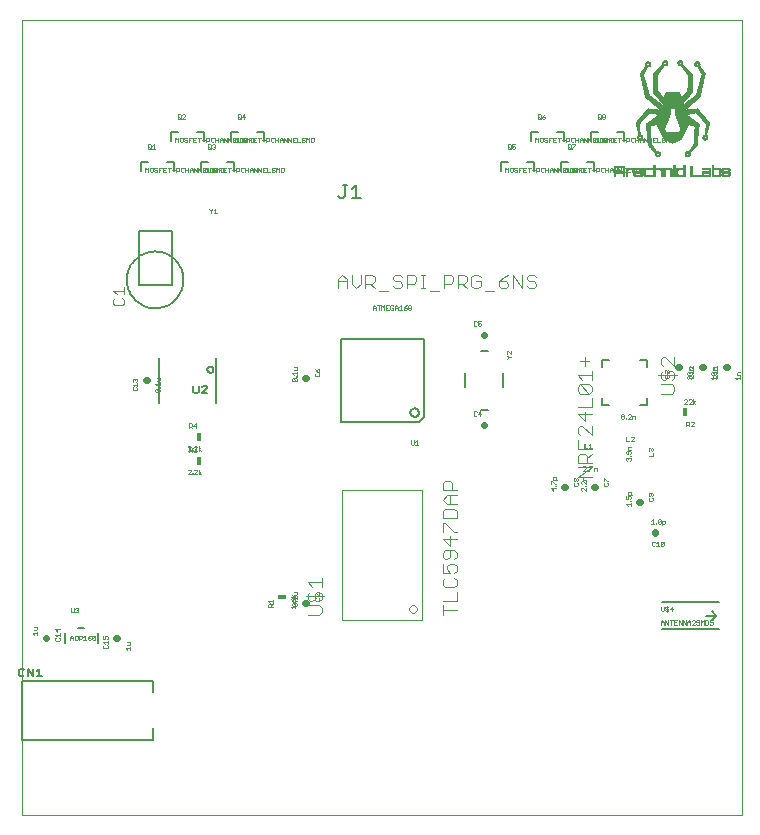
<source format=gto>
G75*
G70*
%OFA0B0*%
%FSLAX24Y24*%
%IPPOS*%
%LPD*%
%AMOC8*
5,1,8,0,0,1.08239X$1,22.5*
%
%ADD10C,0.0000*%
%ADD11C,0.0040*%
%ADD12C,0.0080*%
%ADD13C,0.0060*%
%ADD14C,0.0010*%
%ADD15C,0.0050*%
%ADD16C,0.0030*%
%ADD17C,0.0220*%
%ADD18R,0.0300X0.0180*%
%ADD19R,0.0180X0.0300*%
%ADD20C,0.0001*%
D10*
X000500Y000130D02*
X000500Y026630D01*
X024500Y026630D01*
X024500Y000130D01*
X000500Y000130D01*
X020219Y021425D02*
X020270Y021425D01*
X020270Y021547D01*
X020388Y021547D01*
X020415Y021547D01*
X020415Y021575D01*
X020415Y021599D01*
X020514Y021599D01*
X020514Y021713D01*
X020510Y021721D01*
X020415Y021721D01*
X020415Y021776D01*
X020502Y021776D01*
X020526Y021768D01*
X020549Y021756D01*
X020561Y021736D01*
X020565Y021713D01*
X020565Y021425D01*
X020514Y021425D01*
X020514Y021547D01*
X020415Y021547D01*
X020415Y021599D01*
X020270Y021599D01*
X020270Y021713D01*
X020274Y021721D01*
X020415Y021721D01*
X020415Y021776D01*
X020281Y021776D01*
X020254Y021768D01*
X020234Y021756D01*
X020222Y021736D01*
X020219Y021713D01*
X020219Y021425D01*
X020620Y021425D02*
X020620Y021642D01*
X020624Y021665D01*
X020640Y021689D01*
X020659Y021701D01*
X020683Y021705D01*
X020841Y021705D01*
X020841Y021654D01*
X020683Y021654D01*
X020675Y021650D01*
X020671Y021642D01*
X020671Y021425D01*
X020620Y021425D01*
X020872Y021465D02*
X020888Y021445D01*
X020907Y021429D01*
X020931Y021425D01*
X021033Y021425D01*
X021026Y021441D01*
X021022Y021461D01*
X021018Y021476D01*
X020931Y021476D01*
X020923Y021480D01*
X020919Y021488D01*
X020919Y021539D01*
X021014Y021539D01*
X021014Y021567D01*
X021014Y021591D01*
X020868Y021591D01*
X020868Y021488D01*
X020872Y021465D01*
X021018Y021476D02*
X021022Y021461D01*
X021026Y021441D01*
X021033Y021425D01*
X021152Y021425D01*
X021156Y021429D01*
X021156Y021425D01*
X021152Y021425D01*
X021156Y021429D01*
X021156Y021642D01*
X021152Y021665D01*
X021136Y021689D01*
X021116Y021701D01*
X021093Y021705D01*
X021061Y021705D01*
X021033Y021705D01*
X021026Y021685D01*
X021022Y021665D01*
X021018Y021654D01*
X020868Y021654D01*
X020868Y021705D01*
X021033Y021705D01*
X021026Y021685D01*
X021022Y021665D01*
X021018Y021654D01*
X021093Y021654D01*
X021096Y021650D01*
X021100Y021642D01*
X021100Y021591D01*
X021014Y021591D01*
X021014Y021539D01*
X021100Y021539D01*
X021100Y021476D01*
X021018Y021476D01*
X021203Y021488D02*
X021203Y021642D01*
X021207Y021665D01*
X021222Y021689D01*
X021242Y021701D01*
X021266Y021705D01*
X021490Y021705D01*
X021490Y021654D01*
X021266Y021654D01*
X021258Y021650D01*
X021258Y021480D01*
X021266Y021476D01*
X021490Y021476D01*
X021490Y021425D01*
X021266Y021425D01*
X021242Y021429D01*
X021222Y021445D01*
X021207Y021465D01*
X021203Y021488D01*
X021541Y021425D02*
X021541Y021799D01*
X021596Y021799D01*
X021596Y021705D01*
X021730Y021705D01*
X021766Y021705D01*
X021789Y021701D01*
X021809Y021689D01*
X021825Y021665D01*
X021829Y021642D01*
X021829Y021425D01*
X021778Y021425D01*
X021778Y021642D01*
X021774Y021650D01*
X021766Y021654D01*
X021604Y021654D01*
X021596Y021650D01*
X021596Y021425D01*
X021541Y021425D01*
X021868Y021425D02*
X021868Y021705D01*
X022057Y021705D01*
X022089Y021705D01*
X022112Y021701D01*
X022136Y021689D01*
X022148Y021665D01*
X022152Y021642D01*
X022152Y021425D01*
X022100Y021425D01*
X022100Y021642D01*
X022096Y021650D01*
X022089Y021654D01*
X021931Y021654D01*
X021923Y021650D01*
X021919Y021642D01*
X021919Y021425D01*
X021868Y021425D01*
X022203Y021425D02*
X022203Y021705D01*
X022254Y021705D01*
X022254Y021425D01*
X022230Y021425D01*
X022203Y021425D01*
X022293Y021465D02*
X022309Y021445D01*
X022329Y021429D01*
X022352Y021425D01*
X022427Y021425D01*
X022415Y021445D01*
X022407Y021465D01*
X022407Y021476D01*
X022352Y021476D01*
X022344Y021480D01*
X022341Y021488D01*
X022341Y021642D01*
X022344Y021650D01*
X022352Y021654D01*
X022400Y021654D01*
X022400Y021681D01*
X022400Y021705D01*
X022352Y021705D01*
X022329Y021701D01*
X022309Y021689D01*
X022293Y021665D01*
X022289Y021642D01*
X022289Y021488D01*
X022293Y021465D01*
X022407Y021465D02*
X022415Y021445D01*
X022427Y021425D01*
X022577Y021425D01*
X022577Y021799D01*
X022522Y021799D01*
X022522Y021705D01*
X022431Y021705D01*
X022400Y021705D01*
X022400Y021654D01*
X022514Y021654D01*
X022522Y021650D01*
X022522Y021480D01*
X022514Y021476D01*
X022407Y021476D01*
X022407Y021465D01*
X022254Y021744D02*
X022203Y021744D01*
X022203Y021772D01*
X022203Y021799D01*
X022254Y021799D01*
X022254Y021744D01*
X022596Y022118D02*
X022616Y022102D01*
X022644Y022091D01*
X022652Y022114D01*
X022652Y022126D01*
X022624Y022142D01*
X022612Y022169D01*
X022624Y022201D01*
X022652Y022213D01*
X022652Y022217D01*
X022648Y022232D01*
X022640Y022252D01*
X022616Y022240D01*
X022596Y022221D01*
X022581Y022197D01*
X022577Y022169D01*
X022585Y022142D01*
X022596Y022118D01*
X022644Y022091D02*
X022663Y022087D01*
X022695Y022091D01*
X022722Y022110D01*
X022742Y022138D01*
X022746Y022169D01*
X022746Y022193D01*
X022734Y022217D01*
X022758Y022240D01*
X022781Y022264D01*
X022805Y022291D01*
X022829Y022315D01*
X022852Y022339D01*
X022880Y022366D01*
X022904Y022390D01*
X022927Y022413D01*
X022951Y022441D01*
X022974Y022465D01*
X022978Y022496D01*
X022982Y022532D01*
X022982Y022563D01*
X022986Y022599D01*
X022990Y022630D01*
X022994Y022665D01*
X022998Y022697D01*
X023002Y022732D01*
X023006Y022764D01*
X023010Y022799D01*
X023014Y022831D01*
X023018Y022866D01*
X023022Y022898D01*
X023026Y022933D01*
X023030Y022965D01*
X023033Y023000D01*
X023037Y023032D01*
X023041Y023067D01*
X023041Y023099D01*
X023045Y023134D01*
X023049Y023165D01*
X023022Y023189D01*
X022994Y023209D01*
X022967Y023228D01*
X022939Y023248D01*
X022911Y023268D01*
X022884Y023287D01*
X022856Y023311D01*
X022833Y023331D01*
X022805Y023350D01*
X022778Y023370D01*
X022750Y023390D01*
X022722Y023410D01*
X022695Y023433D01*
X022667Y023453D01*
X022640Y023473D01*
X022632Y023500D01*
X022663Y023508D01*
X022695Y023512D01*
X022730Y023520D01*
X022762Y023524D01*
X022793Y023532D01*
X022825Y023536D01*
X022856Y023543D01*
X022888Y023547D01*
X022919Y023555D01*
X022955Y023559D01*
X022974Y023536D01*
X022998Y023508D01*
X023022Y023484D01*
X023045Y023457D01*
X023065Y023433D01*
X023089Y023410D01*
X023112Y023382D01*
X023136Y023358D01*
X023156Y023331D01*
X023179Y023307D01*
X023203Y023280D01*
X023226Y023256D01*
X023250Y023228D01*
X023270Y023205D01*
X023293Y023181D01*
X023289Y023146D01*
X023285Y023114D01*
X023281Y023079D01*
X023278Y023047D01*
X023274Y023016D01*
X023270Y022980D01*
X023266Y022949D01*
X023262Y022917D01*
X023258Y022882D01*
X023254Y022850D01*
X023250Y022815D01*
X023222Y022811D01*
X023195Y022791D01*
X023179Y022768D01*
X023171Y022736D01*
X023171Y022732D01*
X023175Y022701D01*
X023195Y022673D01*
X023222Y022654D01*
X023254Y022646D01*
X023285Y022654D01*
X023313Y022673D01*
X023333Y022701D01*
X023341Y022732D01*
X023337Y022744D01*
X023309Y022752D01*
X023293Y022756D01*
X023305Y022732D01*
X023297Y022709D01*
X023278Y022689D01*
X023254Y022685D01*
X023230Y022689D01*
X023211Y022709D01*
X023207Y022732D01*
X023215Y022756D01*
X023211Y022752D01*
X023191Y022748D01*
X023171Y022736D01*
X023191Y022748D01*
X023211Y022752D01*
X023215Y022756D01*
X023230Y022772D01*
X023254Y022780D01*
X023278Y022776D01*
X023293Y022756D01*
X023309Y022752D01*
X023337Y022744D01*
X023329Y022772D01*
X023309Y022795D01*
X023285Y022811D01*
X023293Y022843D01*
X023301Y022874D01*
X023309Y022906D01*
X023321Y022937D01*
X023329Y022965D01*
X023337Y022996D01*
X023344Y023028D01*
X023352Y023059D01*
X023360Y023091D01*
X023372Y023122D01*
X023380Y023154D01*
X023388Y023185D01*
X023388Y023217D01*
X023368Y023240D01*
X023344Y023268D01*
X023321Y023295D01*
X023301Y023319D01*
X023278Y023347D01*
X023254Y023374D01*
X023234Y023398D01*
X023211Y023425D01*
X023187Y023449D01*
X023167Y023476D01*
X023144Y023504D01*
X023120Y023528D01*
X023096Y023555D01*
X023077Y023579D01*
X023053Y023606D01*
X023030Y023634D01*
X023010Y023658D01*
X022986Y023685D01*
X022955Y023681D01*
X022923Y023677D01*
X022892Y023673D01*
X022856Y023669D01*
X022825Y023669D01*
X022793Y023665D01*
X022762Y023661D01*
X022730Y023658D01*
X022695Y023654D01*
X022663Y023650D01*
X022632Y023650D01*
X022600Y023646D01*
X022569Y023642D01*
X022565Y023646D01*
X022589Y023669D01*
X022616Y023689D01*
X022640Y023713D01*
X022663Y023732D01*
X022691Y023756D01*
X022715Y023776D01*
X022742Y023799D01*
X022766Y023819D01*
X022793Y023843D01*
X022817Y023862D01*
X022844Y023886D01*
X022868Y023906D01*
X022896Y023929D01*
X022919Y023949D01*
X022943Y023973D01*
X022970Y023992D01*
X022994Y024016D01*
X023022Y024036D01*
X023045Y024059D01*
X023073Y024079D01*
X023081Y024110D01*
X023085Y024146D01*
X023093Y024177D01*
X023100Y024209D01*
X023108Y024240D01*
X023116Y024276D01*
X023124Y024307D01*
X023128Y024339D01*
X023136Y024370D01*
X023144Y024406D01*
X023152Y024437D01*
X023159Y024469D01*
X023167Y024500D01*
X023175Y024536D01*
X023179Y024567D01*
X023187Y024599D01*
X023195Y024630D01*
X023203Y024665D01*
X023211Y024697D01*
X023219Y024728D01*
X023222Y024760D01*
X023230Y024791D01*
X023238Y024827D01*
X023246Y024858D01*
X023226Y024882D01*
X023207Y024910D01*
X023187Y024933D01*
X023167Y024961D01*
X023148Y024984D01*
X023132Y025012D01*
X023112Y025036D01*
X023093Y025063D01*
X023073Y025087D01*
X023053Y025114D01*
X023069Y025142D01*
X023077Y025169D01*
X023069Y025193D01*
X023061Y025217D01*
X023041Y025236D01*
X023018Y025252D01*
X022990Y025256D01*
X022963Y025252D01*
X022939Y025240D01*
X022923Y025221D01*
X022911Y025197D01*
X022927Y025189D01*
X022947Y025185D01*
X022963Y025209D01*
X022990Y025221D01*
X023018Y025209D01*
X023033Y025181D01*
X023041Y025185D01*
X023069Y025193D01*
X023041Y025185D01*
X023033Y025181D01*
X023037Y025169D01*
X023033Y025146D01*
X023014Y025130D01*
X022990Y025122D01*
X022967Y025130D01*
X022947Y025146D01*
X022943Y025169D01*
X022947Y025185D01*
X022927Y025189D01*
X022911Y025197D01*
X022904Y025169D01*
X022911Y025138D01*
X022931Y025110D01*
X022959Y025091D01*
X022990Y025087D01*
X023018Y025091D01*
X023030Y025063D01*
X023045Y025032D01*
X023061Y025004D01*
X023077Y024976D01*
X023093Y024949D01*
X023104Y024917D01*
X023120Y024890D01*
X023136Y024862D01*
X023152Y024835D01*
X023140Y024803D01*
X023132Y024772D01*
X023124Y024736D01*
X023112Y024705D01*
X023104Y024673D01*
X023096Y024642D01*
X023085Y024610D01*
X023077Y024579D01*
X023069Y024547D01*
X023061Y024516D01*
X023049Y024480D01*
X023041Y024449D01*
X023033Y024417D01*
X023022Y024386D01*
X023014Y024354D01*
X023006Y024323D01*
X022994Y024291D01*
X022986Y024256D01*
X022978Y024224D01*
X022967Y024193D01*
X022959Y024161D01*
X022951Y024130D01*
X022923Y024110D01*
X022896Y024087D01*
X022868Y024067D01*
X022841Y024047D01*
X022813Y024028D01*
X022781Y024004D01*
X022754Y023984D01*
X022726Y023965D01*
X022699Y023945D01*
X022671Y023921D01*
X022644Y023902D01*
X022616Y023882D01*
X022589Y023862D01*
X022561Y023839D01*
X022533Y023819D01*
X022506Y023799D01*
X022478Y023780D01*
X022467Y023799D01*
X022455Y023819D01*
X022474Y023843D01*
X022498Y023870D01*
X022522Y023894D01*
X022541Y023921D01*
X022565Y023945D01*
X022585Y023973D01*
X022608Y023996D01*
X022628Y024024D01*
X022652Y024047D01*
X022671Y024075D01*
X022695Y024099D01*
X022719Y024126D01*
X022738Y024150D01*
X022762Y024177D01*
X022781Y024201D01*
X022805Y024228D01*
X022825Y024252D01*
X022825Y024831D01*
X022801Y024854D01*
X022778Y024878D01*
X022754Y024902D01*
X022730Y024925D01*
X022707Y024949D01*
X022683Y024973D01*
X022659Y024996D01*
X022636Y025020D01*
X022612Y025043D01*
X022589Y025067D01*
X022565Y025095D01*
X022541Y025118D01*
X022518Y025142D01*
X022494Y025165D01*
X022506Y025185D01*
X022506Y025224D01*
X022498Y025244D01*
X022478Y025228D01*
X022463Y025224D01*
X022470Y025209D01*
X022463Y025181D01*
X022447Y025165D01*
X022423Y025158D01*
X022396Y025165D01*
X022380Y025181D01*
X022372Y025209D01*
X022380Y025221D01*
X022360Y025224D01*
X022341Y025228D01*
X022337Y025209D01*
X022344Y025173D01*
X022360Y025146D01*
X022388Y025130D01*
X022423Y025122D01*
X022443Y025126D01*
X022459Y025130D01*
X022478Y025102D01*
X022498Y025075D01*
X022518Y025047D01*
X022537Y025020D01*
X022557Y024992D01*
X022577Y024965D01*
X022596Y024937D01*
X022616Y024910D01*
X022636Y024882D01*
X022656Y024854D01*
X022675Y024831D01*
X022695Y024803D01*
X022695Y024768D01*
X022691Y024736D01*
X022691Y024669D01*
X022687Y024634D01*
X022687Y024602D01*
X022683Y024567D01*
X022683Y024536D01*
X022679Y024500D01*
X022679Y024469D01*
X022675Y024433D01*
X022675Y024366D01*
X022671Y024335D01*
X022671Y024299D01*
X022667Y024268D01*
X022648Y024240D01*
X022624Y024217D01*
X022600Y024193D01*
X022581Y024169D01*
X022557Y024146D01*
X022533Y024122D01*
X022514Y024099D01*
X022490Y024075D01*
X022467Y024051D01*
X022451Y024083D01*
X022435Y024110D01*
X022419Y024138D01*
X022404Y024169D01*
X022388Y024197D01*
X022372Y024228D01*
X022372Y024232D01*
X022132Y024232D01*
X022132Y023701D01*
X022274Y023701D01*
X022274Y023658D01*
X022250Y023658D01*
X022250Y023520D01*
X022262Y023488D01*
X022274Y023457D01*
X022285Y023425D01*
X022297Y023394D01*
X022313Y023362D01*
X022325Y023331D01*
X022337Y023299D01*
X022348Y023268D01*
X022360Y023236D01*
X022372Y023205D01*
X022384Y023177D01*
X022396Y023146D01*
X022407Y023114D01*
X022419Y023083D01*
X022431Y023051D01*
X022443Y023020D01*
X022431Y022992D01*
X022419Y022965D01*
X022407Y022937D01*
X022396Y022910D01*
X022132Y022910D01*
X022132Y022599D01*
X022132Y022563D01*
X022148Y022555D01*
X022167Y022547D01*
X022199Y022563D01*
X022230Y022575D01*
X022262Y022587D01*
X022289Y022602D01*
X022321Y022614D01*
X022352Y022630D01*
X022384Y022642D01*
X022411Y022658D01*
X022443Y022669D01*
X022459Y022701D01*
X022474Y022728D01*
X022490Y022760D01*
X022502Y022787D01*
X022518Y022819D01*
X022533Y022847D01*
X022549Y022878D01*
X022561Y022906D01*
X022577Y022937D01*
X022593Y022965D01*
X022608Y022996D01*
X022620Y023024D01*
X022636Y023055D01*
X022652Y023083D01*
X022667Y023114D01*
X022679Y023142D01*
X022695Y023173D01*
X022726Y023165D01*
X022758Y023154D01*
X022789Y023146D01*
X022821Y023138D01*
X022852Y023130D01*
X022884Y023122D01*
X022915Y023114D01*
X022915Y023079D01*
X022911Y023043D01*
X022911Y023012D01*
X022907Y022976D01*
X022907Y022910D01*
X022904Y022874D01*
X022904Y022843D01*
X022900Y022807D01*
X022900Y022776D01*
X022896Y022740D01*
X022896Y022705D01*
X022892Y022673D01*
X022892Y022638D01*
X022888Y022606D01*
X022888Y022571D01*
X022884Y022539D01*
X022884Y022504D01*
X022864Y022476D01*
X022848Y022453D01*
X022829Y022425D01*
X022813Y022402D01*
X022793Y022374D01*
X022778Y022347D01*
X022758Y022323D01*
X022742Y022295D01*
X022722Y022272D01*
X022703Y022244D01*
X022683Y022252D01*
X022663Y022256D01*
X022640Y022252D01*
X022648Y022232D01*
X022652Y022217D01*
X022652Y022213D01*
X022663Y022221D01*
X022687Y022213D01*
X022707Y022197D01*
X022711Y022169D01*
X022707Y022146D01*
X022687Y022130D01*
X022663Y022122D01*
X022652Y022126D01*
X022652Y022114D01*
X022644Y022091D01*
X022770Y021776D02*
X022821Y021776D01*
X022821Y021476D01*
X023120Y021476D01*
X023120Y021425D01*
X022801Y021425D01*
X022770Y021425D01*
X022770Y021776D01*
X023144Y021705D02*
X023175Y021705D01*
X023368Y021705D01*
X023392Y021701D01*
X023411Y021689D01*
X023427Y021665D01*
X023431Y021642D01*
X023431Y021465D01*
X023431Y021445D01*
X023431Y021425D01*
X023207Y021425D01*
X023183Y021429D01*
X023163Y021445D01*
X023148Y021469D01*
X023175Y021484D01*
X023199Y021492D01*
X023199Y021480D01*
X023207Y021476D01*
X023380Y021476D01*
X023380Y021492D01*
X023400Y021484D01*
X023415Y021476D01*
X023431Y021465D01*
X023415Y021476D01*
X023400Y021484D01*
X023380Y021492D01*
X023380Y021539D01*
X023199Y021539D01*
X023199Y021492D01*
X023175Y021484D01*
X023148Y021469D01*
X023144Y021488D01*
X023144Y021591D01*
X023380Y021591D01*
X023380Y021642D01*
X023376Y021650D01*
X023368Y021654D01*
X023144Y021654D01*
X023144Y021705D01*
X023482Y021799D02*
X023482Y021425D01*
X023644Y021425D01*
X023707Y021425D01*
X023730Y021429D01*
X023750Y021445D01*
X023766Y021465D01*
X023770Y021488D01*
X023770Y021642D01*
X023766Y021665D01*
X023750Y021689D01*
X023730Y021701D01*
X023707Y021705D01*
X023675Y021705D01*
X023648Y021705D01*
X023636Y021681D01*
X023632Y021658D01*
X023632Y021654D01*
X023707Y021654D01*
X023715Y021650D01*
X023715Y021480D01*
X023707Y021476D01*
X023628Y021476D01*
X023632Y021461D01*
X023636Y021441D01*
X023644Y021425D01*
X023636Y021441D01*
X023632Y021461D01*
X023628Y021476D01*
X023545Y021476D01*
X023537Y021480D01*
X023533Y021488D01*
X023533Y021642D01*
X023537Y021650D01*
X023545Y021654D01*
X023632Y021654D01*
X023632Y021658D01*
X023636Y021681D01*
X023648Y021705D01*
X023533Y021705D01*
X023533Y021799D01*
X023510Y021799D01*
X023482Y021799D01*
X023809Y021665D02*
X023801Y021642D01*
X023801Y021602D01*
X023809Y021579D01*
X023821Y021559D01*
X023841Y021543D01*
X023864Y021539D01*
X024026Y021539D01*
X024033Y021536D01*
X024037Y021528D01*
X024037Y021488D01*
X024033Y021480D01*
X024026Y021476D01*
X023864Y021476D01*
X023856Y021480D01*
X023856Y021500D01*
X023801Y021500D01*
X023801Y021488D01*
X023809Y021465D01*
X023821Y021445D01*
X023841Y021429D01*
X023864Y021425D01*
X024026Y021425D01*
X024049Y021429D01*
X024069Y021445D01*
X024085Y021465D01*
X024089Y021488D01*
X024089Y021528D01*
X024085Y021551D01*
X024069Y021575D01*
X024049Y021587D01*
X024026Y021591D01*
X023864Y021591D01*
X023856Y021595D01*
X023856Y021650D01*
X023864Y021654D01*
X024026Y021654D01*
X024033Y021650D01*
X024037Y021642D01*
X024037Y021634D01*
X024089Y021634D01*
X024089Y021642D01*
X024085Y021665D01*
X024069Y021689D01*
X024049Y021701D01*
X024026Y021705D01*
X023864Y021705D01*
X023841Y021701D01*
X023821Y021689D01*
X023809Y021665D01*
X022132Y022563D02*
X022100Y022579D01*
X022073Y022591D01*
X022041Y022602D01*
X022010Y022618D01*
X021982Y022630D01*
X021951Y022642D01*
X021919Y022658D01*
X021892Y022669D01*
X021876Y022701D01*
X021860Y022728D01*
X021848Y022760D01*
X021833Y022787D01*
X021817Y022819D01*
X021801Y022847D01*
X021789Y022878D01*
X021774Y022906D01*
X021758Y022937D01*
X021742Y022965D01*
X021726Y022996D01*
X021715Y023024D01*
X021699Y023055D01*
X021683Y023083D01*
X021667Y023114D01*
X021656Y023142D01*
X021640Y023173D01*
X021608Y023165D01*
X021577Y023158D01*
X021545Y023146D01*
X021514Y023138D01*
X021482Y023130D01*
X021451Y023122D01*
X021419Y023114D01*
X021419Y023079D01*
X021423Y023043D01*
X021423Y023012D01*
X021427Y022976D01*
X021427Y022945D01*
X021431Y022910D01*
X021431Y022874D01*
X021435Y022843D01*
X021435Y022807D01*
X021439Y022776D01*
X021439Y022740D01*
X021443Y022705D01*
X021443Y022673D01*
X021447Y022638D01*
X021447Y022606D01*
X021451Y022571D01*
X021451Y022504D01*
X021470Y022476D01*
X021490Y022453D01*
X021506Y022425D01*
X021526Y022402D01*
X021541Y022374D01*
X021561Y022347D01*
X021577Y022323D01*
X021596Y022295D01*
X021612Y022272D01*
X021632Y022244D01*
X021652Y022252D01*
X021671Y022256D01*
X021707Y022248D01*
X021734Y022232D01*
X021750Y022205D01*
X021758Y022169D01*
X021750Y022138D01*
X021734Y022110D01*
X021707Y022091D01*
X021671Y022087D01*
X021659Y022087D01*
X021656Y022099D01*
X021652Y022130D01*
X021671Y022122D01*
X021699Y022130D01*
X021715Y022146D01*
X021722Y022169D01*
X021715Y022197D01*
X021699Y022213D01*
X021671Y022221D01*
X021656Y022213D01*
X021663Y022236D01*
X021671Y022256D01*
X021663Y022236D01*
X021656Y022213D01*
X021632Y022197D01*
X021624Y022169D01*
X021632Y022146D01*
X021652Y022130D01*
X021656Y022099D01*
X021659Y022087D01*
X021632Y022099D01*
X021608Y022118D01*
X021593Y022142D01*
X021589Y022169D01*
X021593Y022193D01*
X021600Y022217D01*
X021577Y022240D01*
X021553Y022264D01*
X021530Y022291D01*
X021506Y022315D01*
X021482Y022339D01*
X021459Y022366D01*
X021435Y022390D01*
X021411Y022413D01*
X021388Y022441D01*
X021364Y022465D01*
X021360Y022496D01*
X021356Y022532D01*
X021352Y022563D01*
X021348Y022599D01*
X021344Y022630D01*
X021341Y022665D01*
X021337Y022697D01*
X021333Y022732D01*
X021329Y022764D01*
X021325Y022799D01*
X021321Y022831D01*
X021317Y022866D01*
X021313Y022898D01*
X021313Y022933D01*
X021309Y022965D01*
X021305Y023000D01*
X021301Y023032D01*
X021297Y023067D01*
X021293Y023099D01*
X021289Y023134D01*
X021285Y023165D01*
X021313Y023189D01*
X021341Y023209D01*
X021368Y023228D01*
X021396Y023248D01*
X021423Y023268D01*
X021451Y023287D01*
X021478Y023311D01*
X021506Y023331D01*
X021533Y023350D01*
X021561Y023370D01*
X021589Y023390D01*
X021616Y023410D01*
X021644Y023429D01*
X021671Y023453D01*
X021695Y023473D01*
X021703Y023500D01*
X021671Y023508D01*
X021640Y023512D01*
X021608Y023520D01*
X021573Y023524D01*
X021541Y023532D01*
X021510Y023536D01*
X021478Y023543D01*
X021447Y023547D01*
X021415Y023555D01*
X021384Y023559D01*
X021360Y023536D01*
X021337Y023508D01*
X021313Y023484D01*
X021293Y023457D01*
X021270Y023433D01*
X021246Y023410D01*
X021222Y023382D01*
X021203Y023358D01*
X021179Y023331D01*
X021156Y023307D01*
X021132Y023280D01*
X021112Y023256D01*
X021089Y023228D01*
X021065Y023205D01*
X021041Y023181D01*
X021045Y023146D01*
X021049Y023114D01*
X021053Y023079D01*
X021057Y023047D01*
X021061Y023016D01*
X021065Y022980D01*
X021069Y022949D01*
X021073Y022917D01*
X021077Y022882D01*
X021081Y022850D01*
X021085Y022815D01*
X021116Y022811D01*
X021144Y022791D01*
X021159Y022764D01*
X021167Y022732D01*
X021163Y022709D01*
X021152Y022685D01*
X021132Y022665D01*
X021108Y022654D01*
X021081Y022646D01*
X021049Y022654D01*
X021022Y022673D01*
X021002Y022701D01*
X020998Y022732D01*
X020998Y022736D01*
X021033Y022736D01*
X021033Y022732D01*
X021037Y022709D01*
X021057Y022689D01*
X021081Y022685D01*
X021112Y022697D01*
X021128Y022724D01*
X021148Y022717D01*
X021163Y022709D01*
X021148Y022717D01*
X021128Y022724D01*
X021132Y022732D01*
X021124Y022756D01*
X021104Y022776D01*
X021081Y022780D01*
X021057Y022776D01*
X021041Y022760D01*
X021033Y022736D01*
X020998Y022736D01*
X021002Y022768D01*
X021022Y022795D01*
X021049Y022811D01*
X021041Y022843D01*
X021033Y022874D01*
X021026Y022906D01*
X021018Y022937D01*
X021006Y022969D01*
X020998Y022996D01*
X020990Y023028D01*
X020982Y023059D01*
X020974Y023091D01*
X020967Y023122D01*
X020959Y023154D01*
X020947Y023185D01*
X020947Y023217D01*
X020970Y023240D01*
X020990Y023268D01*
X021014Y023295D01*
X021037Y023319D01*
X021057Y023347D01*
X021081Y023374D01*
X021104Y023398D01*
X021124Y023425D01*
X021148Y023449D01*
X021171Y023476D01*
X021191Y023504D01*
X021215Y023528D01*
X021238Y023555D01*
X021258Y023579D01*
X021281Y023606D01*
X021305Y023634D01*
X021329Y023658D01*
X021348Y023685D01*
X021380Y023681D01*
X021415Y023677D01*
X021447Y023673D01*
X021478Y023669D01*
X021510Y023669D01*
X021541Y023665D01*
X021577Y023661D01*
X021608Y023658D01*
X021640Y023654D01*
X021671Y023650D01*
X021703Y023650D01*
X021734Y023646D01*
X021770Y023642D01*
X021774Y023646D01*
X021746Y023669D01*
X021722Y023689D01*
X021695Y023713D01*
X021671Y023732D01*
X021644Y023756D01*
X021620Y023776D01*
X021593Y023799D01*
X021569Y023819D01*
X021545Y023843D01*
X021518Y023862D01*
X021494Y023886D01*
X021467Y023906D01*
X021443Y023929D01*
X021415Y023949D01*
X021392Y023973D01*
X021364Y023992D01*
X021341Y024016D01*
X021313Y024036D01*
X021289Y024059D01*
X021266Y024079D01*
X021258Y024110D01*
X021250Y024146D01*
X021242Y024177D01*
X021234Y024209D01*
X021226Y024240D01*
X021222Y024276D01*
X021215Y024307D01*
X021207Y024339D01*
X021199Y024370D01*
X021191Y024406D01*
X021183Y024437D01*
X021175Y024469D01*
X021171Y024500D01*
X021163Y024536D01*
X021156Y024567D01*
X021148Y024599D01*
X021140Y024630D01*
X021132Y024665D01*
X021128Y024697D01*
X021120Y024728D01*
X021112Y024760D01*
X021104Y024791D01*
X021096Y024827D01*
X021089Y024858D01*
X021108Y024882D01*
X021128Y024910D01*
X021148Y024933D01*
X021167Y024961D01*
X021187Y024984D01*
X021207Y025012D01*
X021226Y025036D01*
X021246Y025063D01*
X021262Y025087D01*
X021281Y025114D01*
X021266Y025142D01*
X021262Y025169D01*
X021262Y025181D01*
X021278Y025177D01*
X021297Y025173D01*
X021297Y025169D01*
X021305Y025146D01*
X021321Y025130D01*
X021344Y025122D01*
X021372Y025130D01*
X021388Y025146D01*
X021396Y025169D01*
X021392Y025181D01*
X021407Y025185D01*
X021427Y025189D01*
X021431Y025169D01*
X021423Y025138D01*
X021407Y025110D01*
X021380Y025091D01*
X021344Y025087D01*
X021321Y025091D01*
X021305Y025063D01*
X021289Y025032D01*
X021274Y025004D01*
X021262Y024976D01*
X021246Y024949D01*
X021230Y024917D01*
X021215Y024890D01*
X021199Y024862D01*
X021187Y024835D01*
X021195Y024803D01*
X021203Y024772D01*
X021211Y024736D01*
X021222Y024705D01*
X021230Y024673D01*
X021238Y024642D01*
X021250Y024610D01*
X021258Y024579D01*
X021266Y024547D01*
X021278Y024516D01*
X021285Y024480D01*
X021293Y024449D01*
X021305Y024417D01*
X021313Y024386D01*
X021321Y024354D01*
X021333Y024323D01*
X021341Y024291D01*
X021348Y024256D01*
X021360Y024224D01*
X021368Y024193D01*
X021376Y024161D01*
X021388Y024130D01*
X021415Y024110D01*
X021443Y024087D01*
X021470Y024067D01*
X021498Y024047D01*
X021526Y024028D01*
X021553Y024004D01*
X021581Y023984D01*
X021608Y023965D01*
X021636Y023945D01*
X021663Y023921D01*
X021691Y023902D01*
X021719Y023882D01*
X021746Y023862D01*
X021774Y023839D01*
X021801Y023819D01*
X021829Y023799D01*
X021856Y023780D01*
X021868Y023799D01*
X021880Y023819D01*
X021860Y023843D01*
X021837Y023870D01*
X021817Y023894D01*
X021793Y023921D01*
X021774Y023945D01*
X021750Y023973D01*
X021726Y023996D01*
X021707Y024024D01*
X021683Y024047D01*
X021663Y024075D01*
X021640Y024099D01*
X021620Y024126D01*
X021596Y024150D01*
X021577Y024177D01*
X021553Y024201D01*
X021530Y024228D01*
X021510Y024252D01*
X021510Y024831D01*
X021533Y024854D01*
X021557Y024878D01*
X021581Y024902D01*
X021604Y024925D01*
X021628Y024949D01*
X021652Y024973D01*
X021675Y024996D01*
X021699Y025020D01*
X021722Y025043D01*
X021746Y025067D01*
X021770Y025095D01*
X021793Y025118D01*
X021817Y025142D01*
X021841Y025165D01*
X021833Y025185D01*
X021829Y025209D01*
X021833Y025236D01*
X021852Y025232D01*
X021876Y025232D01*
X021864Y025209D01*
X021872Y025181D01*
X021888Y025165D01*
X021911Y025158D01*
X021939Y025165D01*
X021955Y025181D01*
X021963Y025209D01*
X021951Y025232D01*
X021970Y025232D01*
X021994Y025236D01*
X021998Y025209D01*
X021990Y025173D01*
X021974Y025146D01*
X021947Y025130D01*
X021915Y025122D01*
X021896Y025126D01*
X021876Y025130D01*
X021856Y025102D01*
X021837Y025075D01*
X021817Y025047D01*
X021797Y025020D01*
X021778Y024992D01*
X021758Y024965D01*
X021738Y024937D01*
X021719Y024910D01*
X021699Y024882D01*
X021679Y024854D01*
X021659Y024831D01*
X021640Y024803D01*
X021640Y024768D01*
X021644Y024736D01*
X021644Y024701D01*
X021648Y024669D01*
X021648Y024634D01*
X021652Y024602D01*
X021652Y024536D01*
X021656Y024500D01*
X021656Y024469D01*
X021659Y024433D01*
X021659Y024402D01*
X021663Y024366D01*
X021663Y024335D01*
X021667Y024299D01*
X021667Y024268D01*
X021691Y024240D01*
X021711Y024217D01*
X021734Y024193D01*
X021758Y024169D01*
X021778Y024146D01*
X021801Y024122D01*
X021825Y024099D01*
X021844Y024075D01*
X021868Y024051D01*
X021884Y024083D01*
X021900Y024110D01*
X021915Y024142D01*
X021931Y024169D01*
X021947Y024201D01*
X021963Y024232D01*
X022132Y024232D01*
X022132Y023701D01*
X022061Y023701D01*
X022061Y023658D01*
X022085Y023658D01*
X022085Y023520D01*
X022073Y023488D01*
X022061Y023457D01*
X022049Y023425D01*
X022037Y023394D01*
X022026Y023362D01*
X022014Y023331D01*
X022002Y023299D01*
X021986Y023268D01*
X021974Y023236D01*
X021963Y023205D01*
X021951Y023177D01*
X021939Y023146D01*
X021927Y023114D01*
X021915Y023083D01*
X021904Y023051D01*
X021892Y023020D01*
X021904Y022992D01*
X021915Y022965D01*
X021927Y022937D01*
X021943Y022910D01*
X022132Y022910D01*
X022132Y022563D01*
X022380Y025221D02*
X022396Y025244D01*
X022423Y025256D01*
X022447Y025248D01*
X022463Y025224D01*
X022478Y025228D01*
X022498Y025244D01*
X022478Y025268D01*
X022455Y025287D01*
X022423Y025291D01*
X022396Y025287D01*
X022372Y025272D01*
X022352Y025252D01*
X022341Y025228D01*
X022360Y025224D01*
X022380Y025221D01*
X021994Y025236D02*
X021974Y025268D01*
X021947Y025284D01*
X021915Y025291D01*
X021880Y025284D01*
X021852Y025264D01*
X021833Y025236D01*
X021852Y025232D01*
X021876Y025232D01*
X021892Y025248D01*
X021911Y025256D01*
X021935Y025248D01*
X021951Y025232D01*
X021970Y025232D01*
X021994Y025236D01*
X021427Y025189D02*
X021415Y025217D01*
X021400Y025236D01*
X021372Y025252D01*
X021344Y025256D01*
X021317Y025252D01*
X021289Y025232D01*
X021274Y025209D01*
X021262Y025181D01*
X021278Y025177D01*
X021297Y025173D01*
X021305Y025197D01*
X021325Y025213D01*
X021344Y025221D01*
X021376Y025209D01*
X021392Y025181D01*
X021407Y025185D01*
X021427Y025189D01*
D11*
X017542Y018148D02*
X017389Y018148D01*
X017312Y018071D01*
X017312Y017994D01*
X017389Y017918D01*
X017542Y017918D01*
X017619Y017841D01*
X017619Y017764D01*
X017542Y017687D01*
X017389Y017687D01*
X017312Y017764D01*
X017159Y017687D02*
X017159Y018148D01*
X016852Y018148D02*
X016852Y017687D01*
X016698Y017764D02*
X016698Y017841D01*
X016621Y017918D01*
X016391Y017918D01*
X016391Y017764D01*
X016468Y017687D01*
X016621Y017687D01*
X016698Y017764D01*
X016545Y018071D02*
X016391Y017918D01*
X016545Y018071D02*
X016698Y018148D01*
X016852Y018148D02*
X017159Y017687D01*
X017619Y018071D02*
X017542Y018148D01*
X016238Y017611D02*
X015931Y017611D01*
X015777Y017764D02*
X015777Y017918D01*
X015624Y017918D01*
X015777Y018071D02*
X015701Y018148D01*
X015547Y018148D01*
X015470Y018071D01*
X015470Y017764D01*
X015547Y017687D01*
X015701Y017687D01*
X015777Y017764D01*
X015317Y017687D02*
X015164Y017841D01*
X015240Y017841D02*
X015010Y017841D01*
X015010Y017687D02*
X015010Y018148D01*
X015240Y018148D01*
X015317Y018071D01*
X015317Y017918D01*
X015240Y017841D01*
X014857Y017918D02*
X014780Y017841D01*
X014550Y017841D01*
X014550Y017687D02*
X014550Y018148D01*
X014780Y018148D01*
X014857Y018071D01*
X014857Y017918D01*
X014396Y017611D02*
X014089Y017611D01*
X013936Y017687D02*
X013782Y017687D01*
X013859Y017687D02*
X013859Y018148D01*
X013782Y018148D02*
X013936Y018148D01*
X013629Y018071D02*
X013629Y017918D01*
X013552Y017841D01*
X013322Y017841D01*
X013168Y017841D02*
X013168Y017764D01*
X013092Y017687D01*
X012938Y017687D01*
X012862Y017764D01*
X012938Y017918D02*
X013092Y017918D01*
X013168Y017841D01*
X013322Y017687D02*
X013322Y018148D01*
X013552Y018148D01*
X013629Y018071D01*
X013168Y018071D02*
X013092Y018148D01*
X012938Y018148D01*
X012862Y018071D01*
X012862Y017994D01*
X012938Y017918D01*
X012708Y017611D02*
X012401Y017611D01*
X012248Y017687D02*
X012094Y017841D01*
X012171Y017841D02*
X011941Y017841D01*
X011941Y017687D02*
X011941Y018148D01*
X012171Y018148D01*
X012248Y018071D01*
X012248Y017918D01*
X012171Y017841D01*
X011787Y017841D02*
X011787Y018148D01*
X011480Y018148D02*
X011480Y017841D01*
X011634Y017687D01*
X011787Y017841D01*
X011327Y017918D02*
X011020Y017918D01*
X011020Y017994D02*
X011173Y018148D01*
X011327Y017994D01*
X011327Y017687D01*
X011020Y017687D02*
X011020Y017994D01*
X014596Y011262D02*
X014750Y011262D01*
X014827Y011185D01*
X014827Y010955D01*
X014980Y010955D02*
X014520Y010955D01*
X014520Y011185D01*
X014596Y011262D01*
X014673Y010801D02*
X014980Y010801D01*
X014750Y010801D02*
X014750Y010495D01*
X014673Y010495D02*
X014520Y010648D01*
X014673Y010801D01*
X014673Y010495D02*
X014980Y010495D01*
X014903Y010341D02*
X014596Y010341D01*
X014520Y010264D01*
X014520Y010034D01*
X014980Y010034D01*
X014980Y010264D01*
X014903Y010341D01*
X014596Y009881D02*
X014520Y009881D01*
X014520Y009574D01*
X014520Y009344D02*
X014750Y009113D01*
X014750Y009420D01*
X014903Y009574D02*
X014596Y009881D01*
X014903Y009574D02*
X014980Y009574D01*
X014980Y009344D02*
X014520Y009344D01*
X014596Y008960D02*
X014520Y008883D01*
X014520Y008730D01*
X014596Y008653D01*
X014673Y008653D01*
X014750Y008730D01*
X014750Y008960D01*
X014903Y008960D02*
X014596Y008960D01*
X014903Y008960D02*
X014980Y008883D01*
X014980Y008730D01*
X014903Y008653D01*
X014903Y008500D02*
X014750Y008500D01*
X014673Y008423D01*
X014673Y008346D01*
X014750Y008193D01*
X014520Y008193D01*
X014520Y008500D01*
X014596Y008039D02*
X014520Y007962D01*
X014520Y007809D01*
X014596Y007732D01*
X014903Y007732D01*
X014980Y007809D01*
X014980Y007962D01*
X014903Y008039D01*
X014903Y008193D02*
X014980Y008269D01*
X014980Y008423D01*
X014903Y008500D01*
X014980Y007579D02*
X014980Y007272D01*
X014520Y007272D01*
X014520Y007118D02*
X014520Y006811D01*
X014520Y006965D02*
X014980Y006965D01*
X013839Y006626D02*
X011161Y006626D01*
X011161Y010957D01*
X013839Y010957D01*
X013839Y006626D01*
X013396Y007000D02*
X013398Y007022D01*
X013404Y007044D01*
X013413Y007064D01*
X013426Y007082D01*
X013442Y007098D01*
X013460Y007111D01*
X013480Y007120D01*
X013502Y007126D01*
X013524Y007128D01*
X013546Y007126D01*
X013568Y007120D01*
X013588Y007111D01*
X013606Y007098D01*
X013622Y007082D01*
X013635Y007064D01*
X013644Y007044D01*
X013650Y007022D01*
X013652Y007000D01*
X013650Y006978D01*
X013644Y006956D01*
X013635Y006936D01*
X013622Y006918D01*
X013606Y006902D01*
X013588Y006889D01*
X013568Y006880D01*
X013546Y006874D01*
X013524Y006872D01*
X013502Y006874D01*
X013480Y006880D01*
X013460Y006889D01*
X013442Y006902D01*
X013426Y006918D01*
X013413Y006936D01*
X013404Y006956D01*
X013398Y006978D01*
X013396Y007000D01*
X010557Y007425D02*
X009943Y007425D01*
X010020Y007349D02*
X010020Y007502D01*
X010096Y007579D01*
X010173Y007732D02*
X010020Y007886D01*
X010480Y007886D01*
X010480Y008039D02*
X010480Y007732D01*
X010403Y007579D02*
X010327Y007579D01*
X010250Y007502D01*
X010250Y007349D01*
X010173Y007272D01*
X010096Y007272D01*
X010020Y007349D01*
X010020Y007118D02*
X010403Y007118D01*
X010480Y007042D01*
X010480Y006888D01*
X010403Y006811D01*
X010020Y006811D01*
X010403Y007272D02*
X010480Y007349D01*
X010480Y007502D01*
X010403Y007579D01*
X019020Y011416D02*
X019480Y011723D01*
X019020Y011723D01*
X019020Y011876D02*
X019020Y012106D01*
X019096Y012183D01*
X019250Y012183D01*
X019327Y012106D01*
X019327Y011876D01*
X019480Y011876D02*
X019020Y011876D01*
X019327Y012030D02*
X019480Y012183D01*
X019480Y012337D02*
X019020Y012337D01*
X019020Y012644D01*
X019096Y012797D02*
X019020Y012874D01*
X019020Y013027D01*
X019096Y013104D01*
X019173Y013104D01*
X019480Y012797D01*
X019480Y013104D01*
X019250Y013257D02*
X019250Y013564D01*
X019480Y013488D02*
X019020Y013488D01*
X019250Y013257D01*
X019020Y013718D02*
X019480Y013718D01*
X019480Y014025D01*
X019403Y014178D02*
X019096Y014178D01*
X019020Y014255D01*
X019020Y014408D01*
X019096Y014485D01*
X019403Y014178D01*
X019480Y014255D01*
X019480Y014408D01*
X019403Y014485D01*
X019096Y014485D01*
X019173Y014639D02*
X019020Y014792D01*
X019480Y014792D01*
X019480Y014639D02*
X019480Y014946D01*
X019250Y015099D02*
X019250Y015406D01*
X019403Y015253D02*
X019096Y015253D01*
X021699Y014792D02*
X022313Y014792D01*
X022236Y014715D02*
X022159Y014639D01*
X022236Y014715D02*
X022236Y014869D01*
X022159Y014946D01*
X022082Y014946D01*
X022006Y014869D01*
X022006Y014715D01*
X021929Y014639D01*
X021852Y014639D01*
X021776Y014715D01*
X021776Y014869D01*
X021852Y014946D01*
X021852Y015099D02*
X021776Y015176D01*
X021776Y015329D01*
X021852Y015406D01*
X021929Y015406D01*
X022236Y015099D01*
X022236Y015406D01*
X022159Y014485D02*
X021776Y014485D01*
X021776Y014178D02*
X022159Y014178D01*
X022236Y014255D01*
X022236Y014408D01*
X022159Y014485D01*
X019250Y012490D02*
X019250Y012337D01*
X019480Y011416D02*
X019020Y011416D01*
D12*
X019827Y013808D02*
X019827Y014043D01*
X019827Y013808D02*
X020062Y013808D01*
X021087Y013808D02*
X021322Y013808D01*
X021322Y014043D01*
X021322Y015068D02*
X021322Y015303D01*
X021087Y015303D01*
X020062Y015303D02*
X019827Y015303D01*
X019827Y015068D01*
X016524Y014866D02*
X016524Y014394D01*
X016012Y013646D02*
X015776Y013646D01*
X015264Y014394D02*
X015264Y014866D01*
X015776Y015614D02*
X016012Y015614D01*
X016449Y021591D02*
X016449Y021906D01*
X016685Y021906D01*
X017315Y021906D02*
X017551Y021906D01*
X017551Y021591D01*
X018449Y021591D02*
X018449Y021906D01*
X018685Y021906D01*
X019315Y021906D02*
X019551Y021906D01*
X019551Y021591D01*
X019449Y022591D02*
X019449Y022906D01*
X019685Y022906D01*
X020315Y022906D02*
X020551Y022906D01*
X020551Y022591D01*
X018551Y022591D02*
X018551Y022906D01*
X018315Y022906D01*
X017685Y022906D02*
X017449Y022906D01*
X017449Y022591D01*
X008551Y022591D02*
X008551Y022906D01*
X008315Y022906D01*
X007685Y022906D02*
X007449Y022906D01*
X007449Y022591D01*
X007551Y021906D02*
X007315Y021906D01*
X007551Y021906D02*
X007551Y021591D01*
X006685Y021906D02*
X006449Y021906D01*
X006449Y021591D01*
X005551Y021591D02*
X005551Y021906D01*
X005315Y021906D01*
X004685Y021906D02*
X004449Y021906D01*
X004449Y021591D01*
X005449Y022591D02*
X005449Y022906D01*
X005685Y022906D01*
X006315Y022906D02*
X006551Y022906D01*
X006551Y022591D01*
X006957Y015378D02*
X006957Y013882D01*
X006672Y014980D02*
X006674Y015000D01*
X006680Y015018D01*
X006689Y015036D01*
X006701Y015051D01*
X006716Y015063D01*
X006734Y015072D01*
X006752Y015078D01*
X006772Y015080D01*
X006792Y015078D01*
X006810Y015072D01*
X006828Y015063D01*
X006843Y015051D01*
X006855Y015036D01*
X006864Y015018D01*
X006870Y015000D01*
X006872Y014980D01*
X006870Y014960D01*
X006864Y014942D01*
X006855Y014924D01*
X006843Y014909D01*
X006828Y014897D01*
X006810Y014888D01*
X006792Y014882D01*
X006772Y014880D01*
X006752Y014882D01*
X006734Y014888D01*
X006716Y014897D01*
X006701Y014909D01*
X006689Y014924D01*
X006680Y014942D01*
X006674Y014960D01*
X006672Y014980D01*
X005067Y015378D02*
X005067Y013882D01*
X002574Y006355D02*
X002363Y006355D01*
X001909Y006205D02*
X001909Y005866D01*
X003029Y005866D02*
X003029Y006205D01*
X004870Y004614D02*
X004870Y004221D01*
X004870Y004614D02*
X000500Y004614D01*
X000500Y002646D01*
X004870Y002646D01*
X004870Y003039D01*
X021833Y006322D02*
X023733Y006322D01*
X023483Y006622D02*
X023633Y006772D01*
X023483Y006922D01*
X023633Y006772D02*
X023283Y006772D01*
X023733Y007222D02*
X021833Y007222D01*
D13*
X013880Y013390D02*
X013880Y016010D01*
X011120Y016010D01*
X011120Y013250D01*
X013740Y013250D01*
X013880Y013390D01*
X013439Y013550D02*
X013441Y013573D01*
X013447Y013596D01*
X013456Y013617D01*
X013469Y013637D01*
X013485Y013654D01*
X013503Y013668D01*
X013523Y013679D01*
X013545Y013687D01*
X013568Y013691D01*
X013592Y013691D01*
X013615Y013687D01*
X013637Y013679D01*
X013657Y013668D01*
X013675Y013654D01*
X013691Y013637D01*
X013704Y013617D01*
X013713Y013596D01*
X013719Y013573D01*
X013721Y013550D01*
X013719Y013527D01*
X013713Y013504D01*
X013704Y013483D01*
X013691Y013463D01*
X013675Y013446D01*
X013657Y013432D01*
X013637Y013421D01*
X013615Y013413D01*
X013592Y013409D01*
X013568Y013409D01*
X013545Y013413D01*
X013523Y013421D01*
X013503Y013432D01*
X013485Y013446D01*
X013469Y013463D01*
X013456Y013483D01*
X013447Y013504D01*
X013441Y013527D01*
X013439Y013550D01*
X006671Y014190D02*
X006497Y014190D01*
X006671Y014363D01*
X006671Y014407D01*
X006627Y014450D01*
X006541Y014450D01*
X006497Y014407D01*
X006376Y014450D02*
X006376Y014233D01*
X006333Y014190D01*
X006246Y014190D01*
X006203Y014233D01*
X006203Y014450D01*
X001068Y005015D02*
X000982Y004928D01*
X001068Y005015D02*
X001068Y004754D01*
X000982Y004754D02*
X001155Y004754D01*
X000860Y004754D02*
X000860Y005015D01*
X000687Y005015D02*
X000687Y004754D01*
X000566Y004798D02*
X000522Y004754D01*
X000436Y004754D01*
X000392Y004798D01*
X000392Y004971D01*
X000436Y005015D01*
X000522Y005015D01*
X000566Y004971D01*
X000687Y005015D02*
X000860Y004754D01*
D14*
X000892Y006146D02*
X000842Y006196D01*
X000992Y006196D01*
X000992Y006146D02*
X000992Y006246D01*
X000967Y006293D02*
X000992Y006318D01*
X000992Y006393D01*
X000892Y006393D01*
X000892Y006293D02*
X000967Y006293D01*
X001592Y006318D02*
X001667Y006243D01*
X001667Y006343D01*
X001742Y006318D02*
X001592Y006318D01*
X001592Y006146D02*
X001742Y006146D01*
X001742Y006096D02*
X001742Y006196D01*
X001642Y006096D02*
X001592Y006146D01*
X001617Y006049D02*
X001592Y006024D01*
X001592Y005974D01*
X001617Y005949D01*
X001717Y005949D01*
X001742Y005974D01*
X001742Y006024D01*
X001717Y006049D01*
X002099Y006041D02*
X002199Y006041D01*
X002199Y006066D02*
X002199Y005966D01*
X002246Y005966D02*
X002321Y005966D01*
X002346Y005991D01*
X002346Y006091D01*
X002321Y006116D01*
X002246Y006116D01*
X002246Y005966D01*
X002199Y006066D02*
X002149Y006116D01*
X002099Y006066D01*
X002099Y005966D01*
X002393Y005966D02*
X002393Y006116D01*
X002468Y006116D01*
X002493Y006091D01*
X002493Y006041D01*
X002468Y006016D01*
X002393Y006016D01*
X002540Y006066D02*
X002591Y006116D01*
X002591Y005966D01*
X002641Y005966D02*
X002540Y005966D01*
X002688Y005991D02*
X002713Y005966D01*
X002763Y005966D01*
X002788Y005991D01*
X002788Y006016D01*
X002763Y006041D01*
X002688Y006041D01*
X002688Y005991D01*
X002688Y006041D02*
X002738Y006091D01*
X002788Y006116D01*
X002835Y006091D02*
X002860Y006116D01*
X002910Y006116D01*
X002935Y006091D01*
X002835Y005991D01*
X002860Y005966D01*
X002910Y005966D01*
X002935Y005991D01*
X002935Y006091D01*
X002835Y006091D02*
X002835Y005991D01*
X003194Y005985D02*
X003270Y005985D01*
X003245Y006035D01*
X003245Y006060D01*
X003270Y006085D01*
X003320Y006085D01*
X003345Y006060D01*
X003345Y006010D01*
X003320Y005985D01*
X003345Y005938D02*
X003345Y005838D01*
X003345Y005888D02*
X003194Y005888D01*
X003245Y005838D01*
X003220Y005791D02*
X003194Y005766D01*
X003194Y005716D01*
X003220Y005691D01*
X003320Y005691D01*
X003345Y005716D01*
X003345Y005766D01*
X003320Y005791D01*
X003194Y005985D02*
X003194Y006085D01*
X003944Y005691D02*
X004095Y005691D01*
X004095Y005641D02*
X004095Y005741D01*
X004070Y005788D02*
X004095Y005813D01*
X004095Y005888D01*
X003995Y005888D01*
X003995Y005788D02*
X004070Y005788D01*
X003944Y005691D02*
X003995Y005641D01*
X002371Y006916D02*
X002346Y006891D01*
X002296Y006891D01*
X002271Y006916D01*
X002224Y006916D02*
X002224Y007041D01*
X002271Y007016D02*
X002296Y007041D01*
X002346Y007041D01*
X002371Y007016D01*
X002371Y006991D01*
X002346Y006966D01*
X002371Y006941D01*
X002371Y006916D01*
X002346Y006966D02*
X002321Y006966D01*
X002224Y006916D02*
X002199Y006891D01*
X002149Y006891D01*
X002124Y006916D01*
X002124Y007041D01*
X006011Y011496D02*
X006111Y011596D01*
X006111Y011621D01*
X006086Y011646D01*
X006036Y011646D01*
X006011Y011621D01*
X006011Y011496D02*
X006111Y011496D01*
X006158Y011496D02*
X006183Y011496D01*
X006183Y011521D01*
X006158Y011521D01*
X006158Y011496D01*
X006231Y011496D02*
X006332Y011596D01*
X006332Y011621D01*
X006307Y011646D01*
X006257Y011646D01*
X006231Y011621D01*
X006231Y011496D02*
X006332Y011496D01*
X006379Y011496D02*
X006379Y011646D01*
X006454Y011596D02*
X006379Y011546D01*
X006454Y011496D01*
X006283Y012246D02*
X006233Y012246D01*
X006208Y012271D01*
X006231Y012283D02*
X006332Y012384D01*
X006332Y012409D01*
X006307Y012434D01*
X006257Y012434D01*
X006231Y012409D01*
X006233Y012396D02*
X006283Y012396D01*
X006308Y012371D01*
X006308Y012346D01*
X006283Y012321D01*
X006308Y012296D01*
X006308Y012271D01*
X006283Y012246D01*
X006332Y012283D02*
X006231Y012283D01*
X006258Y012321D02*
X006283Y012321D01*
X006208Y012371D02*
X006233Y012396D01*
X006161Y012371D02*
X006161Y012321D01*
X006136Y012296D01*
X006061Y012296D01*
X006111Y012296D02*
X006161Y012246D01*
X006158Y012283D02*
X006183Y012283D01*
X006183Y012308D01*
X006158Y012308D01*
X006158Y012283D01*
X006111Y012283D02*
X006011Y012283D01*
X006111Y012384D01*
X006111Y012409D01*
X006086Y012434D01*
X006036Y012434D01*
X006011Y012409D01*
X006061Y012396D02*
X006136Y012396D01*
X006161Y012371D01*
X006061Y012396D02*
X006061Y012246D01*
X006379Y012283D02*
X006379Y012434D01*
X006454Y012384D02*
X006379Y012333D01*
X006454Y012283D01*
X006283Y013033D02*
X006283Y013184D01*
X006208Y013108D01*
X006308Y013108D01*
X006161Y013108D02*
X006136Y013083D01*
X006061Y013083D01*
X006111Y013083D02*
X006161Y013033D01*
X006161Y013108D02*
X006161Y013159D01*
X006136Y013184D01*
X006061Y013184D01*
X006061Y013033D01*
X005054Y014235D02*
X004954Y014335D01*
X005054Y014335D01*
X005079Y014310D01*
X005079Y014260D01*
X005054Y014235D01*
X004954Y014235D01*
X004929Y014260D01*
X004929Y014310D01*
X004954Y014335D01*
X005054Y014382D02*
X005054Y014407D01*
X005079Y014407D01*
X005079Y014382D01*
X005054Y014382D01*
X005079Y014456D02*
X005079Y014556D01*
X005079Y014506D02*
X004929Y014506D01*
X004979Y014456D01*
X004979Y014603D02*
X005054Y014603D01*
X005079Y014628D01*
X005079Y014703D01*
X004979Y014703D01*
X004329Y014655D02*
X004329Y014605D01*
X004304Y014580D01*
X004329Y014532D02*
X004329Y014432D01*
X004329Y014482D02*
X004179Y014482D01*
X004229Y014432D01*
X004204Y014385D02*
X004179Y014360D01*
X004179Y014310D01*
X004204Y014285D01*
X004304Y014285D01*
X004329Y014310D01*
X004329Y014360D01*
X004304Y014385D01*
X004204Y014580D02*
X004179Y014605D01*
X004179Y014655D01*
X004204Y014680D01*
X004229Y014680D01*
X004254Y014655D01*
X004279Y014680D01*
X004304Y014680D01*
X004329Y014655D01*
X004254Y014655D02*
X004254Y014630D01*
X009504Y014611D02*
X009504Y014661D01*
X009529Y014686D01*
X009629Y014586D01*
X009654Y014611D01*
X009654Y014661D01*
X009629Y014686D01*
X009529Y014686D01*
X009504Y014611D02*
X009529Y014586D01*
X009629Y014586D01*
X009629Y014734D02*
X009629Y014759D01*
X009654Y014759D01*
X009654Y014734D01*
X009629Y014734D01*
X009654Y014807D02*
X009654Y014907D01*
X009654Y014857D02*
X009504Y014857D01*
X009554Y014807D01*
X009554Y014955D02*
X009629Y014955D01*
X009654Y014980D01*
X009654Y015055D01*
X009554Y015055D01*
X010254Y015005D02*
X010279Y014955D01*
X010329Y014905D01*
X010329Y014980D01*
X010354Y015005D01*
X010379Y015005D01*
X010404Y014980D01*
X010404Y014930D01*
X010379Y014905D01*
X010329Y014905D01*
X010379Y014857D02*
X010404Y014832D01*
X010404Y014782D01*
X010379Y014757D01*
X010279Y014757D01*
X010254Y014782D01*
X010254Y014832D01*
X010279Y014857D01*
X012179Y016975D02*
X012179Y017075D01*
X012229Y017125D01*
X012279Y017075D01*
X012279Y016975D01*
X012279Y017050D02*
X012179Y017050D01*
X012326Y017125D02*
X012426Y017125D01*
X012474Y017125D02*
X012524Y017075D01*
X012574Y017125D01*
X012574Y016975D01*
X012621Y016975D02*
X012621Y017125D01*
X012721Y017125D01*
X012768Y017100D02*
X012793Y017125D01*
X012843Y017125D01*
X012868Y017100D01*
X012868Y017050D02*
X012818Y017050D01*
X012868Y017050D02*
X012868Y017000D01*
X012843Y016975D01*
X012793Y016975D01*
X012768Y017000D01*
X012768Y017100D01*
X012671Y017050D02*
X012621Y017050D01*
X012621Y016975D02*
X012721Y016975D01*
X012916Y016975D02*
X012916Y017075D01*
X012966Y017125D01*
X013016Y017075D01*
X013016Y016975D01*
X013063Y016975D02*
X013163Y016975D01*
X013113Y016975D02*
X013113Y017125D01*
X013063Y017075D01*
X013016Y017050D02*
X012916Y017050D01*
X013210Y017050D02*
X013285Y017050D01*
X013310Y017025D01*
X013310Y017000D01*
X013285Y016975D01*
X013235Y016975D01*
X013210Y017000D01*
X013210Y017050D01*
X013260Y017100D01*
X013310Y017125D01*
X013358Y017100D02*
X013358Y017075D01*
X013383Y017050D01*
X013433Y017050D01*
X013458Y017025D01*
X013458Y017000D01*
X013433Y016975D01*
X013383Y016975D01*
X013358Y017000D01*
X013358Y017025D01*
X013383Y017050D01*
X013433Y017050D02*
X013458Y017075D01*
X013458Y017100D01*
X013433Y017125D01*
X013383Y017125D01*
X013358Y017100D01*
X012474Y017125D02*
X012474Y016975D01*
X012376Y016975D02*
X012376Y017125D01*
X015549Y016560D02*
X015549Y016460D01*
X015574Y016435D01*
X015624Y016435D01*
X015649Y016460D01*
X015696Y016460D02*
X015721Y016435D01*
X015771Y016435D01*
X015796Y016460D01*
X015796Y016510D01*
X015771Y016535D01*
X015746Y016535D01*
X015696Y016510D01*
X015696Y016585D01*
X015796Y016585D01*
X015649Y016560D02*
X015624Y016585D01*
X015574Y016585D01*
X015549Y016560D01*
X016649Y015563D02*
X016649Y015513D01*
X016674Y015488D01*
X016674Y015440D02*
X016649Y015440D01*
X016674Y015440D02*
X016724Y015390D01*
X016799Y015390D01*
X016724Y015390D02*
X016674Y015340D01*
X016649Y015340D01*
X016799Y015488D02*
X016699Y015588D01*
X016674Y015588D01*
X016649Y015563D01*
X016799Y015588D02*
X016799Y015488D01*
X015771Y013585D02*
X015696Y013510D01*
X015796Y013510D01*
X015771Y013435D02*
X015771Y013585D01*
X015649Y013560D02*
X015624Y013585D01*
X015574Y013585D01*
X015549Y013560D01*
X015549Y013460D01*
X015574Y013435D01*
X015624Y013435D01*
X015649Y013460D01*
X013658Y012625D02*
X013658Y012475D01*
X013608Y012475D02*
X013708Y012475D01*
X013608Y012575D02*
X013658Y012625D01*
X013560Y012625D02*
X013560Y012500D01*
X013535Y012475D01*
X013485Y012475D01*
X013460Y012500D01*
X013460Y012625D01*
X018130Y011266D02*
X018130Y011166D01*
X018130Y011266D02*
X018155Y011266D01*
X018255Y011166D01*
X018280Y011166D01*
X018280Y011117D02*
X018280Y011092D01*
X018255Y011092D01*
X018255Y011117D01*
X018280Y011117D01*
X018280Y011020D02*
X018130Y011020D01*
X018205Y010945D01*
X018205Y011045D01*
X018180Y011313D02*
X018180Y011388D01*
X018205Y011413D01*
X018255Y011413D01*
X018280Y011388D01*
X018280Y011313D01*
X018330Y011313D02*
X018180Y011313D01*
X018880Y011338D02*
X018905Y011363D01*
X018930Y011363D01*
X018955Y011338D01*
X018955Y011288D01*
X018930Y011263D01*
X018905Y011263D01*
X018880Y011288D01*
X018880Y011338D01*
X018955Y011338D02*
X018980Y011363D01*
X019005Y011363D01*
X019030Y011338D01*
X019030Y011288D01*
X019005Y011263D01*
X018980Y011263D01*
X018955Y011288D01*
X019005Y011216D02*
X019030Y011191D01*
X019030Y011141D01*
X019005Y011116D01*
X018905Y011116D01*
X018880Y011141D01*
X018880Y011191D01*
X018905Y011216D01*
X019130Y011241D02*
X019130Y011191D01*
X019155Y011166D01*
X019130Y011241D02*
X019155Y011266D01*
X019180Y011266D01*
X019280Y011166D01*
X019280Y011266D01*
X019280Y011313D02*
X019180Y011313D01*
X019180Y011388D01*
X019205Y011413D01*
X019280Y011413D01*
X019280Y011610D02*
X019180Y011610D01*
X019280Y011710D01*
X019280Y011735D01*
X019255Y011760D01*
X019205Y011760D01*
X019180Y011735D01*
X019327Y011635D02*
X019352Y011635D01*
X019352Y011610D01*
X019327Y011610D01*
X019327Y011635D01*
X019401Y011635D02*
X019401Y011610D01*
X019401Y011635D02*
X019501Y011735D01*
X019501Y011760D01*
X019401Y011760D01*
X019548Y011710D02*
X019623Y011710D01*
X019648Y011685D01*
X019648Y011610D01*
X019548Y011610D02*
X019548Y011710D01*
X019880Y011363D02*
X019905Y011363D01*
X020005Y011263D01*
X020030Y011263D01*
X020005Y011216D02*
X020030Y011191D01*
X020030Y011141D01*
X020005Y011116D01*
X019905Y011116D01*
X019880Y011141D01*
X019880Y011191D01*
X019905Y011216D01*
X019880Y011263D02*
X019880Y011363D01*
X019280Y011117D02*
X019280Y011092D01*
X019255Y011092D01*
X019255Y011117D01*
X019280Y011117D01*
X019280Y011045D02*
X019280Y010945D01*
X019180Y011045D01*
X019155Y011045D01*
X019130Y011020D01*
X019130Y010970D01*
X019155Y010945D01*
X019230Y012360D02*
X019330Y012360D01*
X019377Y012360D02*
X019477Y012360D01*
X019427Y012360D02*
X019427Y012510D01*
X019377Y012460D01*
X019230Y012510D02*
X019230Y012360D01*
X020464Y013375D02*
X020489Y013350D01*
X020539Y013350D01*
X020564Y013375D01*
X020564Y013400D01*
X020539Y013425D01*
X020489Y013425D01*
X020464Y013450D01*
X020464Y013475D01*
X020489Y013500D01*
X020539Y013500D01*
X020564Y013475D01*
X020564Y013450D01*
X020539Y013425D01*
X020489Y013425D02*
X020464Y013400D01*
X020464Y013375D01*
X020611Y013375D02*
X020611Y013350D01*
X020637Y013350D01*
X020637Y013375D01*
X020611Y013375D01*
X020685Y013350D02*
X020785Y013450D01*
X020785Y013475D01*
X020760Y013500D01*
X020710Y013500D01*
X020685Y013475D01*
X020685Y013350D02*
X020785Y013350D01*
X020832Y013350D02*
X020832Y013450D01*
X020908Y013450D01*
X020933Y013425D01*
X020933Y013350D01*
X020858Y012750D02*
X020807Y012750D01*
X020782Y012725D01*
X020858Y012750D02*
X020883Y012725D01*
X020883Y012700D01*
X020782Y012600D01*
X020883Y012600D01*
X020735Y012600D02*
X020635Y012600D01*
X020635Y012750D01*
X020705Y012413D02*
X020780Y012413D01*
X020705Y012413D02*
X020680Y012388D01*
X020680Y012313D01*
X020780Y012313D01*
X020755Y012266D02*
X020655Y012266D01*
X020630Y012241D01*
X020630Y012191D01*
X020655Y012166D01*
X020680Y012166D01*
X020705Y012191D01*
X020705Y012266D01*
X020755Y012266D02*
X020780Y012241D01*
X020780Y012191D01*
X020755Y012166D01*
X020755Y012117D02*
X020780Y012117D01*
X020780Y012092D01*
X020755Y012092D01*
X020755Y012117D01*
X020755Y012045D02*
X020780Y012020D01*
X020780Y011970D01*
X020755Y011945D01*
X020705Y011995D02*
X020705Y012020D01*
X020730Y012045D01*
X020755Y012045D01*
X020705Y012020D02*
X020680Y012045D01*
X020655Y012045D01*
X020630Y012020D01*
X020630Y011970D01*
X020655Y011945D01*
X021380Y012116D02*
X021530Y012116D01*
X021530Y012216D01*
X021505Y012263D02*
X021530Y012288D01*
X021530Y012338D01*
X021505Y012363D01*
X021480Y012363D01*
X021455Y012338D01*
X021455Y012313D01*
X021455Y012338D02*
X021430Y012363D01*
X021405Y012363D01*
X021380Y012338D01*
X021380Y012288D01*
X021405Y012263D01*
X021405Y010863D02*
X021380Y010838D01*
X021380Y010788D01*
X021405Y010763D01*
X021430Y010763D01*
X021455Y010788D01*
X021455Y010863D01*
X021505Y010863D02*
X021405Y010863D01*
X021505Y010863D02*
X021530Y010838D01*
X021530Y010788D01*
X021505Y010763D01*
X021505Y010716D02*
X021530Y010691D01*
X021530Y010641D01*
X021505Y010616D01*
X021405Y010616D01*
X021380Y010641D01*
X021380Y010691D01*
X021405Y010716D01*
X020830Y010813D02*
X020680Y010813D01*
X020680Y010888D01*
X020705Y010913D01*
X020755Y010913D01*
X020780Y010888D01*
X020780Y010813D01*
X020755Y010766D02*
X020780Y010741D01*
X020780Y010691D01*
X020755Y010666D01*
X020755Y010617D02*
X020780Y010617D01*
X020780Y010592D01*
X020755Y010592D01*
X020755Y010617D01*
X020705Y010666D02*
X020680Y010716D01*
X020680Y010741D01*
X020705Y010766D01*
X020755Y010766D01*
X020705Y010666D02*
X020630Y010666D01*
X020630Y010766D01*
X020780Y010545D02*
X020780Y010445D01*
X020780Y010495D02*
X020630Y010495D01*
X020680Y010445D01*
X021464Y009950D02*
X021514Y010000D01*
X021514Y009850D01*
X021464Y009850D02*
X021564Y009850D01*
X021611Y009850D02*
X021637Y009850D01*
X021637Y009875D01*
X021611Y009875D01*
X021611Y009850D01*
X021685Y009875D02*
X021785Y009975D01*
X021785Y009875D01*
X021760Y009850D01*
X021710Y009850D01*
X021685Y009875D01*
X021685Y009975D01*
X021710Y010000D01*
X021760Y010000D01*
X021785Y009975D01*
X021832Y009950D02*
X021908Y009950D01*
X021933Y009925D01*
X021933Y009875D01*
X021908Y009850D01*
X021832Y009850D01*
X021832Y009800D02*
X021832Y009950D01*
X021807Y009250D02*
X021858Y009250D01*
X021883Y009225D01*
X021782Y009125D01*
X021807Y009100D01*
X021858Y009100D01*
X021883Y009125D01*
X021883Y009225D01*
X021807Y009250D02*
X021782Y009225D01*
X021782Y009125D01*
X021735Y009100D02*
X021635Y009100D01*
X021685Y009100D02*
X021685Y009250D01*
X021635Y009200D01*
X021588Y009225D02*
X021563Y009250D01*
X021513Y009250D01*
X021488Y009225D01*
X021488Y009125D01*
X021513Y009100D01*
X021563Y009100D01*
X021588Y009125D01*
X021788Y007077D02*
X021788Y006952D01*
X021813Y006927D01*
X021864Y006927D01*
X021889Y006952D01*
X021889Y007077D01*
X021936Y007052D02*
X021961Y007077D01*
X022011Y007077D01*
X022036Y007052D01*
X022011Y007002D02*
X021961Y007002D01*
X021936Y007027D01*
X021936Y007052D01*
X021986Y007102D02*
X021986Y006902D01*
X021961Y006927D02*
X022011Y006927D01*
X022036Y006952D01*
X022036Y006977D01*
X022011Y007002D01*
X022083Y007002D02*
X022183Y007002D01*
X022158Y007077D02*
X022083Y007002D01*
X022158Y006927D02*
X022158Y007077D01*
X021961Y006927D02*
X021936Y006952D01*
X021936Y006627D02*
X022036Y006477D01*
X022036Y006627D01*
X022083Y006627D02*
X022183Y006627D01*
X022230Y006627D02*
X022230Y006477D01*
X022331Y006477D01*
X022378Y006477D02*
X022378Y006627D01*
X022478Y006477D01*
X022478Y006627D01*
X022525Y006627D02*
X022625Y006477D01*
X022625Y006627D01*
X022672Y006577D02*
X022722Y006627D01*
X022773Y006577D01*
X022773Y006477D01*
X022820Y006477D02*
X022920Y006577D01*
X022920Y006602D01*
X022895Y006627D01*
X022845Y006627D01*
X022820Y006602D01*
X022773Y006552D02*
X022672Y006552D01*
X022672Y006577D02*
X022672Y006477D01*
X022525Y006477D02*
X022525Y006627D01*
X022331Y006627D02*
X022230Y006627D01*
X022230Y006552D02*
X022280Y006552D01*
X022133Y006477D02*
X022133Y006627D01*
X021936Y006627D02*
X021936Y006477D01*
X021889Y006477D02*
X021889Y006577D01*
X021839Y006627D01*
X021788Y006577D01*
X021788Y006477D01*
X021788Y006552D02*
X021889Y006552D01*
X022820Y006477D02*
X022920Y006477D01*
X022967Y006502D02*
X022992Y006477D01*
X023042Y006477D01*
X023067Y006502D01*
X023067Y006527D01*
X023042Y006552D01*
X022992Y006552D01*
X022967Y006577D01*
X022967Y006602D01*
X022992Y006627D01*
X023042Y006627D01*
X023067Y006602D01*
X023114Y006627D02*
X023164Y006577D01*
X023214Y006627D01*
X023214Y006477D01*
X023262Y006477D02*
X023337Y006477D01*
X023362Y006502D01*
X023362Y006602D01*
X023337Y006627D01*
X023262Y006627D01*
X023262Y006477D01*
X023114Y006477D02*
X023114Y006627D01*
X023409Y006627D02*
X023409Y006552D01*
X023459Y006577D01*
X023484Y006577D01*
X023509Y006552D01*
X023509Y006502D01*
X023484Y006477D01*
X023434Y006477D01*
X023409Y006502D01*
X023409Y006627D02*
X023509Y006627D01*
X022883Y013100D02*
X022782Y013100D01*
X022883Y013200D01*
X022883Y013225D01*
X022858Y013250D01*
X022807Y013250D01*
X022782Y013225D01*
X022735Y013225D02*
X022735Y013175D01*
X022710Y013150D01*
X022635Y013150D01*
X022635Y013100D02*
X022635Y013250D01*
X022710Y013250D01*
X022735Y013225D01*
X022685Y013150D02*
X022735Y013100D01*
X022710Y013850D02*
X022810Y013950D01*
X022810Y013975D01*
X022785Y014000D01*
X022735Y014000D01*
X022710Y013975D01*
X022662Y013975D02*
X022637Y014000D01*
X022587Y014000D01*
X022562Y013975D01*
X022662Y013975D02*
X022662Y013950D01*
X022562Y013850D01*
X022662Y013850D01*
X022710Y013850D02*
X022810Y013850D01*
X022857Y013850D02*
X022857Y014000D01*
X022932Y013950D02*
X022857Y013900D01*
X022932Y013850D01*
X022790Y014660D02*
X022815Y014685D01*
X022815Y014735D01*
X022790Y014760D01*
X022765Y014760D01*
X022740Y014735D01*
X022740Y014710D01*
X022743Y014710D02*
X022843Y014710D01*
X022868Y014735D01*
X022868Y014785D01*
X022843Y014810D01*
X022815Y014833D02*
X022790Y014808D01*
X022815Y014833D02*
X022815Y014883D01*
X022790Y014908D01*
X022765Y014908D01*
X022740Y014883D01*
X022740Y014858D01*
X022740Y014883D02*
X022715Y014908D01*
X022690Y014908D01*
X022665Y014883D01*
X022665Y014833D01*
X022690Y014808D01*
X022718Y014785D02*
X022718Y014735D01*
X022743Y014710D01*
X022740Y014735D02*
X022715Y014760D01*
X022690Y014760D01*
X022665Y014735D01*
X022665Y014685D01*
X022690Y014660D01*
X022718Y014785D02*
X022743Y014810D01*
X022768Y014858D02*
X022718Y014908D01*
X022868Y014908D01*
X022868Y014858D02*
X022868Y014958D01*
X022868Y015005D02*
X022768Y015105D01*
X022743Y015105D01*
X022718Y015080D01*
X022718Y015030D01*
X022743Y015005D01*
X022715Y015030D02*
X022740Y015055D01*
X022815Y015055D01*
X022868Y015105D02*
X022868Y015005D01*
X022815Y014955D02*
X022715Y014955D01*
X022715Y015030D01*
X022065Y014933D02*
X022065Y014883D01*
X022040Y014858D01*
X022040Y014810D02*
X022065Y014785D01*
X022065Y014735D01*
X022040Y014710D01*
X021940Y014710D01*
X021915Y014735D01*
X021915Y014785D01*
X021940Y014810D01*
X021940Y014858D02*
X021915Y014883D01*
X021915Y014933D01*
X021940Y014958D01*
X021965Y014958D01*
X021990Y014933D01*
X022015Y014958D01*
X022040Y014958D01*
X022065Y014933D01*
X021990Y014933D02*
X021990Y014908D01*
X023468Y014883D02*
X023493Y014908D01*
X023593Y014808D01*
X023618Y014833D01*
X023618Y014883D01*
X023593Y014908D01*
X023493Y014908D01*
X023521Y014908D02*
X023671Y014908D01*
X023671Y014858D02*
X023671Y014958D01*
X023671Y015005D02*
X023671Y015105D01*
X023671Y015055D02*
X023521Y015055D01*
X023571Y015005D01*
X023543Y015055D02*
X023618Y015055D01*
X023543Y015055D02*
X023518Y015030D01*
X023518Y014955D01*
X023618Y014955D01*
X023571Y014858D02*
X023521Y014908D01*
X023468Y014883D02*
X023468Y014833D01*
X023493Y014808D01*
X023593Y014808D01*
X023546Y014810D02*
X023521Y014785D01*
X023521Y014735D01*
X023546Y014710D01*
X023646Y014710D01*
X023671Y014735D01*
X023671Y014785D01*
X023646Y014810D01*
X023618Y014760D02*
X023618Y014660D01*
X023618Y014710D02*
X023468Y014710D01*
X023518Y014660D01*
X024271Y014710D02*
X024321Y014660D01*
X024271Y014710D02*
X024421Y014710D01*
X024421Y014660D02*
X024421Y014760D01*
X024421Y014808D02*
X024321Y014808D01*
X024321Y014883D01*
X024346Y014908D01*
X024421Y014908D01*
X021185Y021560D02*
X021210Y021585D01*
X021210Y021685D01*
X021185Y021710D01*
X021110Y021710D01*
X021110Y021560D01*
X021185Y021560D01*
X021062Y021560D02*
X021062Y021710D01*
X021012Y021660D01*
X020962Y021710D01*
X020962Y021560D01*
X020915Y021585D02*
X020890Y021560D01*
X020840Y021560D01*
X020815Y021585D01*
X020768Y021560D02*
X020668Y021560D01*
X020668Y021710D01*
X020620Y021710D02*
X020520Y021710D01*
X020520Y021560D01*
X020620Y021560D01*
X020570Y021635D02*
X020520Y021635D01*
X020473Y021560D02*
X020473Y021710D01*
X020373Y021710D02*
X020473Y021560D01*
X020373Y021560D02*
X020373Y021710D01*
X020326Y021710D02*
X020326Y021560D01*
X020226Y021710D01*
X020226Y021560D01*
X020178Y021560D02*
X020178Y021660D01*
X020128Y021710D01*
X020078Y021660D01*
X020078Y021560D01*
X020031Y021560D02*
X020031Y021710D01*
X020031Y021635D02*
X019931Y021635D01*
X019884Y021585D02*
X019859Y021560D01*
X019809Y021560D01*
X019784Y021585D01*
X019784Y021685D01*
X019809Y021710D01*
X019859Y021710D01*
X019884Y021685D01*
X019931Y021710D02*
X019931Y021560D01*
X020078Y021635D02*
X020178Y021635D01*
X019736Y021635D02*
X019711Y021610D01*
X019636Y021610D01*
X019636Y021560D02*
X019636Y021710D01*
X019711Y021710D01*
X019736Y021685D01*
X019736Y021635D01*
X019589Y021635D02*
X019489Y021635D01*
X019442Y021710D02*
X019342Y021710D01*
X019294Y021710D02*
X019194Y021710D01*
X019194Y021560D01*
X019294Y021560D01*
X019210Y021585D02*
X019210Y021685D01*
X019185Y021710D01*
X019110Y021710D01*
X019110Y021560D01*
X019185Y021560D01*
X019210Y021585D01*
X019194Y021635D02*
X019244Y021635D01*
X019147Y021710D02*
X019047Y021710D01*
X019047Y021560D01*
X019062Y021560D02*
X019062Y021710D01*
X019012Y021660D01*
X018962Y021710D01*
X018962Y021560D01*
X018975Y021560D02*
X018925Y021560D01*
X018900Y021585D01*
X018915Y021585D02*
X018890Y021560D01*
X018840Y021560D01*
X018815Y021585D01*
X018827Y021560D02*
X018852Y021585D01*
X018852Y021685D01*
X018827Y021710D01*
X018777Y021710D01*
X018752Y021685D01*
X018752Y021585D01*
X018777Y021560D01*
X018827Y021560D01*
X018768Y021560D02*
X018668Y021560D01*
X018668Y021710D01*
X018705Y021710D02*
X018705Y021560D01*
X018620Y021560D02*
X018520Y021560D01*
X018520Y021710D01*
X018620Y021710D01*
X018605Y021710D02*
X018655Y021660D01*
X018705Y021710D01*
X018605Y021710D02*
X018605Y021560D01*
X018570Y021635D02*
X018520Y021635D01*
X018473Y021560D02*
X018473Y021710D01*
X018373Y021710D02*
X018473Y021560D01*
X018373Y021560D02*
X018373Y021710D01*
X018326Y021710D02*
X018326Y021560D01*
X018226Y021710D01*
X018226Y021560D01*
X018178Y021560D02*
X018178Y021660D01*
X018128Y021710D01*
X018078Y021660D01*
X018078Y021560D01*
X018031Y021560D02*
X018031Y021710D01*
X018031Y021635D02*
X017931Y021635D01*
X017884Y021585D02*
X017859Y021560D01*
X017809Y021560D01*
X017784Y021585D01*
X017784Y021685D01*
X017809Y021710D01*
X017859Y021710D01*
X017884Y021685D01*
X017931Y021710D02*
X017931Y021560D01*
X018078Y021635D02*
X018178Y021635D01*
X017736Y021635D02*
X017711Y021610D01*
X017636Y021610D01*
X017636Y021560D02*
X017636Y021710D01*
X017711Y021710D01*
X017736Y021685D01*
X017736Y021635D01*
X017589Y021635D02*
X017489Y021635D01*
X017442Y021710D02*
X017342Y021710D01*
X017294Y021710D02*
X017194Y021710D01*
X017194Y021560D01*
X017294Y021560D01*
X017244Y021635D02*
X017194Y021635D01*
X017147Y021710D02*
X017047Y021710D01*
X017047Y021560D01*
X017000Y021585D02*
X016975Y021560D01*
X016925Y021560D01*
X016900Y021585D01*
X016852Y021585D02*
X016852Y021685D01*
X016827Y021710D01*
X016777Y021710D01*
X016752Y021685D01*
X016752Y021585D01*
X016777Y021560D01*
X016827Y021560D01*
X016852Y021585D01*
X016925Y021635D02*
X016975Y021635D01*
X017000Y021610D01*
X017000Y021585D01*
X017047Y021635D02*
X017097Y021635D01*
X017000Y021685D02*
X016975Y021710D01*
X016925Y021710D01*
X016900Y021685D01*
X016900Y021660D01*
X016925Y021635D01*
X016705Y021710D02*
X016705Y021560D01*
X016605Y021560D02*
X016605Y021710D01*
X016655Y021660D01*
X016705Y021710D01*
X016705Y022335D02*
X016680Y022360D01*
X016680Y022460D01*
X016705Y022485D01*
X016755Y022485D01*
X016780Y022460D01*
X016780Y022360D01*
X016755Y022335D01*
X016705Y022335D01*
X016730Y022385D02*
X016780Y022335D01*
X016827Y022360D02*
X016852Y022335D01*
X016902Y022335D01*
X016927Y022360D01*
X016927Y022410D01*
X016902Y022435D01*
X016877Y022435D01*
X016827Y022410D01*
X016827Y022485D01*
X016927Y022485D01*
X017605Y022560D02*
X017605Y022710D01*
X017655Y022660D01*
X017705Y022710D01*
X017705Y022560D01*
X017752Y022585D02*
X017777Y022560D01*
X017827Y022560D01*
X017852Y022585D01*
X017852Y022685D01*
X017827Y022710D01*
X017777Y022710D01*
X017752Y022685D01*
X017752Y022585D01*
X017900Y022585D02*
X017925Y022560D01*
X017975Y022560D01*
X018000Y022585D01*
X018000Y022610D01*
X017975Y022635D01*
X017925Y022635D01*
X017900Y022660D01*
X017900Y022685D01*
X017925Y022710D01*
X017975Y022710D01*
X018000Y022685D01*
X018047Y022710D02*
X018147Y022710D01*
X018194Y022710D02*
X018194Y022560D01*
X018294Y022560D01*
X018244Y022635D02*
X018194Y022635D01*
X018194Y022710D02*
X018294Y022710D01*
X018342Y022710D02*
X018442Y022710D01*
X018392Y022710D02*
X018392Y022560D01*
X018489Y022635D02*
X018589Y022635D01*
X018636Y022610D02*
X018711Y022610D01*
X018736Y022635D01*
X018736Y022685D01*
X018711Y022710D01*
X018636Y022710D01*
X018636Y022560D01*
X018705Y022485D02*
X018755Y022485D01*
X018780Y022460D01*
X018780Y022360D01*
X018755Y022335D01*
X018705Y022335D01*
X018680Y022360D01*
X018680Y022460D01*
X018705Y022485D01*
X018730Y022385D02*
X018780Y022335D01*
X018827Y022335D02*
X018827Y022360D01*
X018927Y022460D01*
X018927Y022485D01*
X018827Y022485D01*
X018809Y022560D02*
X018859Y022560D01*
X018884Y022585D01*
X018931Y022560D02*
X018931Y022710D01*
X018884Y022685D02*
X018859Y022710D01*
X018809Y022710D01*
X018784Y022685D01*
X018784Y022585D01*
X018809Y022560D01*
X018931Y022635D02*
X019031Y022635D01*
X019078Y022635D02*
X019178Y022635D01*
X019178Y022660D02*
X019178Y022560D01*
X019226Y022560D02*
X019226Y022710D01*
X019326Y022560D01*
X019326Y022710D01*
X019373Y022710D02*
X019473Y022560D01*
X019473Y022710D01*
X019520Y022710D02*
X019520Y022560D01*
X019620Y022560D01*
X019605Y022560D02*
X019605Y022710D01*
X019655Y022660D01*
X019705Y022710D01*
X019705Y022560D01*
X019668Y022560D02*
X019768Y022560D01*
X019777Y022560D02*
X019827Y022560D01*
X019852Y022585D01*
X019852Y022685D01*
X019827Y022710D01*
X019777Y022710D01*
X019752Y022685D01*
X019752Y022585D01*
X019777Y022560D01*
X019815Y022585D02*
X019840Y022560D01*
X019890Y022560D01*
X019915Y022585D01*
X019915Y022610D01*
X019890Y022635D01*
X019840Y022635D01*
X019815Y022660D01*
X019815Y022685D01*
X019840Y022710D01*
X019890Y022710D01*
X019915Y022685D01*
X019900Y022685D02*
X019900Y022660D01*
X019925Y022635D01*
X019975Y022635D01*
X020000Y022610D01*
X020000Y022585D01*
X019975Y022560D01*
X019925Y022560D01*
X019900Y022585D01*
X019962Y022560D02*
X019962Y022710D01*
X020012Y022660D01*
X020062Y022710D01*
X020062Y022560D01*
X020047Y022560D02*
X020047Y022710D01*
X020147Y022710D01*
X020110Y022710D02*
X020185Y022710D01*
X020210Y022685D01*
X020210Y022585D01*
X020185Y022560D01*
X020110Y022560D01*
X020110Y022710D01*
X020097Y022635D02*
X020047Y022635D01*
X020000Y022685D02*
X019975Y022710D01*
X019925Y022710D01*
X019900Y022685D01*
X019668Y022710D02*
X019668Y022560D01*
X019570Y022635D02*
X019520Y022635D01*
X019520Y022710D02*
X019620Y022710D01*
X019373Y022710D02*
X019373Y022560D01*
X019178Y022660D02*
X019128Y022710D01*
X019078Y022660D01*
X019078Y022560D01*
X019031Y022560D02*
X019031Y022710D01*
X019680Y023360D02*
X019705Y023335D01*
X019755Y023335D01*
X019780Y023360D01*
X019780Y023460D01*
X019755Y023485D01*
X019705Y023485D01*
X019680Y023460D01*
X019680Y023360D01*
X019730Y023385D02*
X019780Y023335D01*
X019827Y023360D02*
X019827Y023385D01*
X019852Y023410D01*
X019902Y023410D01*
X019927Y023385D01*
X019927Y023360D01*
X019902Y023335D01*
X019852Y023335D01*
X019827Y023360D01*
X019852Y023410D02*
X019827Y023435D01*
X019827Y023460D01*
X019852Y023485D01*
X019902Y023485D01*
X019927Y023460D01*
X019927Y023435D01*
X019902Y023410D01*
X020194Y022710D02*
X020194Y022560D01*
X020294Y022560D01*
X020244Y022635D02*
X020194Y022635D01*
X020194Y022710D02*
X020294Y022710D01*
X020342Y022710D02*
X020442Y022710D01*
X020392Y022710D02*
X020392Y022560D01*
X020489Y022635D02*
X020589Y022635D01*
X020636Y022610D02*
X020711Y022610D01*
X020736Y022635D01*
X020736Y022685D01*
X020711Y022710D01*
X020636Y022710D01*
X020636Y022560D01*
X020784Y022585D02*
X020809Y022560D01*
X020859Y022560D01*
X020884Y022585D01*
X020931Y022560D02*
X020931Y022710D01*
X020884Y022685D02*
X020859Y022710D01*
X020809Y022710D01*
X020784Y022685D01*
X020784Y022585D01*
X020931Y022635D02*
X021031Y022635D01*
X021078Y022635D02*
X021178Y022635D01*
X021178Y022660D02*
X021178Y022560D01*
X021226Y022560D02*
X021226Y022710D01*
X021326Y022560D01*
X021326Y022710D01*
X021373Y022710D02*
X021473Y022560D01*
X021473Y022710D01*
X021520Y022710D02*
X021520Y022560D01*
X021620Y022560D01*
X021668Y022560D02*
X021768Y022560D01*
X021815Y022585D02*
X021840Y022560D01*
X021890Y022560D01*
X021915Y022585D01*
X021915Y022610D01*
X021890Y022635D01*
X021840Y022635D01*
X021815Y022660D01*
X021815Y022685D01*
X021840Y022710D01*
X021890Y022710D01*
X021915Y022685D01*
X021962Y022710D02*
X022012Y022660D01*
X022062Y022710D01*
X022062Y022560D01*
X022110Y022560D02*
X022185Y022560D01*
X022210Y022585D01*
X022210Y022685D01*
X022185Y022710D01*
X022110Y022710D01*
X022110Y022560D01*
X021962Y022560D02*
X021962Y022710D01*
X021668Y022710D02*
X021668Y022560D01*
X021570Y022635D02*
X021520Y022635D01*
X021520Y022710D02*
X021620Y022710D01*
X021373Y022710D02*
X021373Y022560D01*
X021178Y022660D02*
X021128Y022710D01*
X021078Y022660D01*
X021078Y022560D01*
X021031Y022560D02*
X021031Y022710D01*
X020890Y021710D02*
X020840Y021710D01*
X020815Y021685D01*
X020815Y021660D01*
X020840Y021635D01*
X020890Y021635D01*
X020915Y021610D01*
X020915Y021585D01*
X020915Y021685D02*
X020890Y021710D01*
X019392Y021710D02*
X019392Y021560D01*
X019097Y021635D02*
X019047Y021635D01*
X019000Y021610D02*
X019000Y021585D01*
X018975Y021560D01*
X019000Y021610D02*
X018975Y021635D01*
X018925Y021635D01*
X018900Y021660D01*
X018900Y021685D01*
X018925Y021710D01*
X018975Y021710D01*
X019000Y021685D01*
X018915Y021685D02*
X018890Y021710D01*
X018840Y021710D01*
X018815Y021685D01*
X018815Y021660D01*
X018840Y021635D01*
X018890Y021635D01*
X018915Y021610D01*
X018915Y021585D01*
X018047Y022560D02*
X018047Y022710D01*
X018047Y022635D02*
X018097Y022635D01*
X017902Y023335D02*
X017927Y023360D01*
X017927Y023385D01*
X017902Y023410D01*
X017827Y023410D01*
X017827Y023360D01*
X017852Y023335D01*
X017902Y023335D01*
X017827Y023410D02*
X017877Y023460D01*
X017927Y023485D01*
X017780Y023460D02*
X017780Y023360D01*
X017755Y023335D01*
X017705Y023335D01*
X017680Y023360D01*
X017680Y023460D01*
X017705Y023485D01*
X017755Y023485D01*
X017780Y023460D01*
X017730Y023385D02*
X017780Y023335D01*
X017392Y021710D02*
X017392Y021560D01*
X010210Y022585D02*
X010210Y022685D01*
X010185Y022710D01*
X010110Y022710D01*
X010110Y022560D01*
X010185Y022560D01*
X010210Y022585D01*
X010062Y022560D02*
X010062Y022710D01*
X010012Y022660D01*
X009962Y022710D01*
X009962Y022560D01*
X009915Y022585D02*
X009890Y022560D01*
X009840Y022560D01*
X009815Y022585D01*
X009768Y022560D02*
X009668Y022560D01*
X009668Y022710D01*
X009620Y022710D02*
X009520Y022710D01*
X009520Y022560D01*
X009620Y022560D01*
X009570Y022635D02*
X009520Y022635D01*
X009473Y022560D02*
X009473Y022710D01*
X009373Y022710D02*
X009473Y022560D01*
X009373Y022560D02*
X009373Y022710D01*
X009326Y022710D02*
X009326Y022560D01*
X009226Y022710D01*
X009226Y022560D01*
X009178Y022560D02*
X009178Y022660D01*
X009128Y022710D01*
X009078Y022660D01*
X009078Y022560D01*
X009031Y022560D02*
X009031Y022710D01*
X009031Y022635D02*
X008931Y022635D01*
X008884Y022585D02*
X008859Y022560D01*
X008809Y022560D01*
X008784Y022585D01*
X008784Y022685D01*
X008809Y022710D01*
X008859Y022710D01*
X008884Y022685D01*
X008931Y022710D02*
X008931Y022560D01*
X009078Y022635D02*
X009178Y022635D01*
X008736Y022635D02*
X008711Y022610D01*
X008636Y022610D01*
X008636Y022560D02*
X008636Y022710D01*
X008711Y022710D01*
X008736Y022685D01*
X008736Y022635D01*
X008589Y022635D02*
X008489Y022635D01*
X008442Y022710D02*
X008342Y022710D01*
X008294Y022710D02*
X008194Y022710D01*
X008194Y022560D01*
X008294Y022560D01*
X008210Y022585D02*
X008210Y022685D01*
X008185Y022710D01*
X008110Y022710D01*
X008110Y022560D01*
X008185Y022560D01*
X008210Y022585D01*
X008194Y022635D02*
X008244Y022635D01*
X008147Y022710D02*
X008047Y022710D01*
X008047Y022560D01*
X008062Y022560D02*
X008062Y022710D01*
X008012Y022660D01*
X007962Y022710D01*
X007962Y022560D01*
X007975Y022560D02*
X007925Y022560D01*
X007900Y022585D01*
X007915Y022585D02*
X007890Y022560D01*
X007840Y022560D01*
X007815Y022585D01*
X007827Y022560D02*
X007852Y022585D01*
X007852Y022685D01*
X007827Y022710D01*
X007777Y022710D01*
X007752Y022685D01*
X007752Y022585D01*
X007777Y022560D01*
X007827Y022560D01*
X007768Y022560D02*
X007668Y022560D01*
X007668Y022710D01*
X007705Y022710D02*
X007705Y022560D01*
X007620Y022560D02*
X007520Y022560D01*
X007520Y022710D01*
X007620Y022710D01*
X007605Y022710D02*
X007655Y022660D01*
X007705Y022710D01*
X007605Y022710D02*
X007605Y022560D01*
X007570Y022635D02*
X007520Y022635D01*
X007473Y022560D02*
X007473Y022710D01*
X007373Y022710D02*
X007473Y022560D01*
X007373Y022560D02*
X007373Y022710D01*
X007326Y022710D02*
X007326Y022560D01*
X007226Y022710D01*
X007226Y022560D01*
X007178Y022560D02*
X007178Y022660D01*
X007128Y022710D01*
X007078Y022660D01*
X007078Y022560D01*
X007031Y022560D02*
X007031Y022710D01*
X007031Y022635D02*
X006931Y022635D01*
X006884Y022585D02*
X006859Y022560D01*
X006809Y022560D01*
X006784Y022585D01*
X006784Y022685D01*
X006809Y022710D01*
X006859Y022710D01*
X006884Y022685D01*
X006931Y022710D02*
X006931Y022560D01*
X006902Y022485D02*
X006927Y022460D01*
X006927Y022435D01*
X006902Y022410D01*
X006927Y022385D01*
X006927Y022360D01*
X006902Y022335D01*
X006852Y022335D01*
X006827Y022360D01*
X006780Y022360D02*
X006755Y022335D01*
X006705Y022335D01*
X006680Y022360D01*
X006680Y022460D01*
X006705Y022485D01*
X006755Y022485D01*
X006780Y022460D01*
X006780Y022360D01*
X006780Y022335D02*
X006730Y022385D01*
X006827Y022460D02*
X006852Y022485D01*
X006902Y022485D01*
X006902Y022410D02*
X006877Y022410D01*
X006711Y022610D02*
X006636Y022610D01*
X006636Y022560D02*
X006636Y022710D01*
X006711Y022710D01*
X006736Y022685D01*
X006736Y022635D01*
X006711Y022610D01*
X006589Y022635D02*
X006489Y022635D01*
X006442Y022710D02*
X006342Y022710D01*
X006294Y022710D02*
X006194Y022710D01*
X006194Y022560D01*
X006294Y022560D01*
X006244Y022635D02*
X006194Y022635D01*
X006147Y022710D02*
X006047Y022710D01*
X006047Y022560D01*
X006000Y022585D02*
X005975Y022560D01*
X005925Y022560D01*
X005900Y022585D01*
X005852Y022585D02*
X005852Y022685D01*
X005827Y022710D01*
X005777Y022710D01*
X005752Y022685D01*
X005752Y022585D01*
X005777Y022560D01*
X005827Y022560D01*
X005852Y022585D01*
X005925Y022635D02*
X005975Y022635D01*
X006000Y022610D01*
X006000Y022585D01*
X006047Y022635D02*
X006097Y022635D01*
X006000Y022685D02*
X005975Y022710D01*
X005925Y022710D01*
X005900Y022685D01*
X005900Y022660D01*
X005925Y022635D01*
X005705Y022710D02*
X005705Y022560D01*
X005605Y022560D02*
X005605Y022710D01*
X005655Y022660D01*
X005705Y022710D01*
X006392Y022710D02*
X006392Y022560D01*
X007078Y022635D02*
X007178Y022635D01*
X007815Y022660D02*
X007840Y022635D01*
X007890Y022635D01*
X007915Y022610D01*
X007915Y022585D01*
X007925Y022635D02*
X007975Y022635D01*
X008000Y022610D01*
X008000Y022585D01*
X007975Y022560D01*
X007925Y022635D02*
X007900Y022660D01*
X007900Y022685D01*
X007925Y022710D01*
X007975Y022710D01*
X008000Y022685D01*
X008047Y022635D02*
X008097Y022635D01*
X007915Y022685D02*
X007890Y022710D01*
X007840Y022710D01*
X007815Y022685D01*
X007815Y022660D01*
X008392Y022710D02*
X008392Y022560D01*
X008373Y021710D02*
X008473Y021560D01*
X008473Y021710D01*
X008520Y021710D02*
X008520Y021560D01*
X008620Y021560D01*
X008668Y021560D02*
X008668Y021710D01*
X008620Y021710D02*
X008520Y021710D01*
X008520Y021635D02*
X008570Y021635D01*
X008668Y021560D02*
X008768Y021560D01*
X008815Y021585D02*
X008840Y021560D01*
X008890Y021560D01*
X008915Y021585D01*
X008915Y021610D01*
X008890Y021635D01*
X008840Y021635D01*
X008815Y021660D01*
X008815Y021685D01*
X008840Y021710D01*
X008890Y021710D01*
X008915Y021685D01*
X008962Y021710D02*
X009012Y021660D01*
X009062Y021710D01*
X009062Y021560D01*
X009110Y021560D02*
X009185Y021560D01*
X009210Y021585D01*
X009210Y021685D01*
X009185Y021710D01*
X009110Y021710D01*
X009110Y021560D01*
X008962Y021560D02*
X008962Y021710D01*
X008373Y021710D02*
X008373Y021560D01*
X008326Y021560D02*
X008326Y021710D01*
X008226Y021710D02*
X008326Y021560D01*
X008226Y021560D02*
X008226Y021710D01*
X008178Y021660D02*
X008178Y021560D01*
X008178Y021635D02*
X008078Y021635D01*
X008078Y021660D02*
X008078Y021560D01*
X008031Y021560D02*
X008031Y021710D01*
X008078Y021660D02*
X008128Y021710D01*
X008178Y021660D01*
X008031Y021635D02*
X007931Y021635D01*
X007884Y021585D02*
X007859Y021560D01*
X007809Y021560D01*
X007784Y021585D01*
X007784Y021685D01*
X007809Y021710D01*
X007859Y021710D01*
X007884Y021685D01*
X007931Y021710D02*
X007931Y021560D01*
X007736Y021635D02*
X007736Y021685D01*
X007711Y021710D01*
X007636Y021710D01*
X007636Y021560D01*
X007636Y021610D02*
X007711Y021610D01*
X007736Y021635D01*
X007589Y021635D02*
X007489Y021635D01*
X007442Y021710D02*
X007342Y021710D01*
X007294Y021710D02*
X007194Y021710D01*
X007194Y021560D01*
X007294Y021560D01*
X007210Y021585D02*
X007210Y021685D01*
X007185Y021710D01*
X007110Y021710D01*
X007110Y021560D01*
X007185Y021560D01*
X007210Y021585D01*
X007194Y021635D02*
X007244Y021635D01*
X007147Y021710D02*
X007047Y021710D01*
X007047Y021560D01*
X007062Y021560D02*
X007062Y021710D01*
X007012Y021660D01*
X006962Y021710D01*
X006962Y021560D01*
X006975Y021560D02*
X006925Y021560D01*
X006900Y021585D01*
X006915Y021585D02*
X006890Y021560D01*
X006840Y021560D01*
X006815Y021585D01*
X006827Y021560D02*
X006852Y021585D01*
X006852Y021685D01*
X006827Y021710D01*
X006777Y021710D01*
X006752Y021685D01*
X006752Y021585D01*
X006777Y021560D01*
X006827Y021560D01*
X006768Y021560D02*
X006668Y021560D01*
X006668Y021710D01*
X006705Y021710D02*
X006655Y021660D01*
X006605Y021710D01*
X006605Y021560D01*
X006620Y021560D02*
X006520Y021560D01*
X006520Y021710D01*
X006620Y021710D01*
X006705Y021710D02*
X006705Y021560D01*
X006815Y021660D02*
X006840Y021635D01*
X006890Y021635D01*
X006915Y021610D01*
X006915Y021585D01*
X006925Y021635D02*
X006900Y021660D01*
X006900Y021685D01*
X006925Y021710D01*
X006975Y021710D01*
X007000Y021685D01*
X006975Y021635D02*
X007000Y021610D01*
X007000Y021585D01*
X006975Y021560D01*
X006975Y021635D02*
X006925Y021635D01*
X006915Y021685D02*
X006890Y021710D01*
X006840Y021710D01*
X006815Y021685D01*
X006815Y021660D01*
X007047Y021635D02*
X007097Y021635D01*
X007392Y021560D02*
X007392Y021710D01*
X006570Y021635D02*
X006520Y021635D01*
X006473Y021560D02*
X006473Y021710D01*
X006373Y021710D02*
X006373Y021560D01*
X006326Y021560D02*
X006326Y021710D01*
X006373Y021710D02*
X006473Y021560D01*
X006326Y021560D02*
X006226Y021710D01*
X006226Y021560D01*
X006178Y021560D02*
X006178Y021660D01*
X006128Y021710D01*
X006078Y021660D01*
X006078Y021560D01*
X006031Y021560D02*
X006031Y021710D01*
X006031Y021635D02*
X005931Y021635D01*
X005884Y021585D02*
X005859Y021560D01*
X005809Y021560D01*
X005784Y021585D01*
X005784Y021685D01*
X005809Y021710D01*
X005859Y021710D01*
X005884Y021685D01*
X005931Y021710D02*
X005931Y021560D01*
X006078Y021635D02*
X006178Y021635D01*
X005736Y021635D02*
X005736Y021685D01*
X005711Y021710D01*
X005636Y021710D01*
X005636Y021560D01*
X005636Y021610D02*
X005711Y021610D01*
X005736Y021635D01*
X005589Y021635D02*
X005489Y021635D01*
X005442Y021710D02*
X005342Y021710D01*
X005294Y021710D02*
X005194Y021710D01*
X005194Y021560D01*
X005294Y021560D01*
X005244Y021635D02*
X005194Y021635D01*
X005147Y021710D02*
X005047Y021710D01*
X005047Y021560D01*
X005000Y021585D02*
X004975Y021560D01*
X004925Y021560D01*
X004900Y021585D01*
X004852Y021585D02*
X004852Y021685D01*
X004827Y021710D01*
X004777Y021710D01*
X004752Y021685D01*
X004752Y021585D01*
X004777Y021560D01*
X004827Y021560D01*
X004852Y021585D01*
X004925Y021635D02*
X004975Y021635D01*
X005000Y021610D01*
X005000Y021585D01*
X005047Y021635D02*
X005097Y021635D01*
X005000Y021685D02*
X004975Y021710D01*
X004925Y021710D01*
X004900Y021685D01*
X004900Y021660D01*
X004925Y021635D01*
X004705Y021710D02*
X004705Y021560D01*
X004605Y021560D02*
X004605Y021710D01*
X004655Y021660D01*
X004705Y021710D01*
X004705Y022335D02*
X004680Y022360D01*
X004680Y022460D01*
X004705Y022485D01*
X004755Y022485D01*
X004780Y022460D01*
X004780Y022360D01*
X004755Y022335D01*
X004705Y022335D01*
X004730Y022385D02*
X004780Y022335D01*
X004827Y022335D02*
X004927Y022335D01*
X004877Y022335D02*
X004877Y022485D01*
X004827Y022435D01*
X005392Y021710D02*
X005392Y021560D01*
X006731Y020350D02*
X006731Y020325D01*
X006781Y020275D01*
X006781Y020200D01*
X006781Y020275D02*
X006831Y020325D01*
X006831Y020350D01*
X006879Y020300D02*
X006929Y020350D01*
X006929Y020200D01*
X006879Y020200D02*
X006979Y020200D01*
X009815Y022660D02*
X009840Y022635D01*
X009890Y022635D01*
X009915Y022610D01*
X009915Y022585D01*
X009915Y022685D02*
X009890Y022710D01*
X009840Y022710D01*
X009815Y022685D01*
X009815Y022660D01*
X007927Y023410D02*
X007827Y023410D01*
X007902Y023485D01*
X007902Y023335D01*
X007780Y023335D02*
X007730Y023385D01*
X007705Y023335D02*
X007680Y023360D01*
X007680Y023460D01*
X007705Y023485D01*
X007755Y023485D01*
X007780Y023460D01*
X007780Y023360D01*
X007755Y023335D01*
X007705Y023335D01*
X005927Y023335D02*
X005827Y023335D01*
X005927Y023435D01*
X005927Y023460D01*
X005902Y023485D01*
X005852Y023485D01*
X005827Y023460D01*
X005780Y023460D02*
X005780Y023360D01*
X005755Y023335D01*
X005705Y023335D01*
X005680Y023360D01*
X005680Y023460D01*
X005705Y023485D01*
X005755Y023485D01*
X005780Y023460D01*
X005730Y023385D02*
X005780Y023335D01*
X009554Y007574D02*
X009654Y007574D01*
X009654Y007499D01*
X009629Y007474D01*
X009554Y007474D01*
X009506Y007462D02*
X009556Y007387D01*
X009606Y007462D01*
X009654Y007427D02*
X009654Y007327D01*
X009654Y007278D02*
X009654Y007253D01*
X009629Y007253D01*
X009629Y007278D01*
X009654Y007278D01*
X009606Y007264D02*
X009606Y007315D01*
X009581Y007340D01*
X009556Y007340D01*
X009531Y007315D01*
X009531Y007239D01*
X009581Y007239D01*
X009606Y007264D01*
X009629Y007206D02*
X009654Y007181D01*
X009654Y007131D01*
X009629Y007106D01*
X009529Y007206D01*
X009629Y007206D01*
X009606Y007191D02*
X009606Y007166D01*
X009581Y007166D01*
X009581Y007191D01*
X009606Y007191D01*
X009606Y007119D02*
X009606Y007018D01*
X009606Y007069D02*
X009456Y007069D01*
X009506Y007018D01*
X009529Y007106D02*
X009504Y007131D01*
X009504Y007181D01*
X009529Y007206D01*
X009531Y007239D02*
X009481Y007289D01*
X009456Y007340D01*
X009456Y007387D02*
X009606Y007387D01*
X009654Y007377D02*
X009504Y007377D01*
X009554Y007327D01*
X009529Y007106D02*
X009629Y007106D01*
X010254Y007302D02*
X010279Y007277D01*
X010379Y007277D01*
X010404Y007302D01*
X010404Y007352D01*
X010379Y007377D01*
X010404Y007424D02*
X010304Y007524D01*
X010279Y007524D01*
X010254Y007499D01*
X010254Y007449D01*
X010279Y007424D01*
X010279Y007377D02*
X010254Y007352D01*
X010254Y007302D01*
X010404Y007424D02*
X010404Y007524D01*
X008856Y007316D02*
X008856Y007216D01*
X008856Y007169D02*
X008806Y007119D01*
X008806Y007144D02*
X008806Y007068D01*
X008856Y007068D02*
X008706Y007068D01*
X008706Y007144D01*
X008731Y007169D01*
X008781Y007169D01*
X008806Y007144D01*
X008756Y007216D02*
X008706Y007266D01*
X008856Y007266D01*
D15*
X005480Y017815D02*
X004378Y017815D01*
X004378Y019587D01*
X005480Y019587D01*
X005480Y017815D01*
X003984Y017973D02*
X003986Y018034D01*
X003992Y018095D01*
X004002Y018155D01*
X004016Y018215D01*
X004033Y018274D01*
X004054Y018331D01*
X004079Y018387D01*
X004108Y018441D01*
X004140Y018493D01*
X004175Y018543D01*
X004214Y018591D01*
X004255Y018636D01*
X004300Y018678D01*
X004347Y018717D01*
X004396Y018753D01*
X004448Y018786D01*
X004501Y018816D01*
X004557Y018842D01*
X004614Y018864D01*
X004672Y018882D01*
X004732Y018897D01*
X004792Y018908D01*
X004853Y018915D01*
X004914Y018918D01*
X004975Y018917D01*
X005036Y018912D01*
X005096Y018903D01*
X005156Y018890D01*
X005215Y018874D01*
X005273Y018853D01*
X005329Y018829D01*
X005384Y018801D01*
X005436Y018770D01*
X005487Y018736D01*
X005535Y018698D01*
X005581Y018657D01*
X005624Y018614D01*
X005664Y018567D01*
X005701Y018519D01*
X005734Y018467D01*
X005765Y018414D01*
X005791Y018359D01*
X005815Y018303D01*
X005834Y018245D01*
X005850Y018185D01*
X005862Y018125D01*
X005870Y018065D01*
X005874Y018004D01*
X005874Y017942D01*
X005870Y017881D01*
X005862Y017821D01*
X005850Y017761D01*
X005834Y017701D01*
X005815Y017643D01*
X005791Y017587D01*
X005765Y017532D01*
X005734Y017479D01*
X005701Y017427D01*
X005664Y017379D01*
X005624Y017332D01*
X005581Y017289D01*
X005535Y017248D01*
X005487Y017210D01*
X005436Y017176D01*
X005384Y017145D01*
X005329Y017117D01*
X005273Y017093D01*
X005215Y017072D01*
X005156Y017056D01*
X005096Y017043D01*
X005036Y017034D01*
X004975Y017029D01*
X004914Y017028D01*
X004853Y017031D01*
X004792Y017038D01*
X004732Y017049D01*
X004672Y017064D01*
X004614Y017082D01*
X004557Y017104D01*
X004501Y017130D01*
X004448Y017160D01*
X004396Y017193D01*
X004347Y017229D01*
X004300Y017268D01*
X004255Y017310D01*
X004214Y017355D01*
X004175Y017403D01*
X004140Y017453D01*
X004108Y017505D01*
X004079Y017559D01*
X004054Y017615D01*
X004033Y017672D01*
X004016Y017731D01*
X004002Y017791D01*
X003992Y017851D01*
X003986Y017912D01*
X003984Y017973D01*
X011025Y020767D02*
X011100Y020692D01*
X011175Y020692D01*
X011250Y020767D01*
X011250Y021143D01*
X011175Y021143D02*
X011325Y021143D01*
X011485Y020993D02*
X011636Y021143D01*
X011636Y020692D01*
X011786Y020692D02*
X011485Y020692D01*
D16*
X003891Y017737D02*
X003891Y017490D01*
X003891Y017613D02*
X003520Y017613D01*
X003644Y017490D01*
X003582Y017368D02*
X003520Y017307D01*
X003520Y017183D01*
X003582Y017121D01*
X003829Y017121D01*
X003891Y017183D01*
X003891Y017307D01*
X003829Y017368D01*
D17*
X004622Y014630D02*
X004646Y014630D01*
X009937Y014697D02*
X009961Y014697D01*
X015894Y016118D02*
X015894Y016142D01*
X015894Y013142D02*
X015894Y013118D01*
X018563Y011055D02*
X018587Y011055D01*
X019563Y011055D02*
X019587Y011055D01*
X021063Y010555D02*
X021087Y010555D01*
X021575Y009567D02*
X021575Y009543D01*
X022358Y015055D02*
X022382Y015055D01*
X023161Y015055D02*
X023185Y015055D01*
X023964Y015055D02*
X023988Y015055D01*
X009961Y007217D02*
X009937Y007217D01*
X003662Y006036D02*
X003638Y006036D01*
X001299Y006036D02*
X001275Y006036D01*
D18*
X009161Y007413D03*
D19*
X006406Y011941D03*
X006406Y012728D03*
X022575Y013555D03*
D20*
X022577Y021426D02*
X022427Y021426D01*
X022348Y021426D01*
X022342Y021427D02*
X022426Y021427D01*
X022577Y021427D01*
X022577Y021428D02*
X022426Y021428D01*
X022336Y021428D01*
X022330Y021429D02*
X022425Y021429D01*
X022577Y021429D01*
X022577Y021430D02*
X022424Y021430D01*
X022328Y021430D01*
X022326Y021431D02*
X022424Y021431D01*
X022577Y021431D01*
X022577Y021432D02*
X022423Y021432D01*
X022325Y021432D01*
X022324Y021433D02*
X022423Y021433D01*
X022577Y021433D01*
X022577Y021434D02*
X022422Y021434D01*
X022323Y021434D01*
X022321Y021435D02*
X022421Y021435D01*
X022577Y021435D01*
X022577Y021436D02*
X022421Y021436D01*
X022320Y021436D01*
X022319Y021437D02*
X022420Y021437D01*
X022577Y021437D01*
X022577Y021438D02*
X022420Y021438D01*
X022318Y021438D01*
X022316Y021439D02*
X022419Y021439D01*
X022577Y021439D01*
X022577Y021440D02*
X022418Y021440D01*
X022315Y021440D01*
X022314Y021441D02*
X022418Y021441D01*
X022577Y021441D01*
X022577Y021442D02*
X022417Y021442D01*
X022313Y021442D01*
X022312Y021443D02*
X022417Y021443D01*
X022577Y021443D01*
X022577Y021444D02*
X022416Y021444D01*
X022310Y021444D01*
X022309Y021445D02*
X022415Y021445D01*
X022577Y021445D01*
X022577Y021446D02*
X022415Y021446D01*
X022308Y021446D01*
X022307Y021447D02*
X022415Y021447D01*
X022577Y021447D01*
X022577Y021448D02*
X022414Y021448D01*
X022307Y021448D01*
X022306Y021449D02*
X022414Y021449D01*
X022577Y021449D01*
X022577Y021450D02*
X022413Y021450D01*
X022305Y021450D01*
X022304Y021451D02*
X022413Y021451D01*
X022577Y021451D01*
X022577Y021452D02*
X022413Y021452D01*
X022303Y021452D01*
X022303Y021453D02*
X022412Y021453D01*
X022577Y021453D01*
X022577Y021454D02*
X022412Y021454D01*
X022302Y021454D01*
X022301Y021455D02*
X022411Y021455D01*
X022577Y021455D01*
X022577Y021456D02*
X022411Y021456D01*
X022300Y021456D01*
X022299Y021457D02*
X022411Y021457D01*
X022577Y021457D01*
X022577Y021458D02*
X022410Y021458D01*
X022299Y021458D01*
X022298Y021459D02*
X022410Y021459D01*
X022577Y021459D01*
X022577Y021460D02*
X022409Y021460D01*
X022297Y021460D01*
X022296Y021461D02*
X022409Y021461D01*
X022577Y021461D01*
X022577Y021462D02*
X022409Y021462D01*
X022295Y021462D01*
X022295Y021463D02*
X022408Y021463D01*
X022577Y021463D01*
X022577Y021464D02*
X022408Y021464D01*
X022294Y021464D01*
X022293Y021465D02*
X022407Y021465D01*
X022577Y021465D01*
X022577Y021466D02*
X022407Y021466D01*
X022293Y021466D01*
X022293Y021467D02*
X022407Y021467D01*
X022577Y021467D01*
X022577Y021468D02*
X022407Y021468D01*
X022293Y021468D01*
X022293Y021469D02*
X022407Y021469D01*
X022577Y021469D01*
X022577Y021470D02*
X022407Y021470D01*
X022292Y021470D01*
X022292Y021471D02*
X022407Y021471D01*
X022577Y021471D01*
X022577Y021472D02*
X022407Y021472D01*
X022292Y021472D01*
X022292Y021473D02*
X022407Y021473D01*
X022577Y021473D01*
X022577Y021474D02*
X022407Y021474D01*
X022292Y021474D01*
X022292Y021475D02*
X022407Y021475D01*
X022577Y021475D01*
X022577Y021476D02*
X022407Y021476D01*
X022291Y021476D01*
X022291Y021477D02*
X022351Y021477D01*
X022349Y021478D02*
X022291Y021478D01*
X022291Y021479D02*
X022347Y021479D01*
X022345Y021480D02*
X022291Y021480D01*
X022291Y021481D02*
X022344Y021481D01*
X022344Y021482D02*
X022290Y021482D01*
X022290Y021483D02*
X022343Y021483D01*
X022343Y021484D02*
X022290Y021484D01*
X022290Y021485D02*
X022342Y021485D01*
X022342Y021486D02*
X022290Y021486D01*
X022290Y021487D02*
X022341Y021487D01*
X022341Y021488D02*
X022289Y021488D01*
X022289Y021489D02*
X022341Y021489D01*
X022341Y021490D02*
X022289Y021490D01*
X022289Y021491D02*
X022341Y021491D01*
X022341Y021492D02*
X022289Y021492D01*
X022289Y021493D02*
X022341Y021493D01*
X022341Y021494D02*
X022289Y021494D01*
X022289Y021495D02*
X022341Y021495D01*
X022341Y021496D02*
X022289Y021496D01*
X022289Y021497D02*
X022341Y021497D01*
X022341Y021498D02*
X022289Y021498D01*
X022289Y021499D02*
X022341Y021499D01*
X022341Y021500D02*
X022289Y021500D01*
X022289Y021501D02*
X022341Y021501D01*
X022341Y021502D02*
X022289Y021502D01*
X022289Y021503D02*
X022341Y021503D01*
X022341Y021504D02*
X022289Y021504D01*
X022289Y021505D02*
X022341Y021505D01*
X022341Y021506D02*
X022289Y021506D01*
X022289Y021507D02*
X022341Y021507D01*
X022341Y021508D02*
X022289Y021508D01*
X022289Y021509D02*
X022341Y021509D01*
X022341Y021510D02*
X022289Y021510D01*
X022289Y021511D02*
X022341Y021511D01*
X022341Y021512D02*
X022289Y021512D01*
X022289Y021513D02*
X022341Y021513D01*
X022341Y021514D02*
X022289Y021514D01*
X022289Y021515D02*
X022341Y021515D01*
X022341Y021516D02*
X022289Y021516D01*
X022289Y021517D02*
X022341Y021517D01*
X022341Y021518D02*
X022289Y021518D01*
X022289Y021519D02*
X022341Y021519D01*
X022341Y021520D02*
X022289Y021520D01*
X022289Y021521D02*
X022341Y021521D01*
X022341Y021522D02*
X022289Y021522D01*
X022289Y021523D02*
X022341Y021523D01*
X022341Y021524D02*
X022289Y021524D01*
X022289Y021525D02*
X022341Y021525D01*
X022341Y021526D02*
X022289Y021526D01*
X022289Y021527D02*
X022341Y021527D01*
X022341Y021528D02*
X022289Y021528D01*
X022289Y021529D02*
X022341Y021529D01*
X022341Y021530D02*
X022289Y021530D01*
X022289Y021531D02*
X022341Y021531D01*
X022341Y021532D02*
X022289Y021532D01*
X022289Y021533D02*
X022341Y021533D01*
X022341Y021534D02*
X022289Y021534D01*
X022289Y021535D02*
X022341Y021535D01*
X022341Y021536D02*
X022289Y021536D01*
X022289Y021537D02*
X022341Y021537D01*
X022341Y021538D02*
X022289Y021538D01*
X022289Y021539D02*
X022341Y021539D01*
X022341Y021540D02*
X022289Y021540D01*
X022289Y021541D02*
X022341Y021541D01*
X022341Y021542D02*
X022289Y021542D01*
X022289Y021543D02*
X022341Y021543D01*
X022341Y021544D02*
X022289Y021544D01*
X022289Y021545D02*
X022341Y021545D01*
X022341Y021546D02*
X022289Y021546D01*
X022289Y021547D02*
X022341Y021547D01*
X022341Y021548D02*
X022289Y021548D01*
X022289Y021549D02*
X022341Y021549D01*
X022341Y021550D02*
X022289Y021550D01*
X022289Y021551D02*
X022341Y021551D01*
X022341Y021552D02*
X022289Y021552D01*
X022289Y021553D02*
X022341Y021553D01*
X022341Y021554D02*
X022289Y021554D01*
X022289Y021555D02*
X022341Y021555D01*
X022341Y021556D02*
X022289Y021556D01*
X022289Y021557D02*
X022341Y021557D01*
X022341Y021558D02*
X022289Y021558D01*
X022289Y021559D02*
X022341Y021559D01*
X022341Y021560D02*
X022289Y021560D01*
X022289Y021561D02*
X022341Y021561D01*
X022341Y021562D02*
X022289Y021562D01*
X022289Y021563D02*
X022341Y021563D01*
X022341Y021564D02*
X022289Y021564D01*
X022289Y021565D02*
X022341Y021565D01*
X022341Y021566D02*
X022289Y021566D01*
X022289Y021567D02*
X022341Y021567D01*
X022341Y021568D02*
X022289Y021568D01*
X022289Y021569D02*
X022341Y021569D01*
X022341Y021570D02*
X022289Y021570D01*
X022289Y021571D02*
X022341Y021571D01*
X022341Y021572D02*
X022289Y021572D01*
X022289Y021573D02*
X022341Y021573D01*
X022341Y021574D02*
X022289Y021574D01*
X022289Y021575D02*
X022341Y021575D01*
X022341Y021576D02*
X022289Y021576D01*
X022289Y021577D02*
X022341Y021577D01*
X022341Y021578D02*
X022289Y021578D01*
X022289Y021579D02*
X022341Y021579D01*
X022341Y021580D02*
X022289Y021580D01*
X022289Y021581D02*
X022341Y021581D01*
X022341Y021582D02*
X022289Y021582D01*
X022289Y021583D02*
X022341Y021583D01*
X022341Y021584D02*
X022289Y021584D01*
X022289Y021585D02*
X022341Y021585D01*
X022341Y021586D02*
X022289Y021586D01*
X022289Y021587D02*
X022341Y021587D01*
X022341Y021588D02*
X022289Y021588D01*
X022289Y021589D02*
X022341Y021589D01*
X022341Y021590D02*
X022289Y021590D01*
X022289Y021591D02*
X022341Y021591D01*
X022341Y021592D02*
X022289Y021592D01*
X022289Y021593D02*
X022341Y021593D01*
X022341Y021594D02*
X022289Y021594D01*
X022289Y021595D02*
X022341Y021595D01*
X022341Y021596D02*
X022289Y021596D01*
X022289Y021597D02*
X022341Y021597D01*
X022341Y021598D02*
X022289Y021598D01*
X022289Y021599D02*
X022341Y021599D01*
X022341Y021600D02*
X022289Y021600D01*
X022289Y021601D02*
X022341Y021601D01*
X022341Y021602D02*
X022289Y021602D01*
X022289Y021603D02*
X022341Y021603D01*
X022341Y021604D02*
X022289Y021604D01*
X022289Y021605D02*
X022341Y021605D01*
X022341Y021606D02*
X022289Y021606D01*
X022289Y021607D02*
X022341Y021607D01*
X022341Y021608D02*
X022289Y021608D01*
X022289Y021609D02*
X022341Y021609D01*
X022341Y021610D02*
X022289Y021610D01*
X022289Y021611D02*
X022341Y021611D01*
X022341Y021612D02*
X022289Y021612D01*
X022289Y021613D02*
X022341Y021613D01*
X022341Y021614D02*
X022289Y021614D01*
X022289Y021615D02*
X022341Y021615D01*
X022341Y021616D02*
X022289Y021616D01*
X022289Y021617D02*
X022341Y021617D01*
X022341Y021618D02*
X022289Y021618D01*
X022289Y021619D02*
X022341Y021619D01*
X022341Y021620D02*
X022289Y021620D01*
X022289Y021621D02*
X022341Y021621D01*
X022341Y021622D02*
X022289Y021622D01*
X022289Y021623D02*
X022341Y021623D01*
X022341Y021624D02*
X022289Y021624D01*
X022289Y021625D02*
X022341Y021625D01*
X022341Y021626D02*
X022289Y021626D01*
X022289Y021627D02*
X022341Y021627D01*
X022341Y021628D02*
X022289Y021628D01*
X022289Y021629D02*
X022341Y021629D01*
X022341Y021630D02*
X022289Y021630D01*
X022289Y021631D02*
X022341Y021631D01*
X022341Y021632D02*
X022289Y021632D01*
X022289Y021633D02*
X022341Y021633D01*
X022341Y021634D02*
X022289Y021634D01*
X022289Y021635D02*
X022341Y021635D01*
X022341Y021636D02*
X022289Y021636D01*
X022289Y021637D02*
X022341Y021637D01*
X022341Y021638D02*
X022289Y021638D01*
X022289Y021639D02*
X022341Y021639D01*
X022341Y021640D02*
X022289Y021640D01*
X022289Y021641D02*
X022341Y021641D01*
X022341Y021642D02*
X022289Y021642D01*
X022290Y021643D02*
X022341Y021643D01*
X022342Y021644D02*
X022290Y021644D01*
X022290Y021645D02*
X022342Y021645D01*
X022343Y021646D02*
X022290Y021646D01*
X022290Y021647D02*
X022343Y021647D01*
X022344Y021648D02*
X022290Y021648D01*
X022291Y021649D02*
X022344Y021649D01*
X022345Y021650D02*
X022291Y021650D01*
X022291Y021651D02*
X022347Y021651D01*
X022349Y021652D02*
X022291Y021652D01*
X022291Y021653D02*
X022351Y021653D01*
X022400Y021654D02*
X022291Y021654D01*
X022292Y021655D02*
X022400Y021655D01*
X022577Y021655D01*
X022577Y021656D02*
X022400Y021656D01*
X022292Y021656D01*
X022292Y021657D02*
X022400Y021657D01*
X022577Y021657D01*
X022577Y021658D02*
X022400Y021658D01*
X022292Y021658D01*
X022292Y021659D02*
X022400Y021659D01*
X022577Y021659D01*
X022577Y021660D02*
X022400Y021660D01*
X022292Y021660D01*
X022293Y021661D02*
X022400Y021661D01*
X022577Y021661D01*
X022577Y021662D02*
X022400Y021662D01*
X022293Y021662D01*
X022293Y021663D02*
X022400Y021663D01*
X022577Y021663D01*
X022577Y021664D02*
X022400Y021664D01*
X022293Y021664D01*
X022293Y021665D02*
X022400Y021665D01*
X022577Y021665D01*
X022577Y021666D02*
X022400Y021666D01*
X022294Y021666D01*
X022294Y021667D02*
X022400Y021667D01*
X022577Y021667D01*
X022577Y021668D02*
X022400Y021668D01*
X022295Y021668D01*
X022296Y021669D02*
X022400Y021669D01*
X022577Y021669D01*
X022577Y021670D02*
X022400Y021670D01*
X022296Y021670D01*
X022297Y021671D02*
X022400Y021671D01*
X022577Y021671D01*
X022577Y021672D02*
X022400Y021672D01*
X022298Y021672D01*
X022298Y021673D02*
X022400Y021673D01*
X022577Y021673D01*
X022577Y021674D02*
X022400Y021674D01*
X022299Y021674D01*
X022300Y021675D02*
X022400Y021675D01*
X022577Y021675D01*
X022577Y021676D02*
X022400Y021676D01*
X022300Y021676D01*
X022301Y021677D02*
X022400Y021677D01*
X022577Y021677D01*
X022577Y021678D02*
X022400Y021678D01*
X022302Y021678D01*
X022302Y021679D02*
X022400Y021679D01*
X022577Y021679D01*
X022577Y021680D02*
X022400Y021680D01*
X022303Y021680D01*
X022304Y021681D02*
X022400Y021681D01*
X022577Y021681D01*
X022577Y021682D02*
X022400Y021682D01*
X022304Y021682D01*
X022305Y021683D02*
X022400Y021683D01*
X022577Y021683D01*
X022577Y021684D02*
X022400Y021684D01*
X022306Y021684D01*
X022306Y021685D02*
X022400Y021685D01*
X022577Y021685D01*
X022577Y021686D02*
X022400Y021686D01*
X022307Y021686D01*
X022308Y021687D02*
X022400Y021687D01*
X022577Y021687D01*
X022577Y021688D02*
X022400Y021688D01*
X022308Y021688D01*
X022309Y021689D02*
X022400Y021689D01*
X022577Y021689D01*
X022577Y021690D02*
X022400Y021690D01*
X022310Y021690D01*
X022312Y021691D02*
X022400Y021691D01*
X022577Y021691D01*
X022577Y021692D02*
X022400Y021692D01*
X022314Y021692D01*
X022315Y021693D02*
X022400Y021693D01*
X022577Y021693D01*
X022577Y021694D02*
X022400Y021694D01*
X022317Y021694D01*
X022319Y021695D02*
X022400Y021695D01*
X022577Y021695D01*
X022577Y021696D02*
X022400Y021696D01*
X022320Y021696D01*
X022322Y021697D02*
X022400Y021697D01*
X022577Y021697D01*
X022577Y021698D02*
X022400Y021698D01*
X022324Y021698D01*
X022325Y021699D02*
X022400Y021699D01*
X022577Y021699D01*
X022577Y021700D02*
X022400Y021700D01*
X022327Y021700D01*
X022329Y021701D02*
X022400Y021701D01*
X022577Y021701D01*
X022577Y021702D02*
X022400Y021702D01*
X022334Y021702D01*
X022340Y021703D02*
X022400Y021703D01*
X022577Y021703D01*
X022577Y021704D02*
X022400Y021704D01*
X022346Y021704D01*
X022352Y021705D02*
X022400Y021705D01*
X022577Y021705D01*
X022577Y021706D02*
X022522Y021706D01*
X022522Y021707D02*
X022577Y021707D01*
X022577Y021708D02*
X022522Y021708D01*
X022522Y021709D02*
X022577Y021709D01*
X022577Y021710D02*
X022522Y021710D01*
X022522Y021711D02*
X022577Y021711D01*
X022577Y021712D02*
X022522Y021712D01*
X022522Y021713D02*
X022577Y021713D01*
X022577Y021714D02*
X022522Y021714D01*
X022522Y021715D02*
X022577Y021715D01*
X022577Y021716D02*
X022522Y021716D01*
X022522Y021717D02*
X022577Y021717D01*
X022577Y021718D02*
X022522Y021718D01*
X022522Y021719D02*
X022577Y021719D01*
X022577Y021720D02*
X022522Y021720D01*
X022522Y021721D02*
X022577Y021721D01*
X022577Y021722D02*
X022522Y021722D01*
X022522Y021723D02*
X022577Y021723D01*
X022577Y021724D02*
X022522Y021724D01*
X022522Y021725D02*
X022577Y021725D01*
X022577Y021726D02*
X022522Y021726D01*
X022522Y021727D02*
X022577Y021727D01*
X022577Y021728D02*
X022522Y021728D01*
X022522Y021729D02*
X022577Y021729D01*
X022577Y021730D02*
X022522Y021730D01*
X022522Y021731D02*
X022577Y021731D01*
X022577Y021732D02*
X022522Y021732D01*
X022522Y021733D02*
X022577Y021733D01*
X022577Y021734D02*
X022522Y021734D01*
X022522Y021735D02*
X022577Y021735D01*
X022577Y021736D02*
X022522Y021736D01*
X022522Y021737D02*
X022577Y021737D01*
X022577Y021738D02*
X022522Y021738D01*
X022522Y021739D02*
X022577Y021739D01*
X022577Y021740D02*
X022522Y021740D01*
X022522Y021741D02*
X022577Y021741D01*
X022577Y021742D02*
X022522Y021742D01*
X022522Y021743D02*
X022577Y021743D01*
X022577Y021744D02*
X022522Y021744D01*
X022522Y021745D02*
X022577Y021745D01*
X022577Y021746D02*
X022522Y021746D01*
X022522Y021747D02*
X022577Y021747D01*
X022577Y021748D02*
X022522Y021748D01*
X022522Y021749D02*
X022577Y021749D01*
X022577Y021750D02*
X022522Y021750D01*
X022522Y021751D02*
X022577Y021751D01*
X022577Y021752D02*
X022522Y021752D01*
X022522Y021753D02*
X022577Y021753D01*
X022577Y021754D02*
X022522Y021754D01*
X022522Y021755D02*
X022577Y021755D01*
X022577Y021756D02*
X022522Y021756D01*
X022522Y021757D02*
X022577Y021757D01*
X022577Y021758D02*
X022522Y021758D01*
X022522Y021759D02*
X022577Y021759D01*
X022577Y021760D02*
X022522Y021760D01*
X022522Y021761D02*
X022577Y021761D01*
X022577Y021762D02*
X022522Y021762D01*
X022522Y021763D02*
X022577Y021763D01*
X022577Y021764D02*
X022522Y021764D01*
X022522Y021765D02*
X022577Y021765D01*
X022577Y021766D02*
X022522Y021766D01*
X022522Y021767D02*
X022577Y021767D01*
X022577Y021768D02*
X022522Y021768D01*
X022522Y021769D02*
X022577Y021769D01*
X022577Y021770D02*
X022522Y021770D01*
X022522Y021771D02*
X022577Y021771D01*
X022577Y021772D02*
X022522Y021772D01*
X022522Y021773D02*
X022577Y021773D01*
X022577Y021774D02*
X022522Y021774D01*
X022522Y021775D02*
X022577Y021775D01*
X022577Y021776D02*
X022522Y021776D01*
X022522Y021777D02*
X022577Y021777D01*
X022577Y021778D02*
X022522Y021778D01*
X022522Y021779D02*
X022577Y021779D01*
X022577Y021780D02*
X022522Y021780D01*
X022522Y021781D02*
X022577Y021781D01*
X022577Y021782D02*
X022522Y021782D01*
X022522Y021783D02*
X022577Y021783D01*
X022577Y021784D02*
X022522Y021784D01*
X022522Y021785D02*
X022577Y021785D01*
X022577Y021786D02*
X022522Y021786D01*
X022522Y021787D02*
X022577Y021787D01*
X022577Y021788D02*
X022522Y021788D01*
X022522Y021789D02*
X022577Y021789D01*
X022577Y021790D02*
X022522Y021790D01*
X022522Y021791D02*
X022577Y021791D01*
X022577Y021792D02*
X022522Y021792D01*
X022522Y021793D02*
X022577Y021793D01*
X022577Y021794D02*
X022522Y021794D01*
X022522Y021795D02*
X022577Y021795D01*
X022577Y021796D02*
X022522Y021796D01*
X022522Y021797D02*
X022577Y021797D01*
X022577Y021798D02*
X022522Y021798D01*
X022522Y021799D02*
X022577Y021799D01*
X022577Y021654D02*
X022400Y021654D01*
X022515Y021653D02*
X022577Y021653D01*
X022577Y021652D02*
X022517Y021652D01*
X022519Y021651D02*
X022577Y021651D01*
X022577Y021650D02*
X022521Y021650D01*
X022522Y021649D02*
X022577Y021649D01*
X022577Y021648D02*
X022522Y021648D01*
X022522Y021647D02*
X022577Y021647D01*
X022577Y021646D02*
X022522Y021646D01*
X022522Y021645D02*
X022577Y021645D01*
X022577Y021644D02*
X022522Y021644D01*
X022522Y021643D02*
X022577Y021643D01*
X022577Y021642D02*
X022522Y021642D01*
X022522Y021641D02*
X022577Y021641D01*
X022577Y021640D02*
X022522Y021640D01*
X022522Y021639D02*
X022577Y021639D01*
X022577Y021638D02*
X022522Y021638D01*
X022522Y021637D02*
X022577Y021637D01*
X022577Y021636D02*
X022522Y021636D01*
X022522Y021635D02*
X022577Y021635D01*
X022577Y021634D02*
X022522Y021634D01*
X022522Y021633D02*
X022577Y021633D01*
X022577Y021632D02*
X022522Y021632D01*
X022522Y021631D02*
X022577Y021631D01*
X022577Y021630D02*
X022522Y021630D01*
X022522Y021629D02*
X022577Y021629D01*
X022577Y021628D02*
X022522Y021628D01*
X022522Y021627D02*
X022577Y021627D01*
X022577Y021626D02*
X022522Y021626D01*
X022522Y021625D02*
X022577Y021625D01*
X022577Y021624D02*
X022522Y021624D01*
X022522Y021623D02*
X022577Y021623D01*
X022577Y021622D02*
X022522Y021622D01*
X022522Y021621D02*
X022577Y021621D01*
X022577Y021620D02*
X022522Y021620D01*
X022522Y021619D02*
X022577Y021619D01*
X022577Y021618D02*
X022522Y021618D01*
X022522Y021617D02*
X022577Y021617D01*
X022577Y021616D02*
X022522Y021616D01*
X022522Y021615D02*
X022577Y021615D01*
X022577Y021614D02*
X022522Y021614D01*
X022522Y021613D02*
X022577Y021613D01*
X022577Y021612D02*
X022522Y021612D01*
X022522Y021611D02*
X022577Y021611D01*
X022577Y021610D02*
X022522Y021610D01*
X022522Y021609D02*
X022577Y021609D01*
X022577Y021608D02*
X022522Y021608D01*
X022522Y021607D02*
X022577Y021607D01*
X022577Y021606D02*
X022522Y021606D01*
X022522Y021605D02*
X022577Y021605D01*
X022577Y021604D02*
X022522Y021604D01*
X022522Y021603D02*
X022577Y021603D01*
X022577Y021602D02*
X022522Y021602D01*
X022522Y021601D02*
X022577Y021601D01*
X022577Y021600D02*
X022522Y021600D01*
X022522Y021599D02*
X022577Y021599D01*
X022577Y021598D02*
X022522Y021598D01*
X022522Y021597D02*
X022577Y021597D01*
X022577Y021596D02*
X022522Y021596D01*
X022522Y021595D02*
X022577Y021595D01*
X022577Y021594D02*
X022522Y021594D01*
X022522Y021593D02*
X022577Y021593D01*
X022577Y021592D02*
X022522Y021592D01*
X022522Y021591D02*
X022577Y021591D01*
X022577Y021590D02*
X022522Y021590D01*
X022522Y021589D02*
X022577Y021589D01*
X022577Y021588D02*
X022522Y021588D01*
X022522Y021587D02*
X022577Y021587D01*
X022577Y021586D02*
X022522Y021586D01*
X022522Y021585D02*
X022577Y021585D01*
X022577Y021584D02*
X022522Y021584D01*
X022522Y021583D02*
X022577Y021583D01*
X022577Y021582D02*
X022522Y021582D01*
X022522Y021581D02*
X022577Y021581D01*
X022577Y021580D02*
X022522Y021580D01*
X022522Y021579D02*
X022577Y021579D01*
X022577Y021578D02*
X022522Y021578D01*
X022522Y021577D02*
X022577Y021577D01*
X022577Y021576D02*
X022522Y021576D01*
X022522Y021575D02*
X022577Y021575D01*
X022577Y021574D02*
X022522Y021574D01*
X022522Y021573D02*
X022577Y021573D01*
X022577Y021572D02*
X022522Y021572D01*
X022522Y021571D02*
X022577Y021571D01*
X022577Y021570D02*
X022522Y021570D01*
X022522Y021569D02*
X022577Y021569D01*
X022577Y021568D02*
X022522Y021568D01*
X022522Y021567D02*
X022577Y021567D01*
X022577Y021566D02*
X022522Y021566D01*
X022522Y021565D02*
X022577Y021565D01*
X022577Y021564D02*
X022522Y021564D01*
X022522Y021563D02*
X022577Y021563D01*
X022577Y021562D02*
X022522Y021562D01*
X022522Y021561D02*
X022577Y021561D01*
X022577Y021560D02*
X022522Y021560D01*
X022522Y021559D02*
X022577Y021559D01*
X022577Y021558D02*
X022522Y021558D01*
X022522Y021557D02*
X022577Y021557D01*
X022577Y021556D02*
X022522Y021556D01*
X022522Y021555D02*
X022577Y021555D01*
X022577Y021554D02*
X022522Y021554D01*
X022522Y021553D02*
X022577Y021553D01*
X022577Y021552D02*
X022522Y021552D01*
X022522Y021551D02*
X022577Y021551D01*
X022577Y021550D02*
X022522Y021550D01*
X022522Y021549D02*
X022577Y021549D01*
X022577Y021548D02*
X022522Y021548D01*
X022522Y021547D02*
X022577Y021547D01*
X022577Y021546D02*
X022522Y021546D01*
X022522Y021545D02*
X022577Y021545D01*
X022577Y021544D02*
X022522Y021544D01*
X022522Y021543D02*
X022577Y021543D01*
X022577Y021542D02*
X022522Y021542D01*
X022522Y021541D02*
X022577Y021541D01*
X022577Y021540D02*
X022522Y021540D01*
X022522Y021539D02*
X022577Y021539D01*
X022577Y021538D02*
X022522Y021538D01*
X022522Y021537D02*
X022577Y021537D01*
X022577Y021536D02*
X022522Y021536D01*
X022522Y021535D02*
X022577Y021535D01*
X022577Y021534D02*
X022522Y021534D01*
X022522Y021533D02*
X022577Y021533D01*
X022577Y021532D02*
X022522Y021532D01*
X022522Y021531D02*
X022577Y021531D01*
X022577Y021530D02*
X022522Y021530D01*
X022522Y021529D02*
X022577Y021529D01*
X022577Y021528D02*
X022522Y021528D01*
X022522Y021527D02*
X022577Y021527D01*
X022577Y021526D02*
X022522Y021526D01*
X022522Y021525D02*
X022577Y021525D01*
X022577Y021524D02*
X022522Y021524D01*
X022522Y021523D02*
X022577Y021523D01*
X022577Y021522D02*
X022522Y021522D01*
X022522Y021521D02*
X022577Y021521D01*
X022577Y021520D02*
X022522Y021520D01*
X022522Y021519D02*
X022577Y021519D01*
X022577Y021518D02*
X022522Y021518D01*
X022522Y021517D02*
X022577Y021517D01*
X022577Y021516D02*
X022522Y021516D01*
X022522Y021515D02*
X022577Y021515D01*
X022577Y021514D02*
X022522Y021514D01*
X022522Y021513D02*
X022577Y021513D01*
X022577Y021512D02*
X022522Y021512D01*
X022522Y021511D02*
X022577Y021511D01*
X022577Y021510D02*
X022522Y021510D01*
X022522Y021509D02*
X022577Y021509D01*
X022577Y021508D02*
X022522Y021508D01*
X022522Y021507D02*
X022577Y021507D01*
X022577Y021506D02*
X022522Y021506D01*
X022522Y021505D02*
X022577Y021505D01*
X022577Y021504D02*
X022522Y021504D01*
X022522Y021503D02*
X022577Y021503D01*
X022577Y021502D02*
X022522Y021502D01*
X022522Y021501D02*
X022577Y021501D01*
X022577Y021500D02*
X022522Y021500D01*
X022522Y021499D02*
X022577Y021499D01*
X022577Y021498D02*
X022522Y021498D01*
X022522Y021497D02*
X022577Y021497D01*
X022577Y021496D02*
X022522Y021496D01*
X022522Y021495D02*
X022577Y021495D01*
X022577Y021494D02*
X022522Y021494D01*
X022522Y021493D02*
X022577Y021493D01*
X022577Y021492D02*
X022522Y021492D01*
X022522Y021491D02*
X022577Y021491D01*
X022577Y021490D02*
X022522Y021490D01*
X022522Y021489D02*
X022577Y021489D01*
X022577Y021488D02*
X022522Y021488D01*
X022522Y021487D02*
X022577Y021487D01*
X022577Y021486D02*
X022522Y021486D01*
X022522Y021485D02*
X022577Y021485D01*
X022577Y021484D02*
X022522Y021484D01*
X022522Y021483D02*
X022577Y021483D01*
X022577Y021482D02*
X022522Y021482D01*
X022522Y021481D02*
X022577Y021481D01*
X022577Y021480D02*
X022521Y021480D01*
X022519Y021479D02*
X022577Y021479D01*
X022577Y021478D02*
X022517Y021478D01*
X022515Y021477D02*
X022577Y021477D01*
X022770Y021477D02*
X022821Y021477D01*
X022821Y021478D02*
X022770Y021478D01*
X022770Y021479D02*
X022821Y021479D01*
X022821Y021480D02*
X022770Y021480D01*
X022770Y021481D02*
X022821Y021481D01*
X022821Y021482D02*
X022770Y021482D01*
X022770Y021483D02*
X022821Y021483D01*
X022821Y021484D02*
X022770Y021484D01*
X022770Y021485D02*
X022821Y021485D01*
X022821Y021486D02*
X022770Y021486D01*
X022770Y021487D02*
X022821Y021487D01*
X022821Y021488D02*
X022770Y021488D01*
X022770Y021489D02*
X022821Y021489D01*
X022821Y021490D02*
X022770Y021490D01*
X022770Y021491D02*
X022821Y021491D01*
X022821Y021492D02*
X022770Y021492D01*
X022770Y021493D02*
X022821Y021493D01*
X022821Y021494D02*
X022770Y021494D01*
X022770Y021495D02*
X022821Y021495D01*
X022821Y021496D02*
X022770Y021496D01*
X022770Y021497D02*
X022821Y021497D01*
X022821Y021498D02*
X022770Y021498D01*
X022770Y021499D02*
X022821Y021499D01*
X022821Y021500D02*
X022770Y021500D01*
X022770Y021501D02*
X022821Y021501D01*
X022821Y021502D02*
X022770Y021502D01*
X022770Y021503D02*
X022821Y021503D01*
X022821Y021504D02*
X022770Y021504D01*
X022770Y021505D02*
X022821Y021505D01*
X022821Y021506D02*
X022770Y021506D01*
X022770Y021507D02*
X022821Y021507D01*
X022821Y021508D02*
X022770Y021508D01*
X022770Y021509D02*
X022821Y021509D01*
X022821Y021510D02*
X022770Y021510D01*
X022770Y021511D02*
X022821Y021511D01*
X022821Y021512D02*
X022770Y021512D01*
X022770Y021513D02*
X022821Y021513D01*
X022821Y021514D02*
X022770Y021514D01*
X022770Y021515D02*
X022821Y021515D01*
X022821Y021516D02*
X022770Y021516D01*
X022770Y021517D02*
X022821Y021517D01*
X022821Y021518D02*
X022770Y021518D01*
X022770Y021519D02*
X022821Y021519D01*
X022821Y021520D02*
X022770Y021520D01*
X022770Y021521D02*
X022821Y021521D01*
X022821Y021522D02*
X022770Y021522D01*
X022770Y021523D02*
X022821Y021523D01*
X022821Y021524D02*
X022770Y021524D01*
X022770Y021525D02*
X022821Y021525D01*
X022821Y021526D02*
X022770Y021526D01*
X022770Y021527D02*
X022821Y021527D01*
X022821Y021528D02*
X022770Y021528D01*
X022770Y021529D02*
X022821Y021529D01*
X022821Y021530D02*
X022770Y021530D01*
X022770Y021531D02*
X022821Y021531D01*
X022821Y021532D02*
X022770Y021532D01*
X022770Y021533D02*
X022821Y021533D01*
X022821Y021534D02*
X022770Y021534D01*
X022770Y021535D02*
X022821Y021535D01*
X022821Y021536D02*
X022770Y021536D01*
X022770Y021537D02*
X022821Y021537D01*
X022821Y021538D02*
X022770Y021538D01*
X022770Y021539D02*
X022821Y021539D01*
X022821Y021540D02*
X022770Y021540D01*
X022770Y021541D02*
X022821Y021541D01*
X022821Y021542D02*
X022770Y021542D01*
X022770Y021543D02*
X022821Y021543D01*
X022821Y021544D02*
X022770Y021544D01*
X022770Y021545D02*
X022821Y021545D01*
X022821Y021546D02*
X022770Y021546D01*
X022770Y021547D02*
X022821Y021547D01*
X022821Y021548D02*
X022770Y021548D01*
X022770Y021549D02*
X022821Y021549D01*
X022821Y021550D02*
X022770Y021550D01*
X022770Y021551D02*
X022821Y021551D01*
X022821Y021552D02*
X022770Y021552D01*
X022770Y021553D02*
X022821Y021553D01*
X022821Y021554D02*
X022770Y021554D01*
X022770Y021555D02*
X022821Y021555D01*
X022821Y021556D02*
X022770Y021556D01*
X022770Y021557D02*
X022821Y021557D01*
X022821Y021558D02*
X022770Y021558D01*
X022770Y021559D02*
X022821Y021559D01*
X022821Y021560D02*
X022770Y021560D01*
X022770Y021561D02*
X022821Y021561D01*
X022821Y021562D02*
X022770Y021562D01*
X022770Y021563D02*
X022821Y021563D01*
X022821Y021564D02*
X022770Y021564D01*
X022770Y021565D02*
X022821Y021565D01*
X022821Y021566D02*
X022770Y021566D01*
X022770Y021567D02*
X022821Y021567D01*
X022821Y021568D02*
X022770Y021568D01*
X022770Y021569D02*
X022821Y021569D01*
X022821Y021570D02*
X022770Y021570D01*
X022770Y021571D02*
X022821Y021571D01*
X022821Y021572D02*
X022770Y021572D01*
X022770Y021573D02*
X022821Y021573D01*
X022821Y021574D02*
X022770Y021574D01*
X022770Y021575D02*
X022821Y021575D01*
X022821Y021576D02*
X022770Y021576D01*
X022770Y021577D02*
X022821Y021577D01*
X022821Y021578D02*
X022770Y021578D01*
X022770Y021579D02*
X022821Y021579D01*
X022821Y021580D02*
X022770Y021580D01*
X022770Y021581D02*
X022821Y021581D01*
X022821Y021582D02*
X022770Y021582D01*
X022770Y021583D02*
X022821Y021583D01*
X022821Y021584D02*
X022770Y021584D01*
X022770Y021585D02*
X022821Y021585D01*
X022821Y021586D02*
X022770Y021586D01*
X022770Y021587D02*
X022821Y021587D01*
X022821Y021588D02*
X022770Y021588D01*
X022770Y021589D02*
X022821Y021589D01*
X022821Y021590D02*
X022770Y021590D01*
X022770Y021591D02*
X022821Y021591D01*
X022821Y021592D02*
X022770Y021592D01*
X022770Y021593D02*
X022821Y021593D01*
X022821Y021594D02*
X022770Y021594D01*
X022770Y021595D02*
X022821Y021595D01*
X022821Y021596D02*
X022770Y021596D01*
X022770Y021597D02*
X022821Y021597D01*
X022821Y021598D02*
X022770Y021598D01*
X022770Y021599D02*
X022821Y021599D01*
X022821Y021600D02*
X022770Y021600D01*
X022770Y021601D02*
X022821Y021601D01*
X022821Y021602D02*
X022770Y021602D01*
X022770Y021603D02*
X022821Y021603D01*
X022821Y021604D02*
X022770Y021604D01*
X022770Y021605D02*
X022821Y021605D01*
X022821Y021606D02*
X022770Y021606D01*
X022770Y021607D02*
X022821Y021607D01*
X022821Y021608D02*
X022770Y021608D01*
X022770Y021609D02*
X022821Y021609D01*
X022821Y021610D02*
X022770Y021610D01*
X022770Y021611D02*
X022821Y021611D01*
X022821Y021612D02*
X022770Y021612D01*
X022770Y021613D02*
X022821Y021613D01*
X022821Y021614D02*
X022770Y021614D01*
X022770Y021615D02*
X022821Y021615D01*
X022821Y021616D02*
X022770Y021616D01*
X022770Y021617D02*
X022821Y021617D01*
X022821Y021618D02*
X022770Y021618D01*
X022770Y021619D02*
X022821Y021619D01*
X022821Y021620D02*
X022770Y021620D01*
X022770Y021621D02*
X022821Y021621D01*
X022821Y021622D02*
X022770Y021622D01*
X022770Y021623D02*
X022821Y021623D01*
X022821Y021624D02*
X022770Y021624D01*
X022770Y021625D02*
X022821Y021625D01*
X022821Y021626D02*
X022770Y021626D01*
X022770Y021627D02*
X022821Y021627D01*
X022821Y021628D02*
X022770Y021628D01*
X022770Y021629D02*
X022821Y021629D01*
X022821Y021630D02*
X022770Y021630D01*
X022770Y021631D02*
X022821Y021631D01*
X022821Y021632D02*
X022770Y021632D01*
X022770Y021633D02*
X022821Y021633D01*
X022821Y021634D02*
X022770Y021634D01*
X022770Y021635D02*
X022821Y021635D01*
X022821Y021636D02*
X022770Y021636D01*
X022770Y021637D02*
X022821Y021637D01*
X022821Y021638D02*
X022770Y021638D01*
X022770Y021639D02*
X022821Y021639D01*
X022821Y021640D02*
X022770Y021640D01*
X022770Y021641D02*
X022821Y021641D01*
X022821Y021642D02*
X022770Y021642D01*
X022770Y021643D02*
X022821Y021643D01*
X022821Y021644D02*
X022770Y021644D01*
X022770Y021645D02*
X022821Y021645D01*
X022821Y021646D02*
X022770Y021646D01*
X022770Y021647D02*
X022821Y021647D01*
X022821Y021648D02*
X022770Y021648D01*
X022770Y021649D02*
X022821Y021649D01*
X022821Y021650D02*
X022770Y021650D01*
X022770Y021651D02*
X022821Y021651D01*
X022821Y021652D02*
X022770Y021652D01*
X022770Y021653D02*
X022821Y021653D01*
X022821Y021654D02*
X022770Y021654D01*
X022770Y021655D02*
X022821Y021655D01*
X022821Y021656D02*
X022770Y021656D01*
X022770Y021657D02*
X022821Y021657D01*
X022821Y021658D02*
X022770Y021658D01*
X022770Y021659D02*
X022821Y021659D01*
X022821Y021660D02*
X022770Y021660D01*
X022770Y021661D02*
X022821Y021661D01*
X022821Y021662D02*
X022770Y021662D01*
X022770Y021663D02*
X022821Y021663D01*
X022821Y021664D02*
X022770Y021664D01*
X022770Y021665D02*
X022821Y021665D01*
X022821Y021666D02*
X022770Y021666D01*
X022770Y021667D02*
X022821Y021667D01*
X022821Y021668D02*
X022770Y021668D01*
X022770Y021669D02*
X022821Y021669D01*
X022821Y021670D02*
X022770Y021670D01*
X022770Y021671D02*
X022821Y021671D01*
X022821Y021672D02*
X022770Y021672D01*
X022770Y021673D02*
X022821Y021673D01*
X022821Y021674D02*
X022770Y021674D01*
X022770Y021675D02*
X022821Y021675D01*
X022821Y021676D02*
X022770Y021676D01*
X022770Y021677D02*
X022821Y021677D01*
X022821Y021678D02*
X022770Y021678D01*
X022770Y021679D02*
X022821Y021679D01*
X022821Y021680D02*
X022770Y021680D01*
X022770Y021681D02*
X022821Y021681D01*
X022821Y021682D02*
X022770Y021682D01*
X022770Y021683D02*
X022821Y021683D01*
X022821Y021684D02*
X022770Y021684D01*
X022770Y021685D02*
X022821Y021685D01*
X022821Y021686D02*
X022770Y021686D01*
X022770Y021687D02*
X022821Y021687D01*
X022821Y021688D02*
X022770Y021688D01*
X022770Y021689D02*
X022821Y021689D01*
X022821Y021690D02*
X022770Y021690D01*
X022770Y021691D02*
X022821Y021691D01*
X022821Y021692D02*
X022770Y021692D01*
X022770Y021693D02*
X022821Y021693D01*
X022821Y021694D02*
X022770Y021694D01*
X022770Y021695D02*
X022821Y021695D01*
X022821Y021696D02*
X022770Y021696D01*
X022770Y021697D02*
X022821Y021697D01*
X022821Y021698D02*
X022770Y021698D01*
X022770Y021699D02*
X022821Y021699D01*
X022821Y021700D02*
X022770Y021700D01*
X022770Y021701D02*
X022821Y021701D01*
X022821Y021702D02*
X022770Y021702D01*
X022770Y021703D02*
X022821Y021703D01*
X022821Y021704D02*
X022770Y021704D01*
X022770Y021705D02*
X022821Y021705D01*
X022821Y021706D02*
X022770Y021706D01*
X022770Y021707D02*
X022821Y021707D01*
X022821Y021708D02*
X022770Y021708D01*
X022770Y021709D02*
X022821Y021709D01*
X022821Y021710D02*
X022770Y021710D01*
X022770Y021711D02*
X022821Y021711D01*
X022821Y021712D02*
X022770Y021712D01*
X022770Y021713D02*
X022821Y021713D01*
X022821Y021714D02*
X022770Y021714D01*
X022770Y021715D02*
X022821Y021715D01*
X022821Y021716D02*
X022770Y021716D01*
X022770Y021717D02*
X022821Y021717D01*
X022821Y021718D02*
X022770Y021718D01*
X022770Y021719D02*
X022821Y021719D01*
X022821Y021720D02*
X022770Y021720D01*
X022770Y021721D02*
X022821Y021721D01*
X022821Y021722D02*
X022770Y021722D01*
X022770Y021723D02*
X022821Y021723D01*
X022821Y021724D02*
X022770Y021724D01*
X022770Y021725D02*
X022821Y021725D01*
X022821Y021726D02*
X022770Y021726D01*
X022770Y021727D02*
X022821Y021727D01*
X022821Y021728D02*
X022770Y021728D01*
X022770Y021729D02*
X022821Y021729D01*
X022821Y021730D02*
X022770Y021730D01*
X022770Y021731D02*
X022821Y021731D01*
X022821Y021732D02*
X022770Y021732D01*
X022770Y021733D02*
X022821Y021733D01*
X022821Y021734D02*
X022770Y021734D01*
X022770Y021735D02*
X022821Y021735D01*
X022821Y021736D02*
X022770Y021736D01*
X022770Y021737D02*
X022821Y021737D01*
X022821Y021738D02*
X022770Y021738D01*
X022770Y021739D02*
X022821Y021739D01*
X022821Y021740D02*
X022770Y021740D01*
X022770Y021741D02*
X022821Y021741D01*
X022821Y021742D02*
X022770Y021742D01*
X022770Y021743D02*
X022821Y021743D01*
X022821Y021744D02*
X022770Y021744D01*
X022770Y021745D02*
X022821Y021745D01*
X022821Y021746D02*
X022770Y021746D01*
X022770Y021747D02*
X022821Y021747D01*
X022821Y021748D02*
X022770Y021748D01*
X022770Y021749D02*
X022821Y021749D01*
X022821Y021750D02*
X022770Y021750D01*
X022770Y021751D02*
X022821Y021751D01*
X022821Y021752D02*
X022770Y021752D01*
X022770Y021753D02*
X022821Y021753D01*
X022821Y021754D02*
X022770Y021754D01*
X022770Y021755D02*
X022821Y021755D01*
X022821Y021756D02*
X022770Y021756D01*
X022770Y021757D02*
X022821Y021757D01*
X022821Y021758D02*
X022770Y021758D01*
X022770Y021759D02*
X022821Y021759D01*
X022821Y021760D02*
X022770Y021760D01*
X022770Y021761D02*
X022821Y021761D01*
X022821Y021762D02*
X022770Y021762D01*
X022770Y021763D02*
X022821Y021763D01*
X022821Y021764D02*
X022770Y021764D01*
X022770Y021765D02*
X022821Y021765D01*
X022821Y021766D02*
X022770Y021766D01*
X022770Y021767D02*
X022821Y021767D01*
X022821Y021768D02*
X022770Y021768D01*
X022770Y021769D02*
X022821Y021769D01*
X022821Y021770D02*
X022770Y021770D01*
X022770Y021771D02*
X022821Y021771D01*
X022821Y021772D02*
X022770Y021772D01*
X022770Y021773D02*
X022821Y021773D01*
X022821Y021774D02*
X022770Y021774D01*
X022770Y021775D02*
X022821Y021775D01*
X022770Y021476D02*
X023120Y021476D01*
X023120Y021475D02*
X022770Y021475D01*
X022770Y021474D02*
X023120Y021474D01*
X023120Y021473D02*
X022770Y021473D01*
X022770Y021472D02*
X023120Y021472D01*
X023120Y021471D02*
X022770Y021471D01*
X022770Y021470D02*
X023120Y021470D01*
X023120Y021469D02*
X022770Y021469D01*
X022770Y021468D02*
X023120Y021468D01*
X023120Y021467D02*
X022770Y021467D01*
X022770Y021466D02*
X023120Y021466D01*
X023120Y021465D02*
X022770Y021465D01*
X022770Y021464D02*
X023120Y021464D01*
X023120Y021463D02*
X022770Y021463D01*
X022770Y021462D02*
X023120Y021462D01*
X023120Y021461D02*
X022770Y021461D01*
X022770Y021460D02*
X023120Y021460D01*
X023120Y021459D02*
X022770Y021459D01*
X022770Y021458D02*
X023120Y021458D01*
X023120Y021457D02*
X022770Y021457D01*
X022770Y021456D02*
X023120Y021456D01*
X023120Y021455D02*
X022770Y021455D01*
X022770Y021454D02*
X023120Y021454D01*
X023120Y021453D02*
X022770Y021453D01*
X022770Y021452D02*
X023120Y021452D01*
X023120Y021451D02*
X022770Y021451D01*
X022770Y021450D02*
X023120Y021450D01*
X023120Y021449D02*
X022770Y021449D01*
X022770Y021448D02*
X023120Y021448D01*
X023120Y021447D02*
X022770Y021447D01*
X022770Y021446D02*
X023120Y021446D01*
X023120Y021445D02*
X022770Y021445D01*
X022770Y021444D02*
X023120Y021444D01*
X023120Y021443D02*
X022770Y021443D01*
X022770Y021442D02*
X023120Y021442D01*
X023120Y021441D02*
X022770Y021441D01*
X022770Y021440D02*
X023120Y021440D01*
X023120Y021439D02*
X022770Y021439D01*
X022770Y021438D02*
X023120Y021438D01*
X023120Y021437D02*
X022770Y021437D01*
X022770Y021436D02*
X023120Y021436D01*
X023120Y021435D02*
X022770Y021435D01*
X022770Y021434D02*
X023120Y021434D01*
X023120Y021433D02*
X022770Y021433D01*
X022770Y021432D02*
X023120Y021432D01*
X023120Y021431D02*
X022770Y021431D01*
X022770Y021430D02*
X023120Y021430D01*
X023120Y021429D02*
X022770Y021429D01*
X022770Y021428D02*
X023120Y021428D01*
X023120Y021427D02*
X022770Y021427D01*
X022770Y021426D02*
X023120Y021426D01*
X023159Y021452D02*
X023431Y021452D01*
X023431Y021453D02*
X023158Y021453D01*
X023157Y021454D02*
X023431Y021454D01*
X023431Y021455D02*
X023157Y021455D01*
X023156Y021456D02*
X023431Y021456D01*
X023431Y021457D02*
X023155Y021457D01*
X023155Y021458D02*
X023431Y021458D01*
X023431Y021459D02*
X023154Y021459D01*
X023153Y021460D02*
X023431Y021460D01*
X023431Y021461D02*
X023153Y021461D01*
X023152Y021462D02*
X023431Y021462D01*
X023431Y021463D02*
X023151Y021463D01*
X023151Y021464D02*
X023431Y021464D01*
X023431Y021465D02*
X023431Y021465D01*
X023150Y021465D01*
X023149Y021466D02*
X023429Y021466D01*
X023431Y021466D01*
X023431Y021467D02*
X023428Y021467D01*
X023149Y021467D01*
X023148Y021468D02*
X023427Y021468D01*
X023431Y021468D01*
X023431Y021469D02*
X023425Y021469D01*
X023148Y021469D01*
X023148Y021469D01*
X023147Y021470D02*
X023150Y021470D01*
X023424Y021470D01*
X023431Y021470D01*
X023431Y021471D02*
X023423Y021471D01*
X023152Y021471D01*
X023147Y021471D01*
X023147Y021472D02*
X023154Y021472D01*
X023421Y021472D01*
X023431Y021472D01*
X023431Y021473D02*
X023420Y021473D01*
X023155Y021473D01*
X023147Y021473D01*
X023147Y021474D02*
X023157Y021474D01*
X023419Y021474D01*
X023431Y021474D01*
X023431Y021475D02*
X023417Y021475D01*
X023159Y021475D01*
X023146Y021475D01*
X023146Y021476D02*
X023161Y021476D01*
X023416Y021476D01*
X023431Y021476D01*
X023431Y021477D02*
X023414Y021477D01*
X023380Y021477D01*
X023380Y021478D02*
X023412Y021478D01*
X023431Y021478D01*
X023431Y021479D02*
X023410Y021479D01*
X023380Y021479D01*
X023380Y021480D02*
X023408Y021480D01*
X023431Y021480D01*
X023431Y021481D02*
X023406Y021481D01*
X023380Y021481D01*
X023380Y021482D02*
X023404Y021482D01*
X023431Y021482D01*
X023431Y021483D02*
X023402Y021483D01*
X023380Y021483D01*
X023380Y021484D02*
X023400Y021484D01*
X023431Y021484D01*
X023431Y021485D02*
X023398Y021485D01*
X023380Y021485D01*
X023380Y021486D02*
X023396Y021486D01*
X023431Y021486D01*
X023431Y021487D02*
X023393Y021487D01*
X023380Y021487D01*
X023380Y021488D02*
X023391Y021488D01*
X023431Y021488D01*
X023431Y021489D02*
X023388Y021489D01*
X023380Y021489D01*
X023380Y021490D02*
X023386Y021490D01*
X023431Y021490D01*
X023431Y021491D02*
X023383Y021491D01*
X023380Y021491D01*
X023380Y021492D02*
X023381Y021492D01*
X023431Y021492D01*
X023431Y021493D02*
X023380Y021493D01*
X023380Y021494D02*
X023431Y021494D01*
X023431Y021495D02*
X023380Y021495D01*
X023380Y021496D02*
X023431Y021496D01*
X023431Y021497D02*
X023380Y021497D01*
X023380Y021498D02*
X023431Y021498D01*
X023431Y021499D02*
X023380Y021499D01*
X023380Y021500D02*
X023431Y021500D01*
X023431Y021501D02*
X023380Y021501D01*
X023380Y021502D02*
X023431Y021502D01*
X023431Y021503D02*
X023380Y021503D01*
X023380Y021504D02*
X023431Y021504D01*
X023431Y021505D02*
X023380Y021505D01*
X023380Y021506D02*
X023431Y021506D01*
X023431Y021507D02*
X023380Y021507D01*
X023380Y021508D02*
X023431Y021508D01*
X023431Y021509D02*
X023380Y021509D01*
X023380Y021510D02*
X023431Y021510D01*
X023431Y021511D02*
X023380Y021511D01*
X023380Y021512D02*
X023431Y021512D01*
X023431Y021513D02*
X023380Y021513D01*
X023380Y021514D02*
X023431Y021514D01*
X023431Y021515D02*
X023380Y021515D01*
X023380Y021516D02*
X023431Y021516D01*
X023431Y021517D02*
X023380Y021517D01*
X023380Y021518D02*
X023431Y021518D01*
X023431Y021519D02*
X023380Y021519D01*
X023380Y021520D02*
X023431Y021520D01*
X023431Y021521D02*
X023380Y021521D01*
X023380Y021522D02*
X023431Y021522D01*
X023431Y021523D02*
X023380Y021523D01*
X023380Y021524D02*
X023431Y021524D01*
X023431Y021525D02*
X023380Y021525D01*
X023380Y021526D02*
X023431Y021526D01*
X023431Y021527D02*
X023380Y021527D01*
X023380Y021528D02*
X023431Y021528D01*
X023431Y021529D02*
X023380Y021529D01*
X023380Y021530D02*
X023431Y021530D01*
X023431Y021531D02*
X023380Y021531D01*
X023380Y021532D02*
X023431Y021532D01*
X023431Y021533D02*
X023380Y021533D01*
X023380Y021534D02*
X023431Y021534D01*
X023431Y021535D02*
X023380Y021535D01*
X023380Y021536D02*
X023431Y021536D01*
X023431Y021537D02*
X023380Y021537D01*
X023380Y021538D02*
X023431Y021538D01*
X023431Y021539D02*
X023380Y021539D01*
X023431Y021540D02*
X023144Y021540D01*
X023144Y021541D02*
X023431Y021541D01*
X023431Y021542D02*
X023144Y021542D01*
X023144Y021543D02*
X023431Y021543D01*
X023431Y021544D02*
X023144Y021544D01*
X023144Y021545D02*
X023431Y021545D01*
X023431Y021546D02*
X023144Y021546D01*
X023144Y021547D02*
X023431Y021547D01*
X023431Y021548D02*
X023144Y021548D01*
X023144Y021549D02*
X023431Y021549D01*
X023431Y021550D02*
X023144Y021550D01*
X023144Y021551D02*
X023431Y021551D01*
X023431Y021552D02*
X023144Y021552D01*
X023144Y021553D02*
X023431Y021553D01*
X023431Y021554D02*
X023144Y021554D01*
X023144Y021555D02*
X023431Y021555D01*
X023431Y021556D02*
X023144Y021556D01*
X023144Y021557D02*
X023431Y021557D01*
X023431Y021558D02*
X023144Y021558D01*
X023144Y021559D02*
X023431Y021559D01*
X023431Y021560D02*
X023144Y021560D01*
X023144Y021561D02*
X023431Y021561D01*
X023431Y021562D02*
X023144Y021562D01*
X023144Y021563D02*
X023431Y021563D01*
X023431Y021564D02*
X023144Y021564D01*
X023144Y021565D02*
X023431Y021565D01*
X023431Y021566D02*
X023144Y021566D01*
X023144Y021567D02*
X023431Y021567D01*
X023431Y021568D02*
X023144Y021568D01*
X023144Y021569D02*
X023431Y021569D01*
X023431Y021570D02*
X023144Y021570D01*
X023144Y021571D02*
X023431Y021571D01*
X023431Y021572D02*
X023144Y021572D01*
X023144Y021573D02*
X023431Y021573D01*
X023431Y021574D02*
X023144Y021574D01*
X023144Y021575D02*
X023431Y021575D01*
X023431Y021576D02*
X023144Y021576D01*
X023144Y021577D02*
X023431Y021577D01*
X023431Y021578D02*
X023144Y021578D01*
X023144Y021579D02*
X023431Y021579D01*
X023431Y021580D02*
X023144Y021580D01*
X023144Y021581D02*
X023431Y021581D01*
X023431Y021582D02*
X023144Y021582D01*
X023144Y021583D02*
X023431Y021583D01*
X023431Y021584D02*
X023144Y021584D01*
X023144Y021585D02*
X023431Y021585D01*
X023431Y021586D02*
X023144Y021586D01*
X023144Y021587D02*
X023431Y021587D01*
X023431Y021588D02*
X023144Y021588D01*
X023144Y021589D02*
X023431Y021589D01*
X023431Y021590D02*
X023144Y021590D01*
X023144Y021539D02*
X023199Y021539D01*
X023199Y021538D02*
X023144Y021538D01*
X023144Y021537D02*
X023199Y021537D01*
X023199Y021536D02*
X023144Y021536D01*
X023144Y021535D02*
X023199Y021535D01*
X023199Y021534D02*
X023144Y021534D01*
X023144Y021533D02*
X023199Y021533D01*
X023199Y021532D02*
X023144Y021532D01*
X023144Y021531D02*
X023199Y021531D01*
X023199Y021530D02*
X023144Y021530D01*
X023144Y021529D02*
X023199Y021529D01*
X023199Y021528D02*
X023144Y021528D01*
X023144Y021527D02*
X023199Y021527D01*
X023199Y021526D02*
X023144Y021526D01*
X023144Y021525D02*
X023199Y021525D01*
X023199Y021524D02*
X023144Y021524D01*
X023144Y021523D02*
X023199Y021523D01*
X023199Y021522D02*
X023144Y021522D01*
X023144Y021521D02*
X023199Y021521D01*
X023199Y021520D02*
X023144Y021520D01*
X023144Y021519D02*
X023199Y021519D01*
X023199Y021518D02*
X023144Y021518D01*
X023144Y021517D02*
X023199Y021517D01*
X023199Y021516D02*
X023144Y021516D01*
X023144Y021515D02*
X023199Y021515D01*
X023199Y021514D02*
X023144Y021514D01*
X023144Y021513D02*
X023199Y021513D01*
X023199Y021512D02*
X023144Y021512D01*
X023144Y021511D02*
X023199Y021511D01*
X023199Y021510D02*
X023144Y021510D01*
X023144Y021509D02*
X023199Y021509D01*
X023199Y021508D02*
X023144Y021508D01*
X023144Y021507D02*
X023199Y021507D01*
X023199Y021506D02*
X023144Y021506D01*
X023144Y021505D02*
X023199Y021505D01*
X023199Y021504D02*
X023144Y021504D01*
X023144Y021503D02*
X023199Y021503D01*
X023199Y021502D02*
X023144Y021502D01*
X023144Y021501D02*
X023199Y021501D01*
X023199Y021500D02*
X023144Y021500D01*
X023144Y021499D02*
X023199Y021499D01*
X023199Y021498D02*
X023144Y021498D01*
X023144Y021497D02*
X023199Y021497D01*
X023199Y021496D02*
X023144Y021496D01*
X023144Y021495D02*
X023199Y021495D01*
X023199Y021494D02*
X023144Y021494D01*
X023144Y021493D02*
X023199Y021493D01*
X023198Y021492D02*
X023199Y021492D01*
X023198Y021492D02*
X023144Y021492D01*
X023144Y021491D02*
X023195Y021491D01*
X023199Y021491D01*
X023199Y021490D02*
X023192Y021490D01*
X023144Y021490D01*
X023144Y021489D02*
X023189Y021489D01*
X023199Y021489D01*
X023199Y021488D02*
X023186Y021488D01*
X023144Y021488D01*
X023144Y021487D02*
X023183Y021487D01*
X023199Y021487D01*
X023199Y021486D02*
X023180Y021486D01*
X023144Y021486D01*
X023144Y021485D02*
X023177Y021485D01*
X023199Y021485D01*
X023199Y021484D02*
X023175Y021484D01*
X023145Y021484D01*
X023145Y021483D02*
X023173Y021483D01*
X023199Y021483D01*
X023199Y021482D02*
X023171Y021482D01*
X023145Y021482D01*
X023145Y021481D02*
X023169Y021481D01*
X023199Y021481D01*
X023200Y021480D02*
X023168Y021480D01*
X023145Y021480D01*
X023146Y021479D02*
X023166Y021479D01*
X023202Y021479D01*
X023204Y021478D02*
X023164Y021478D01*
X023146Y021478D01*
X023146Y021477D02*
X023162Y021477D01*
X023206Y021477D01*
X023196Y021427D02*
X023431Y021427D01*
X023431Y021426D02*
X023202Y021426D01*
X023190Y021428D02*
X023431Y021428D01*
X023431Y021429D02*
X023184Y021429D01*
X023182Y021430D02*
X023431Y021430D01*
X023431Y021431D02*
X023181Y021431D01*
X023180Y021432D02*
X023431Y021432D01*
X023431Y021433D02*
X023178Y021433D01*
X023177Y021434D02*
X023431Y021434D01*
X023431Y021435D02*
X023176Y021435D01*
X023175Y021436D02*
X023431Y021436D01*
X023431Y021437D02*
X023173Y021437D01*
X023172Y021438D02*
X023431Y021438D01*
X023431Y021439D02*
X023171Y021439D01*
X023170Y021440D02*
X023431Y021440D01*
X023431Y021441D02*
X023168Y021441D01*
X023167Y021442D02*
X023431Y021442D01*
X023431Y021443D02*
X023166Y021443D01*
X023165Y021444D02*
X023431Y021444D01*
X023431Y021445D02*
X023163Y021445D01*
X023163Y021446D02*
X023431Y021446D01*
X023431Y021447D02*
X023162Y021447D01*
X023161Y021448D02*
X023431Y021448D01*
X023431Y021449D02*
X023161Y021449D01*
X023160Y021450D02*
X023431Y021450D01*
X023431Y021451D02*
X023159Y021451D01*
X023144Y021654D02*
X023429Y021654D01*
X023429Y021655D02*
X023144Y021655D01*
X023144Y021656D02*
X023429Y021656D01*
X023429Y021657D02*
X023144Y021657D01*
X023144Y021658D02*
X023428Y021658D01*
X023428Y021659D02*
X023144Y021659D01*
X023144Y021660D02*
X023428Y021660D01*
X023428Y021661D02*
X023144Y021661D01*
X023144Y021662D02*
X023428Y021662D01*
X023428Y021663D02*
X023144Y021663D01*
X023144Y021664D02*
X023427Y021664D01*
X023427Y021665D02*
X023144Y021665D01*
X023144Y021666D02*
X023427Y021666D01*
X023426Y021667D02*
X023144Y021667D01*
X023144Y021668D02*
X023426Y021668D01*
X023425Y021669D02*
X023144Y021669D01*
X023144Y021670D02*
X023424Y021670D01*
X023424Y021671D02*
X023144Y021671D01*
X023144Y021672D02*
X023423Y021672D01*
X023422Y021673D02*
X023144Y021673D01*
X023144Y021674D02*
X023422Y021674D01*
X023421Y021675D02*
X023144Y021675D01*
X023144Y021676D02*
X023420Y021676D01*
X023420Y021677D02*
X023144Y021677D01*
X023144Y021678D02*
X023419Y021678D01*
X023418Y021679D02*
X023144Y021679D01*
X023144Y021680D02*
X023418Y021680D01*
X023417Y021681D02*
X023144Y021681D01*
X023144Y021682D02*
X023416Y021682D01*
X023416Y021683D02*
X023144Y021683D01*
X023144Y021684D02*
X023415Y021684D01*
X023414Y021685D02*
X023144Y021685D01*
X023144Y021686D02*
X023414Y021686D01*
X023413Y021687D02*
X023144Y021687D01*
X023144Y021688D02*
X023412Y021688D01*
X023412Y021689D02*
X023144Y021689D01*
X023144Y021690D02*
X023410Y021690D01*
X023409Y021691D02*
X023144Y021691D01*
X023144Y021692D02*
X023407Y021692D01*
X023405Y021693D02*
X023144Y021693D01*
X023144Y021694D02*
X023404Y021694D01*
X023402Y021695D02*
X023144Y021695D01*
X023144Y021696D02*
X023400Y021696D01*
X023399Y021697D02*
X023144Y021697D01*
X023144Y021698D02*
X023397Y021698D01*
X023395Y021699D02*
X023144Y021699D01*
X023144Y021700D02*
X023394Y021700D01*
X023392Y021701D02*
X023144Y021701D01*
X023144Y021702D02*
X023386Y021702D01*
X023380Y021703D02*
X023144Y021703D01*
X023144Y021704D02*
X023374Y021704D01*
X023368Y021705D02*
X023144Y021705D01*
X023370Y021653D02*
X023429Y021653D01*
X023429Y021652D02*
X023372Y021652D01*
X023374Y021651D02*
X023430Y021651D01*
X023430Y021650D02*
X023376Y021650D01*
X023376Y021649D02*
X023430Y021649D01*
X023430Y021648D02*
X023377Y021648D01*
X023377Y021647D02*
X023430Y021647D01*
X023430Y021646D02*
X023378Y021646D01*
X023378Y021645D02*
X023431Y021645D01*
X023431Y021644D02*
X023379Y021644D01*
X023379Y021643D02*
X023431Y021643D01*
X023431Y021642D02*
X023380Y021642D01*
X023380Y021641D02*
X023431Y021641D01*
X023431Y021640D02*
X023380Y021640D01*
X023380Y021639D02*
X023431Y021639D01*
X023431Y021638D02*
X023380Y021638D01*
X023380Y021637D02*
X023431Y021637D01*
X023431Y021636D02*
X023380Y021636D01*
X023380Y021635D02*
X023431Y021635D01*
X023431Y021634D02*
X023380Y021634D01*
X023380Y021633D02*
X023431Y021633D01*
X023431Y021632D02*
X023380Y021632D01*
X023380Y021631D02*
X023431Y021631D01*
X023431Y021630D02*
X023380Y021630D01*
X023380Y021629D02*
X023431Y021629D01*
X023431Y021628D02*
X023380Y021628D01*
X023380Y021627D02*
X023431Y021627D01*
X023431Y021626D02*
X023380Y021626D01*
X023380Y021625D02*
X023431Y021625D01*
X023431Y021624D02*
X023380Y021624D01*
X023380Y021623D02*
X023431Y021623D01*
X023431Y021622D02*
X023380Y021622D01*
X023380Y021621D02*
X023431Y021621D01*
X023431Y021620D02*
X023380Y021620D01*
X023380Y021619D02*
X023431Y021619D01*
X023431Y021618D02*
X023380Y021618D01*
X023380Y021617D02*
X023431Y021617D01*
X023431Y021616D02*
X023380Y021616D01*
X023380Y021615D02*
X023431Y021615D01*
X023431Y021614D02*
X023380Y021614D01*
X023380Y021613D02*
X023431Y021613D01*
X023431Y021612D02*
X023380Y021612D01*
X023380Y021611D02*
X023431Y021611D01*
X023431Y021610D02*
X023380Y021610D01*
X023380Y021609D02*
X023431Y021609D01*
X023431Y021608D02*
X023380Y021608D01*
X023380Y021607D02*
X023431Y021607D01*
X023431Y021606D02*
X023380Y021606D01*
X023380Y021605D02*
X023431Y021605D01*
X023431Y021604D02*
X023380Y021604D01*
X023380Y021603D02*
X023431Y021603D01*
X023431Y021602D02*
X023380Y021602D01*
X023380Y021601D02*
X023431Y021601D01*
X023431Y021600D02*
X023380Y021600D01*
X023380Y021599D02*
X023431Y021599D01*
X023431Y021598D02*
X023380Y021598D01*
X023380Y021597D02*
X023431Y021597D01*
X023431Y021596D02*
X023380Y021596D01*
X023380Y021595D02*
X023431Y021595D01*
X023431Y021594D02*
X023380Y021594D01*
X023380Y021593D02*
X023431Y021593D01*
X023431Y021592D02*
X023380Y021592D01*
X023380Y021591D02*
X023431Y021591D01*
X023482Y021591D02*
X023533Y021591D01*
X023533Y021592D02*
X023482Y021592D01*
X023482Y021593D02*
X023533Y021593D01*
X023533Y021594D02*
X023482Y021594D01*
X023482Y021595D02*
X023533Y021595D01*
X023533Y021596D02*
X023482Y021596D01*
X023482Y021597D02*
X023533Y021597D01*
X023533Y021598D02*
X023482Y021598D01*
X023482Y021599D02*
X023533Y021599D01*
X023533Y021600D02*
X023482Y021600D01*
X023482Y021601D02*
X023533Y021601D01*
X023533Y021602D02*
X023482Y021602D01*
X023482Y021603D02*
X023533Y021603D01*
X023533Y021604D02*
X023482Y021604D01*
X023482Y021605D02*
X023533Y021605D01*
X023533Y021606D02*
X023482Y021606D01*
X023482Y021607D02*
X023533Y021607D01*
X023533Y021608D02*
X023482Y021608D01*
X023482Y021609D02*
X023533Y021609D01*
X023533Y021610D02*
X023482Y021610D01*
X023482Y021611D02*
X023533Y021611D01*
X023533Y021612D02*
X023482Y021612D01*
X023482Y021613D02*
X023533Y021613D01*
X023533Y021614D02*
X023482Y021614D01*
X023482Y021615D02*
X023533Y021615D01*
X023533Y021616D02*
X023482Y021616D01*
X023482Y021617D02*
X023533Y021617D01*
X023533Y021618D02*
X023482Y021618D01*
X023482Y021619D02*
X023533Y021619D01*
X023533Y021620D02*
X023482Y021620D01*
X023482Y021621D02*
X023533Y021621D01*
X023533Y021622D02*
X023482Y021622D01*
X023482Y021623D02*
X023533Y021623D01*
X023533Y021624D02*
X023482Y021624D01*
X023482Y021625D02*
X023533Y021625D01*
X023533Y021626D02*
X023482Y021626D01*
X023482Y021627D02*
X023533Y021627D01*
X023533Y021628D02*
X023482Y021628D01*
X023482Y021629D02*
X023533Y021629D01*
X023533Y021630D02*
X023482Y021630D01*
X023482Y021631D02*
X023533Y021631D01*
X023533Y021632D02*
X023482Y021632D01*
X023482Y021633D02*
X023533Y021633D01*
X023533Y021634D02*
X023482Y021634D01*
X023482Y021635D02*
X023533Y021635D01*
X023533Y021636D02*
X023482Y021636D01*
X023482Y021637D02*
X023533Y021637D01*
X023533Y021638D02*
X023482Y021638D01*
X023482Y021639D02*
X023533Y021639D01*
X023533Y021640D02*
X023482Y021640D01*
X023482Y021641D02*
X023533Y021641D01*
X023533Y021642D02*
X023482Y021642D01*
X023482Y021643D02*
X023534Y021643D01*
X023534Y021644D02*
X023482Y021644D01*
X023482Y021645D02*
X023535Y021645D01*
X023535Y021646D02*
X023482Y021646D01*
X023482Y021647D02*
X023536Y021647D01*
X023536Y021648D02*
X023482Y021648D01*
X023482Y021649D02*
X023537Y021649D01*
X023538Y021650D02*
X023482Y021650D01*
X023482Y021651D02*
X023540Y021651D01*
X023542Y021652D02*
X023482Y021652D01*
X023482Y021653D02*
X023544Y021653D01*
X023533Y021706D02*
X023482Y021706D01*
X023482Y021707D02*
X023533Y021707D01*
X023533Y021708D02*
X023482Y021708D01*
X023482Y021709D02*
X023533Y021709D01*
X023533Y021710D02*
X023482Y021710D01*
X023482Y021711D02*
X023533Y021711D01*
X023533Y021712D02*
X023482Y021712D01*
X023482Y021713D02*
X023533Y021713D01*
X023533Y021714D02*
X023482Y021714D01*
X023482Y021715D02*
X023533Y021715D01*
X023533Y021716D02*
X023482Y021716D01*
X023482Y021717D02*
X023533Y021717D01*
X023533Y021718D02*
X023482Y021718D01*
X023482Y021719D02*
X023533Y021719D01*
X023533Y021720D02*
X023482Y021720D01*
X023482Y021721D02*
X023533Y021721D01*
X023533Y021722D02*
X023482Y021722D01*
X023482Y021723D02*
X023533Y021723D01*
X023533Y021724D02*
X023482Y021724D01*
X023482Y021725D02*
X023533Y021725D01*
X023533Y021726D02*
X023482Y021726D01*
X023482Y021727D02*
X023533Y021727D01*
X023533Y021728D02*
X023482Y021728D01*
X023482Y021729D02*
X023533Y021729D01*
X023533Y021730D02*
X023482Y021730D01*
X023482Y021731D02*
X023533Y021731D01*
X023533Y021732D02*
X023482Y021732D01*
X023482Y021733D02*
X023533Y021733D01*
X023533Y021734D02*
X023482Y021734D01*
X023482Y021735D02*
X023533Y021735D01*
X023533Y021736D02*
X023482Y021736D01*
X023482Y021737D02*
X023533Y021737D01*
X023533Y021738D02*
X023482Y021738D01*
X023482Y021739D02*
X023533Y021739D01*
X023533Y021740D02*
X023482Y021740D01*
X023482Y021741D02*
X023533Y021741D01*
X023533Y021742D02*
X023482Y021742D01*
X023482Y021743D02*
X023533Y021743D01*
X023533Y021744D02*
X023482Y021744D01*
X023482Y021745D02*
X023533Y021745D01*
X023533Y021746D02*
X023482Y021746D01*
X023482Y021747D02*
X023533Y021747D01*
X023533Y021748D02*
X023482Y021748D01*
X023482Y021749D02*
X023533Y021749D01*
X023533Y021750D02*
X023482Y021750D01*
X023482Y021751D02*
X023533Y021751D01*
X023533Y021752D02*
X023482Y021752D01*
X023482Y021753D02*
X023533Y021753D01*
X023533Y021754D02*
X023482Y021754D01*
X023482Y021755D02*
X023533Y021755D01*
X023533Y021756D02*
X023482Y021756D01*
X023482Y021757D02*
X023533Y021757D01*
X023533Y021758D02*
X023482Y021758D01*
X023482Y021759D02*
X023533Y021759D01*
X023533Y021760D02*
X023482Y021760D01*
X023482Y021761D02*
X023533Y021761D01*
X023533Y021762D02*
X023482Y021762D01*
X023482Y021763D02*
X023533Y021763D01*
X023533Y021764D02*
X023482Y021764D01*
X023482Y021765D02*
X023533Y021765D01*
X023533Y021766D02*
X023482Y021766D01*
X023482Y021767D02*
X023533Y021767D01*
X023533Y021768D02*
X023482Y021768D01*
X023482Y021769D02*
X023533Y021769D01*
X023533Y021770D02*
X023482Y021770D01*
X023482Y021771D02*
X023533Y021771D01*
X023533Y021772D02*
X023482Y021772D01*
X023482Y021773D02*
X023533Y021773D01*
X023533Y021774D02*
X023482Y021774D01*
X023482Y021775D02*
X023533Y021775D01*
X023533Y021776D02*
X023482Y021776D01*
X023482Y021777D02*
X023533Y021777D01*
X023533Y021778D02*
X023482Y021778D01*
X023482Y021779D02*
X023533Y021779D01*
X023533Y021780D02*
X023482Y021780D01*
X023482Y021781D02*
X023533Y021781D01*
X023533Y021782D02*
X023482Y021782D01*
X023482Y021783D02*
X023533Y021783D01*
X023533Y021784D02*
X023482Y021784D01*
X023482Y021785D02*
X023533Y021785D01*
X023533Y021786D02*
X023482Y021786D01*
X023482Y021787D02*
X023533Y021787D01*
X023533Y021788D02*
X023482Y021788D01*
X023482Y021789D02*
X023533Y021789D01*
X023533Y021790D02*
X023482Y021790D01*
X023482Y021791D02*
X023533Y021791D01*
X023533Y021792D02*
X023482Y021792D01*
X023482Y021793D02*
X023533Y021793D01*
X023533Y021794D02*
X023482Y021794D01*
X023482Y021795D02*
X023533Y021795D01*
X023533Y021796D02*
X023482Y021796D01*
X023482Y021797D02*
X023533Y021797D01*
X023533Y021798D02*
X023482Y021798D01*
X023482Y021799D02*
X023533Y021799D01*
X023482Y021705D02*
X023648Y021705D01*
X023707Y021705D01*
X023713Y021704D02*
X023647Y021704D01*
X023482Y021704D01*
X023482Y021703D02*
X023647Y021703D01*
X023719Y021703D01*
X023725Y021702D02*
X023646Y021702D01*
X023482Y021702D01*
X023482Y021701D02*
X023646Y021701D01*
X023731Y021701D01*
X023732Y021700D02*
X023645Y021700D01*
X023482Y021700D01*
X023482Y021699D02*
X023645Y021699D01*
X023734Y021699D01*
X023736Y021698D02*
X023644Y021698D01*
X023482Y021698D01*
X023482Y021697D02*
X023644Y021697D01*
X023737Y021697D01*
X023739Y021696D02*
X023643Y021696D01*
X023482Y021696D01*
X023482Y021695D02*
X023643Y021695D01*
X023741Y021695D01*
X023742Y021694D02*
X023642Y021694D01*
X023482Y021694D01*
X023482Y021693D02*
X023642Y021693D01*
X023744Y021693D01*
X023745Y021692D02*
X023641Y021692D01*
X023482Y021692D01*
X023482Y021691D02*
X023641Y021691D01*
X023747Y021691D01*
X023749Y021690D02*
X023640Y021690D01*
X023482Y021690D01*
X023482Y021689D02*
X023640Y021689D01*
X023750Y021689D01*
X023751Y021688D02*
X023639Y021688D01*
X023482Y021688D01*
X023482Y021687D02*
X023639Y021687D01*
X023752Y021687D01*
X023752Y021686D02*
X023638Y021686D01*
X023482Y021686D01*
X023482Y021685D02*
X023638Y021685D01*
X023753Y021685D01*
X023754Y021684D02*
X023637Y021684D01*
X023482Y021684D01*
X023482Y021683D02*
X023637Y021683D01*
X023754Y021683D01*
X023755Y021682D02*
X023636Y021682D01*
X023482Y021682D01*
X023482Y021681D02*
X023636Y021681D01*
X023756Y021681D01*
X023756Y021680D02*
X023636Y021680D01*
X023482Y021680D01*
X023482Y021679D02*
X023635Y021679D01*
X023757Y021679D01*
X023758Y021678D02*
X023635Y021678D01*
X023482Y021678D01*
X023482Y021677D02*
X023635Y021677D01*
X023758Y021677D01*
X023759Y021676D02*
X023635Y021676D01*
X023482Y021676D01*
X023482Y021675D02*
X023635Y021675D01*
X023760Y021675D01*
X023760Y021674D02*
X023635Y021674D01*
X023482Y021674D01*
X023482Y021673D02*
X023634Y021673D01*
X023761Y021673D01*
X023762Y021672D02*
X023634Y021672D01*
X023482Y021672D01*
X023482Y021671D02*
X023634Y021671D01*
X023762Y021671D01*
X023763Y021670D02*
X023634Y021670D01*
X023482Y021670D01*
X023482Y021669D02*
X023634Y021669D01*
X023764Y021669D01*
X023764Y021668D02*
X023634Y021668D01*
X023482Y021668D01*
X023482Y021667D02*
X023633Y021667D01*
X023765Y021667D01*
X023766Y021666D02*
X023633Y021666D01*
X023482Y021666D01*
X023482Y021665D02*
X023633Y021665D01*
X023766Y021665D01*
X023766Y021664D02*
X023633Y021664D01*
X023482Y021664D01*
X023482Y021663D02*
X023633Y021663D01*
X023766Y021663D01*
X023766Y021662D02*
X023633Y021662D01*
X023482Y021662D01*
X023482Y021661D02*
X023632Y021661D01*
X023767Y021661D01*
X023767Y021660D02*
X023632Y021660D01*
X023482Y021660D01*
X023482Y021659D02*
X023632Y021659D01*
X023767Y021659D01*
X023767Y021658D02*
X023632Y021658D01*
X023482Y021658D01*
X023482Y021657D02*
X023632Y021657D01*
X023767Y021657D01*
X023767Y021656D02*
X023632Y021656D01*
X023482Y021656D01*
X023482Y021655D02*
X023632Y021655D01*
X023768Y021655D01*
X023768Y021654D02*
X023632Y021654D01*
X023482Y021654D01*
X023482Y021590D02*
X023533Y021590D01*
X023533Y021589D02*
X023482Y021589D01*
X023482Y021588D02*
X023533Y021588D01*
X023533Y021587D02*
X023482Y021587D01*
X023482Y021586D02*
X023533Y021586D01*
X023533Y021585D02*
X023482Y021585D01*
X023482Y021584D02*
X023533Y021584D01*
X023533Y021583D02*
X023482Y021583D01*
X023482Y021582D02*
X023533Y021582D01*
X023533Y021581D02*
X023482Y021581D01*
X023482Y021580D02*
X023533Y021580D01*
X023533Y021579D02*
X023482Y021579D01*
X023482Y021578D02*
X023533Y021578D01*
X023533Y021577D02*
X023482Y021577D01*
X023482Y021576D02*
X023533Y021576D01*
X023533Y021575D02*
X023482Y021575D01*
X023482Y021574D02*
X023533Y021574D01*
X023533Y021573D02*
X023482Y021573D01*
X023482Y021572D02*
X023533Y021572D01*
X023533Y021571D02*
X023482Y021571D01*
X023482Y021570D02*
X023533Y021570D01*
X023533Y021569D02*
X023482Y021569D01*
X023482Y021568D02*
X023533Y021568D01*
X023533Y021567D02*
X023482Y021567D01*
X023482Y021566D02*
X023533Y021566D01*
X023533Y021565D02*
X023482Y021565D01*
X023482Y021564D02*
X023533Y021564D01*
X023533Y021563D02*
X023482Y021563D01*
X023482Y021562D02*
X023533Y021562D01*
X023533Y021561D02*
X023482Y021561D01*
X023482Y021560D02*
X023533Y021560D01*
X023533Y021559D02*
X023482Y021559D01*
X023482Y021558D02*
X023533Y021558D01*
X023533Y021557D02*
X023482Y021557D01*
X023482Y021556D02*
X023533Y021556D01*
X023533Y021555D02*
X023482Y021555D01*
X023482Y021554D02*
X023533Y021554D01*
X023533Y021553D02*
X023482Y021553D01*
X023482Y021552D02*
X023533Y021552D01*
X023533Y021551D02*
X023482Y021551D01*
X023482Y021550D02*
X023533Y021550D01*
X023533Y021549D02*
X023482Y021549D01*
X023482Y021548D02*
X023533Y021548D01*
X023533Y021547D02*
X023482Y021547D01*
X023482Y021546D02*
X023533Y021546D01*
X023533Y021545D02*
X023482Y021545D01*
X023482Y021544D02*
X023533Y021544D01*
X023533Y021543D02*
X023482Y021543D01*
X023482Y021542D02*
X023533Y021542D01*
X023533Y021541D02*
X023482Y021541D01*
X023482Y021540D02*
X023533Y021540D01*
X023533Y021539D02*
X023482Y021539D01*
X023482Y021538D02*
X023533Y021538D01*
X023533Y021537D02*
X023482Y021537D01*
X023482Y021536D02*
X023533Y021536D01*
X023533Y021535D02*
X023482Y021535D01*
X023482Y021534D02*
X023533Y021534D01*
X023533Y021533D02*
X023482Y021533D01*
X023482Y021532D02*
X023533Y021532D01*
X023533Y021531D02*
X023482Y021531D01*
X023482Y021530D02*
X023533Y021530D01*
X023533Y021529D02*
X023482Y021529D01*
X023482Y021528D02*
X023533Y021528D01*
X023533Y021527D02*
X023482Y021527D01*
X023482Y021526D02*
X023533Y021526D01*
X023533Y021525D02*
X023482Y021525D01*
X023482Y021524D02*
X023533Y021524D01*
X023533Y021523D02*
X023482Y021523D01*
X023482Y021522D02*
X023533Y021522D01*
X023533Y021521D02*
X023482Y021521D01*
X023482Y021520D02*
X023533Y021520D01*
X023533Y021519D02*
X023482Y021519D01*
X023482Y021518D02*
X023533Y021518D01*
X023533Y021517D02*
X023482Y021517D01*
X023482Y021516D02*
X023533Y021516D01*
X023533Y021515D02*
X023482Y021515D01*
X023482Y021514D02*
X023533Y021514D01*
X023533Y021513D02*
X023482Y021513D01*
X023482Y021512D02*
X023533Y021512D01*
X023533Y021511D02*
X023482Y021511D01*
X023482Y021510D02*
X023533Y021510D01*
X023533Y021509D02*
X023482Y021509D01*
X023482Y021508D02*
X023533Y021508D01*
X023533Y021507D02*
X023482Y021507D01*
X023482Y021506D02*
X023533Y021506D01*
X023533Y021505D02*
X023482Y021505D01*
X023482Y021504D02*
X023533Y021504D01*
X023533Y021503D02*
X023482Y021503D01*
X023482Y021502D02*
X023533Y021502D01*
X023533Y021501D02*
X023482Y021501D01*
X023482Y021500D02*
X023533Y021500D01*
X023533Y021499D02*
X023482Y021499D01*
X023482Y021498D02*
X023533Y021498D01*
X023533Y021497D02*
X023482Y021497D01*
X023482Y021496D02*
X023533Y021496D01*
X023533Y021495D02*
X023482Y021495D01*
X023482Y021494D02*
X023533Y021494D01*
X023533Y021493D02*
X023482Y021493D01*
X023482Y021492D02*
X023533Y021492D01*
X023533Y021491D02*
X023482Y021491D01*
X023482Y021490D02*
X023533Y021490D01*
X023533Y021489D02*
X023482Y021489D01*
X023482Y021488D02*
X023534Y021488D01*
X023534Y021487D02*
X023482Y021487D01*
X023482Y021486D02*
X023535Y021486D01*
X023535Y021485D02*
X023482Y021485D01*
X023482Y021484D02*
X023536Y021484D01*
X023536Y021483D02*
X023482Y021483D01*
X023482Y021482D02*
X023537Y021482D01*
X023537Y021481D02*
X023482Y021481D01*
X023482Y021480D02*
X023538Y021480D01*
X023540Y021479D02*
X023482Y021479D01*
X023482Y021478D02*
X023542Y021478D01*
X023544Y021477D02*
X023482Y021477D01*
X023482Y021476D02*
X023628Y021476D01*
X023768Y021476D01*
X023768Y021477D02*
X023708Y021477D01*
X023710Y021478D02*
X023768Y021478D01*
X023768Y021479D02*
X023712Y021479D01*
X023714Y021480D02*
X023768Y021480D01*
X023768Y021481D02*
X023715Y021481D01*
X023715Y021482D02*
X023769Y021482D01*
X023769Y021483D02*
X023715Y021483D01*
X023715Y021484D02*
X023769Y021484D01*
X023769Y021485D02*
X023715Y021485D01*
X023715Y021486D02*
X023769Y021486D01*
X023769Y021487D02*
X023715Y021487D01*
X023715Y021488D02*
X023770Y021488D01*
X023770Y021489D02*
X023715Y021489D01*
X023715Y021490D02*
X023770Y021490D01*
X023770Y021491D02*
X023715Y021491D01*
X023715Y021492D02*
X023770Y021492D01*
X023770Y021493D02*
X023715Y021493D01*
X023715Y021494D02*
X023770Y021494D01*
X023770Y021495D02*
X023715Y021495D01*
X023715Y021496D02*
X023770Y021496D01*
X023770Y021497D02*
X023715Y021497D01*
X023715Y021498D02*
X023770Y021498D01*
X023770Y021499D02*
X023715Y021499D01*
X023715Y021500D02*
X023770Y021500D01*
X023770Y021501D02*
X023715Y021501D01*
X023715Y021502D02*
X023770Y021502D01*
X023770Y021503D02*
X023715Y021503D01*
X023715Y021504D02*
X023770Y021504D01*
X023770Y021505D02*
X023715Y021505D01*
X023715Y021506D02*
X023770Y021506D01*
X023770Y021507D02*
X023715Y021507D01*
X023715Y021508D02*
X023770Y021508D01*
X023770Y021509D02*
X023715Y021509D01*
X023715Y021510D02*
X023770Y021510D01*
X023770Y021511D02*
X023715Y021511D01*
X023715Y021512D02*
X023770Y021512D01*
X023770Y021513D02*
X023715Y021513D01*
X023715Y021514D02*
X023770Y021514D01*
X023770Y021515D02*
X023715Y021515D01*
X023715Y021516D02*
X023770Y021516D01*
X023770Y021517D02*
X023715Y021517D01*
X023715Y021518D02*
X023770Y021518D01*
X023770Y021519D02*
X023715Y021519D01*
X023715Y021520D02*
X023770Y021520D01*
X023770Y021521D02*
X023715Y021521D01*
X023715Y021522D02*
X023770Y021522D01*
X023770Y021523D02*
X023715Y021523D01*
X023715Y021524D02*
X023770Y021524D01*
X023770Y021525D02*
X023715Y021525D01*
X023715Y021526D02*
X023770Y021526D01*
X023770Y021527D02*
X023715Y021527D01*
X023715Y021528D02*
X023770Y021528D01*
X023770Y021529D02*
X023715Y021529D01*
X023715Y021530D02*
X023770Y021530D01*
X023770Y021531D02*
X023715Y021531D01*
X023715Y021532D02*
X023770Y021532D01*
X023770Y021533D02*
X023715Y021533D01*
X023715Y021534D02*
X023770Y021534D01*
X023770Y021535D02*
X023715Y021535D01*
X023715Y021536D02*
X023770Y021536D01*
X023770Y021537D02*
X023715Y021537D01*
X023715Y021538D02*
X023770Y021538D01*
X023770Y021539D02*
X023715Y021539D01*
X023715Y021540D02*
X023770Y021540D01*
X023770Y021541D02*
X023715Y021541D01*
X023715Y021542D02*
X023770Y021542D01*
X023770Y021543D02*
X023715Y021543D01*
X023715Y021544D02*
X023770Y021544D01*
X023770Y021545D02*
X023715Y021545D01*
X023715Y021546D02*
X023770Y021546D01*
X023770Y021547D02*
X023715Y021547D01*
X023715Y021548D02*
X023770Y021548D01*
X023770Y021549D02*
X023715Y021549D01*
X023715Y021550D02*
X023770Y021550D01*
X023770Y021551D02*
X023715Y021551D01*
X023715Y021552D02*
X023770Y021552D01*
X023770Y021553D02*
X023715Y021553D01*
X023715Y021554D02*
X023770Y021554D01*
X023770Y021555D02*
X023715Y021555D01*
X023715Y021556D02*
X023770Y021556D01*
X023770Y021557D02*
X023715Y021557D01*
X023715Y021558D02*
X023770Y021558D01*
X023770Y021559D02*
X023715Y021559D01*
X023715Y021560D02*
X023770Y021560D01*
X023770Y021561D02*
X023715Y021561D01*
X023715Y021562D02*
X023770Y021562D01*
X023770Y021563D02*
X023715Y021563D01*
X023715Y021564D02*
X023770Y021564D01*
X023770Y021565D02*
X023715Y021565D01*
X023715Y021566D02*
X023770Y021566D01*
X023770Y021567D02*
X023715Y021567D01*
X023715Y021568D02*
X023770Y021568D01*
X023770Y021569D02*
X023715Y021569D01*
X023715Y021570D02*
X023770Y021570D01*
X023770Y021571D02*
X023715Y021571D01*
X023715Y021572D02*
X023770Y021572D01*
X023770Y021573D02*
X023715Y021573D01*
X023715Y021574D02*
X023770Y021574D01*
X023770Y021575D02*
X023715Y021575D01*
X023715Y021576D02*
X023770Y021576D01*
X023770Y021577D02*
X023715Y021577D01*
X023715Y021578D02*
X023770Y021578D01*
X023770Y021579D02*
X023715Y021579D01*
X023715Y021580D02*
X023770Y021580D01*
X023770Y021581D02*
X023715Y021581D01*
X023715Y021582D02*
X023770Y021582D01*
X023770Y021583D02*
X023715Y021583D01*
X023715Y021584D02*
X023770Y021584D01*
X023770Y021585D02*
X023715Y021585D01*
X023715Y021586D02*
X023770Y021586D01*
X023770Y021587D02*
X023715Y021587D01*
X023715Y021588D02*
X023770Y021588D01*
X023770Y021589D02*
X023715Y021589D01*
X023715Y021590D02*
X023770Y021590D01*
X023770Y021591D02*
X023715Y021591D01*
X023715Y021592D02*
X023770Y021592D01*
X023770Y021593D02*
X023715Y021593D01*
X023715Y021594D02*
X023770Y021594D01*
X023770Y021595D02*
X023715Y021595D01*
X023715Y021596D02*
X023770Y021596D01*
X023770Y021597D02*
X023715Y021597D01*
X023715Y021598D02*
X023770Y021598D01*
X023770Y021599D02*
X023715Y021599D01*
X023715Y021600D02*
X023770Y021600D01*
X023770Y021601D02*
X023715Y021601D01*
X023715Y021602D02*
X023770Y021602D01*
X023770Y021603D02*
X023715Y021603D01*
X023715Y021604D02*
X023770Y021604D01*
X023770Y021605D02*
X023715Y021605D01*
X023715Y021606D02*
X023770Y021606D01*
X023770Y021607D02*
X023715Y021607D01*
X023715Y021608D02*
X023770Y021608D01*
X023770Y021609D02*
X023715Y021609D01*
X023715Y021610D02*
X023770Y021610D01*
X023770Y021611D02*
X023715Y021611D01*
X023715Y021612D02*
X023770Y021612D01*
X023770Y021613D02*
X023715Y021613D01*
X023715Y021614D02*
X023770Y021614D01*
X023770Y021615D02*
X023715Y021615D01*
X023715Y021616D02*
X023770Y021616D01*
X023770Y021617D02*
X023715Y021617D01*
X023715Y021618D02*
X023770Y021618D01*
X023770Y021619D02*
X023715Y021619D01*
X023715Y021620D02*
X023770Y021620D01*
X023770Y021621D02*
X023715Y021621D01*
X023715Y021622D02*
X023770Y021622D01*
X023770Y021623D02*
X023715Y021623D01*
X023715Y021624D02*
X023770Y021624D01*
X023770Y021625D02*
X023715Y021625D01*
X023715Y021626D02*
X023770Y021626D01*
X023770Y021627D02*
X023715Y021627D01*
X023715Y021628D02*
X023770Y021628D01*
X023770Y021629D02*
X023715Y021629D01*
X023715Y021630D02*
X023770Y021630D01*
X023770Y021631D02*
X023715Y021631D01*
X023715Y021632D02*
X023770Y021632D01*
X023770Y021633D02*
X023715Y021633D01*
X023715Y021634D02*
X023770Y021634D01*
X023770Y021635D02*
X023715Y021635D01*
X023715Y021636D02*
X023770Y021636D01*
X023770Y021637D02*
X023715Y021637D01*
X023715Y021638D02*
X023770Y021638D01*
X023770Y021639D02*
X023715Y021639D01*
X023715Y021640D02*
X023770Y021640D01*
X023770Y021641D02*
X023715Y021641D01*
X023715Y021642D02*
X023770Y021642D01*
X023770Y021643D02*
X023715Y021643D01*
X023715Y021644D02*
X023769Y021644D01*
X023769Y021645D02*
X023715Y021645D01*
X023715Y021646D02*
X023769Y021646D01*
X023769Y021647D02*
X023715Y021647D01*
X023715Y021648D02*
X023769Y021648D01*
X023769Y021649D02*
X023715Y021649D01*
X023714Y021650D02*
X023768Y021650D01*
X023768Y021651D02*
X023712Y021651D01*
X023710Y021652D02*
X023768Y021652D01*
X023768Y021653D02*
X023708Y021653D01*
X023801Y021642D02*
X023856Y021642D01*
X023856Y021643D02*
X023802Y021643D01*
X023802Y021644D02*
X023856Y021644D01*
X023856Y021645D02*
X023802Y021645D01*
X023803Y021646D02*
X023856Y021646D01*
X023856Y021647D02*
X023803Y021647D01*
X023803Y021648D02*
X023856Y021648D01*
X023856Y021649D02*
X023804Y021649D01*
X023804Y021650D02*
X023857Y021650D01*
X023859Y021651D02*
X023804Y021651D01*
X023805Y021652D02*
X023861Y021652D01*
X023863Y021653D02*
X023805Y021653D01*
X023805Y021654D02*
X024087Y021654D01*
X024086Y021655D02*
X023806Y021655D01*
X023806Y021656D02*
X024086Y021656D01*
X024086Y021657D02*
X023806Y021657D01*
X023807Y021658D02*
X024086Y021658D01*
X024086Y021659D02*
X023807Y021659D01*
X023807Y021660D02*
X024086Y021660D01*
X024085Y021661D02*
X023808Y021661D01*
X023808Y021662D02*
X024085Y021662D01*
X024085Y021663D02*
X023808Y021663D01*
X023809Y021664D02*
X024085Y021664D01*
X024085Y021665D02*
X023809Y021665D01*
X023809Y021666D02*
X024084Y021666D01*
X024084Y021667D02*
X023810Y021667D01*
X023810Y021668D02*
X024083Y021668D01*
X024082Y021669D02*
X023811Y021669D01*
X023811Y021670D02*
X024082Y021670D01*
X024081Y021671D02*
X023812Y021671D01*
X023812Y021672D02*
X024080Y021672D01*
X024080Y021673D02*
X023813Y021673D01*
X023813Y021674D02*
X024079Y021674D01*
X024078Y021675D02*
X023814Y021675D01*
X023814Y021676D02*
X024078Y021676D01*
X024077Y021677D02*
X023815Y021677D01*
X023815Y021678D02*
X024076Y021678D01*
X024076Y021679D02*
X023816Y021679D01*
X023816Y021680D02*
X024075Y021680D01*
X024074Y021681D02*
X023817Y021681D01*
X023817Y021682D02*
X024074Y021682D01*
X024073Y021683D02*
X023818Y021683D01*
X023818Y021684D02*
X024072Y021684D01*
X024072Y021685D02*
X023819Y021685D01*
X023819Y021686D02*
X024071Y021686D01*
X024070Y021687D02*
X023820Y021687D01*
X023820Y021688D02*
X024070Y021688D01*
X024069Y021689D02*
X023821Y021689D01*
X023822Y021690D02*
X024068Y021690D01*
X024066Y021691D02*
X023824Y021691D01*
X023825Y021692D02*
X024064Y021692D01*
X024063Y021693D02*
X023827Y021693D01*
X023829Y021694D02*
X024061Y021694D01*
X024059Y021695D02*
X023830Y021695D01*
X023832Y021696D02*
X024058Y021696D01*
X024056Y021697D02*
X023834Y021697D01*
X023835Y021698D02*
X024054Y021698D01*
X024053Y021699D02*
X023837Y021699D01*
X023839Y021700D02*
X024051Y021700D01*
X024049Y021701D02*
X023840Y021701D01*
X023846Y021702D02*
X024044Y021702D01*
X024038Y021703D02*
X023852Y021703D01*
X023858Y021704D02*
X024032Y021704D01*
X024026Y021705D02*
X023864Y021705D01*
X023856Y021641D02*
X023801Y021641D01*
X023801Y021640D02*
X023856Y021640D01*
X023856Y021639D02*
X023801Y021639D01*
X023801Y021638D02*
X023856Y021638D01*
X023856Y021637D02*
X023801Y021637D01*
X023801Y021636D02*
X023856Y021636D01*
X023856Y021635D02*
X023801Y021635D01*
X023801Y021634D02*
X023856Y021634D01*
X023856Y021633D02*
X023801Y021633D01*
X023801Y021632D02*
X023856Y021632D01*
X023856Y021631D02*
X023801Y021631D01*
X023801Y021630D02*
X023856Y021630D01*
X023856Y021629D02*
X023801Y021629D01*
X023801Y021628D02*
X023856Y021628D01*
X023856Y021627D02*
X023801Y021627D01*
X023801Y021626D02*
X023856Y021626D01*
X023856Y021625D02*
X023801Y021625D01*
X023801Y021624D02*
X023856Y021624D01*
X023856Y021623D02*
X023801Y021623D01*
X023801Y021622D02*
X023856Y021622D01*
X023856Y021621D02*
X023801Y021621D01*
X023801Y021620D02*
X023856Y021620D01*
X023856Y021619D02*
X023801Y021619D01*
X023801Y021618D02*
X023856Y021618D01*
X023856Y021617D02*
X023801Y021617D01*
X023801Y021616D02*
X023856Y021616D01*
X023856Y021615D02*
X023801Y021615D01*
X023801Y021614D02*
X023856Y021614D01*
X023856Y021613D02*
X023801Y021613D01*
X023801Y021612D02*
X023856Y021612D01*
X023856Y021611D02*
X023801Y021611D01*
X023801Y021610D02*
X023856Y021610D01*
X023856Y021609D02*
X023801Y021609D01*
X023801Y021608D02*
X023856Y021608D01*
X023856Y021607D02*
X023801Y021607D01*
X023801Y021606D02*
X023856Y021606D01*
X023856Y021605D02*
X023801Y021605D01*
X023801Y021604D02*
X023856Y021604D01*
X023856Y021603D02*
X023801Y021603D01*
X023801Y021602D02*
X023856Y021602D01*
X023856Y021601D02*
X023802Y021601D01*
X023802Y021600D02*
X023856Y021600D01*
X023856Y021599D02*
X023802Y021599D01*
X023803Y021598D02*
X023856Y021598D01*
X023856Y021597D02*
X023803Y021597D01*
X023803Y021596D02*
X023856Y021596D01*
X023856Y021595D02*
X023804Y021595D01*
X023804Y021594D02*
X023858Y021594D01*
X023860Y021593D02*
X023804Y021593D01*
X023805Y021592D02*
X023862Y021592D01*
X023864Y021591D02*
X023805Y021591D01*
X023805Y021590D02*
X024030Y021590D01*
X024036Y021589D02*
X023806Y021589D01*
X023806Y021588D02*
X024042Y021588D01*
X024048Y021587D02*
X023806Y021587D01*
X023807Y021586D02*
X024051Y021586D01*
X024052Y021585D02*
X023807Y021585D01*
X023807Y021584D02*
X024054Y021584D01*
X024056Y021583D02*
X023808Y021583D01*
X023808Y021582D02*
X024057Y021582D01*
X024059Y021581D02*
X023808Y021581D01*
X023809Y021580D02*
X024061Y021580D01*
X024062Y021579D02*
X023809Y021579D01*
X023810Y021578D02*
X024064Y021578D01*
X024066Y021577D02*
X023810Y021577D01*
X023811Y021576D02*
X024067Y021576D01*
X024069Y021575D02*
X023811Y021575D01*
X023812Y021574D02*
X024070Y021574D01*
X024070Y021573D02*
X023813Y021573D01*
X023813Y021572D02*
X024071Y021572D01*
X024072Y021571D02*
X023814Y021571D01*
X023814Y021570D02*
X024072Y021570D01*
X024073Y021569D02*
X023815Y021569D01*
X023816Y021568D02*
X024074Y021568D01*
X024074Y021567D02*
X023816Y021567D01*
X023817Y021566D02*
X024075Y021566D01*
X024076Y021565D02*
X023817Y021565D01*
X023818Y021564D02*
X024076Y021564D01*
X024077Y021563D02*
X023819Y021563D01*
X023819Y021562D02*
X024078Y021562D01*
X024078Y021561D02*
X023820Y021561D01*
X023820Y021560D02*
X024079Y021560D01*
X024080Y021559D02*
X023821Y021559D01*
X023822Y021558D02*
X024080Y021558D01*
X024081Y021557D02*
X023824Y021557D01*
X023825Y021556D02*
X024082Y021556D01*
X024082Y021555D02*
X023826Y021555D01*
X023827Y021554D02*
X024083Y021554D01*
X024084Y021553D02*
X023829Y021553D01*
X023830Y021552D02*
X024084Y021552D01*
X024085Y021551D02*
X023831Y021551D01*
X023832Y021550D02*
X024085Y021550D01*
X024085Y021549D02*
X023834Y021549D01*
X023835Y021548D02*
X024085Y021548D01*
X024085Y021547D02*
X023836Y021547D01*
X023837Y021546D02*
X024086Y021546D01*
X024086Y021545D02*
X023839Y021545D01*
X023840Y021544D02*
X024086Y021544D01*
X024086Y021543D02*
X023843Y021543D01*
X023849Y021542D02*
X024086Y021542D01*
X024086Y021541D02*
X023855Y021541D01*
X023861Y021540D02*
X024087Y021540D01*
X024087Y021539D02*
X024027Y021539D01*
X024029Y021538D02*
X024087Y021538D01*
X024087Y021537D02*
X024031Y021537D01*
X024033Y021536D02*
X024087Y021536D01*
X024087Y021535D02*
X024034Y021535D01*
X024034Y021534D02*
X024088Y021534D01*
X024088Y021533D02*
X024035Y021533D01*
X024035Y021532D02*
X024088Y021532D01*
X024088Y021531D02*
X024036Y021531D01*
X024036Y021530D02*
X024088Y021530D01*
X024088Y021529D02*
X024037Y021529D01*
X024037Y021528D02*
X024089Y021528D01*
X024089Y021527D02*
X024037Y021527D01*
X024037Y021526D02*
X024089Y021526D01*
X024089Y021525D02*
X024037Y021525D01*
X024037Y021524D02*
X024089Y021524D01*
X024089Y021523D02*
X024037Y021523D01*
X024037Y021522D02*
X024089Y021522D01*
X024089Y021521D02*
X024037Y021521D01*
X024037Y021520D02*
X024089Y021520D01*
X024089Y021519D02*
X024037Y021519D01*
X024037Y021518D02*
X024089Y021518D01*
X024089Y021517D02*
X024037Y021517D01*
X024037Y021516D02*
X024089Y021516D01*
X024089Y021515D02*
X024037Y021515D01*
X024037Y021514D02*
X024089Y021514D01*
X024089Y021513D02*
X024037Y021513D01*
X024037Y021512D02*
X024089Y021512D01*
X024089Y021511D02*
X024037Y021511D01*
X024037Y021510D02*
X024089Y021510D01*
X024089Y021509D02*
X024037Y021509D01*
X024037Y021508D02*
X024089Y021508D01*
X024089Y021507D02*
X024037Y021507D01*
X024037Y021506D02*
X024089Y021506D01*
X024089Y021505D02*
X024037Y021505D01*
X024037Y021504D02*
X024089Y021504D01*
X024089Y021503D02*
X024037Y021503D01*
X024037Y021502D02*
X024089Y021502D01*
X024089Y021501D02*
X024037Y021501D01*
X024037Y021500D02*
X024089Y021500D01*
X024089Y021499D02*
X024037Y021499D01*
X024037Y021498D02*
X024089Y021498D01*
X024089Y021497D02*
X024037Y021497D01*
X024037Y021496D02*
X024089Y021496D01*
X024089Y021495D02*
X024037Y021495D01*
X024037Y021494D02*
X024089Y021494D01*
X024089Y021493D02*
X024037Y021493D01*
X024037Y021492D02*
X024089Y021492D01*
X024089Y021491D02*
X024037Y021491D01*
X024037Y021490D02*
X024089Y021490D01*
X024089Y021489D02*
X024037Y021489D01*
X024037Y021488D02*
X024089Y021488D01*
X024088Y021487D02*
X024037Y021487D01*
X024036Y021486D02*
X024088Y021486D01*
X024088Y021485D02*
X024036Y021485D01*
X024035Y021484D02*
X024088Y021484D01*
X024088Y021483D02*
X024035Y021483D01*
X024034Y021482D02*
X024088Y021482D01*
X024087Y021481D02*
X024034Y021481D01*
X024033Y021480D02*
X024087Y021480D01*
X024087Y021479D02*
X024031Y021479D01*
X024029Y021478D02*
X024087Y021478D01*
X024087Y021477D02*
X024027Y021477D01*
X024036Y021427D02*
X023854Y021427D01*
X023860Y021426D02*
X024030Y021426D01*
X024042Y021428D02*
X023848Y021428D01*
X023842Y021429D02*
X024048Y021429D01*
X024050Y021430D02*
X023840Y021430D01*
X023838Y021431D02*
X024051Y021431D01*
X024053Y021432D02*
X023837Y021432D01*
X023836Y021433D02*
X024054Y021433D01*
X024055Y021434D02*
X023835Y021434D01*
X023833Y021435D02*
X024056Y021435D01*
X024058Y021436D02*
X023832Y021436D01*
X023831Y021437D02*
X024059Y021437D01*
X024060Y021438D02*
X023830Y021438D01*
X023828Y021439D02*
X024061Y021439D01*
X024063Y021440D02*
X023827Y021440D01*
X023826Y021441D02*
X024064Y021441D01*
X024065Y021442D02*
X023825Y021442D01*
X023823Y021443D02*
X024066Y021443D01*
X024068Y021444D02*
X023822Y021444D01*
X023821Y021445D02*
X024069Y021445D01*
X024070Y021446D02*
X023820Y021446D01*
X023820Y021447D02*
X024071Y021447D01*
X024071Y021448D02*
X023819Y021448D01*
X023818Y021449D02*
X024072Y021449D01*
X024073Y021450D02*
X023818Y021450D01*
X023817Y021451D02*
X024074Y021451D01*
X024075Y021452D02*
X023817Y021452D01*
X023816Y021453D02*
X024075Y021453D01*
X024076Y021454D02*
X023815Y021454D01*
X023815Y021455D02*
X024077Y021455D01*
X024078Y021456D02*
X023814Y021456D01*
X023814Y021457D02*
X024079Y021457D01*
X024079Y021458D02*
X023813Y021458D01*
X023812Y021459D02*
X024080Y021459D01*
X024081Y021460D02*
X023812Y021460D01*
X023811Y021461D02*
X024082Y021461D01*
X024083Y021462D02*
X023811Y021462D01*
X023810Y021463D02*
X024083Y021463D01*
X024084Y021464D02*
X023809Y021464D01*
X023809Y021465D02*
X024085Y021465D01*
X024085Y021466D02*
X023809Y021466D01*
X023808Y021467D02*
X024085Y021467D01*
X024085Y021468D02*
X023808Y021468D01*
X023808Y021469D02*
X024085Y021469D01*
X024086Y021470D02*
X023807Y021470D01*
X023807Y021471D02*
X024086Y021471D01*
X024086Y021472D02*
X023807Y021472D01*
X023806Y021473D02*
X024086Y021473D01*
X024086Y021474D02*
X023806Y021474D01*
X023806Y021475D02*
X024086Y021475D01*
X024087Y021476D02*
X023805Y021476D01*
X023805Y021477D02*
X023863Y021477D01*
X023861Y021478D02*
X023805Y021478D01*
X023804Y021479D02*
X023859Y021479D01*
X023857Y021480D02*
X023804Y021480D01*
X023804Y021481D02*
X023856Y021481D01*
X023856Y021482D02*
X023803Y021482D01*
X023803Y021483D02*
X023856Y021483D01*
X023856Y021484D02*
X023803Y021484D01*
X023802Y021485D02*
X023856Y021485D01*
X023856Y021486D02*
X023802Y021486D01*
X023802Y021487D02*
X023856Y021487D01*
X023856Y021488D02*
X023801Y021488D01*
X023801Y021489D02*
X023856Y021489D01*
X023856Y021490D02*
X023801Y021490D01*
X023801Y021491D02*
X023856Y021491D01*
X023856Y021492D02*
X023801Y021492D01*
X023801Y021493D02*
X023856Y021493D01*
X023856Y021494D02*
X023801Y021494D01*
X023801Y021495D02*
X023856Y021495D01*
X023856Y021496D02*
X023801Y021496D01*
X023801Y021497D02*
X023856Y021497D01*
X023856Y021498D02*
X023801Y021498D01*
X023801Y021499D02*
X023856Y021499D01*
X023856Y021500D02*
X023801Y021500D01*
X023767Y021475D02*
X023628Y021475D01*
X023482Y021475D01*
X023482Y021474D02*
X023629Y021474D01*
X023767Y021474D01*
X023767Y021473D02*
X023629Y021473D01*
X023482Y021473D01*
X023482Y021472D02*
X023629Y021472D01*
X023767Y021472D01*
X023767Y021471D02*
X023629Y021471D01*
X023482Y021471D01*
X023482Y021470D02*
X023630Y021470D01*
X023767Y021470D01*
X023766Y021469D02*
X023630Y021469D01*
X023482Y021469D01*
X023482Y021468D02*
X023630Y021468D01*
X023766Y021468D01*
X023766Y021467D02*
X023630Y021467D01*
X023482Y021467D01*
X023482Y021466D02*
X023631Y021466D01*
X023766Y021466D01*
X023766Y021465D02*
X023631Y021465D01*
X023482Y021465D01*
X023482Y021464D02*
X023631Y021464D01*
X023765Y021464D01*
X023764Y021463D02*
X023631Y021463D01*
X023482Y021463D01*
X023482Y021462D02*
X023632Y021462D01*
X023764Y021462D01*
X023763Y021461D02*
X023632Y021461D01*
X023482Y021461D01*
X023482Y021460D02*
X023632Y021460D01*
X023762Y021460D01*
X023761Y021459D02*
X023632Y021459D01*
X023482Y021459D01*
X023482Y021458D02*
X023632Y021458D01*
X023760Y021458D01*
X023760Y021457D02*
X023633Y021457D01*
X023482Y021457D01*
X023482Y021456D02*
X023633Y021456D01*
X023759Y021456D01*
X023758Y021455D02*
X023633Y021455D01*
X023482Y021455D01*
X023482Y021454D02*
X023633Y021454D01*
X023757Y021454D01*
X023756Y021453D02*
X023633Y021453D01*
X023482Y021453D01*
X023482Y021452D02*
X023634Y021452D01*
X023756Y021452D01*
X023755Y021451D02*
X023634Y021451D01*
X023482Y021451D01*
X023482Y021450D02*
X023634Y021450D01*
X023754Y021450D01*
X023753Y021449D02*
X023634Y021449D01*
X023482Y021449D01*
X023482Y021448D02*
X023634Y021448D01*
X023752Y021448D01*
X023752Y021447D02*
X023635Y021447D01*
X023482Y021447D01*
X023482Y021446D02*
X023635Y021446D01*
X023751Y021446D01*
X023750Y021445D02*
X023635Y021445D01*
X023482Y021445D01*
X023482Y021444D02*
X023635Y021444D01*
X023749Y021444D01*
X023748Y021443D02*
X023635Y021443D01*
X023482Y021443D01*
X023482Y021442D02*
X023636Y021442D01*
X023746Y021442D01*
X023745Y021441D02*
X023636Y021441D01*
X023482Y021441D01*
X023482Y021440D02*
X023636Y021440D01*
X023744Y021440D01*
X023743Y021439D02*
X023637Y021439D01*
X023482Y021439D01*
X023482Y021438D02*
X023637Y021438D01*
X023741Y021438D01*
X023740Y021437D02*
X023638Y021437D01*
X023482Y021437D01*
X023482Y021436D02*
X023638Y021436D01*
X023739Y021436D01*
X023738Y021435D02*
X023639Y021435D01*
X023482Y021435D01*
X023482Y021434D02*
X023639Y021434D01*
X023736Y021434D01*
X023735Y021433D02*
X023640Y021433D01*
X023482Y021433D01*
X023482Y021432D02*
X023640Y021432D01*
X023734Y021432D01*
X023733Y021431D02*
X023641Y021431D01*
X023482Y021431D01*
X023482Y021430D02*
X023641Y021430D01*
X023731Y021430D01*
X023729Y021429D02*
X023642Y021429D01*
X023482Y021429D01*
X023482Y021428D02*
X023642Y021428D01*
X023723Y021428D01*
X023717Y021427D02*
X023643Y021427D01*
X023482Y021427D01*
X023482Y021426D02*
X023643Y021426D01*
X023711Y021426D01*
X024037Y021635D02*
X024089Y021635D01*
X024089Y021636D02*
X024037Y021636D01*
X024037Y021637D02*
X024089Y021637D01*
X024089Y021638D02*
X024037Y021638D01*
X024037Y021639D02*
X024089Y021639D01*
X024089Y021640D02*
X024037Y021640D01*
X024037Y021641D02*
X024089Y021641D01*
X024089Y021642D02*
X024037Y021642D01*
X024037Y021643D02*
X024088Y021643D01*
X024088Y021644D02*
X024036Y021644D01*
X024036Y021645D02*
X024088Y021645D01*
X024088Y021646D02*
X024035Y021646D01*
X024035Y021647D02*
X024088Y021647D01*
X024088Y021648D02*
X024034Y021648D01*
X024034Y021649D02*
X024087Y021649D01*
X024087Y021650D02*
X024033Y021650D01*
X024031Y021651D02*
X024087Y021651D01*
X024087Y021652D02*
X024029Y021652D01*
X024027Y021653D02*
X024087Y021653D01*
X023312Y022673D02*
X023196Y022673D01*
X023197Y022672D02*
X023311Y022672D01*
X023309Y022671D02*
X023198Y022671D01*
X023200Y022670D02*
X023308Y022670D01*
X023307Y022669D02*
X023201Y022669D01*
X023203Y022668D02*
X023305Y022668D01*
X023304Y022667D02*
X023204Y022667D01*
X023205Y022666D02*
X023302Y022666D01*
X023301Y022665D02*
X023207Y022665D01*
X023208Y022664D02*
X023300Y022664D01*
X023298Y022663D02*
X023210Y022663D01*
X023211Y022662D02*
X023297Y022662D01*
X023295Y022661D02*
X023212Y022661D01*
X023214Y022660D02*
X023294Y022660D01*
X023293Y022659D02*
X023215Y022659D01*
X023217Y022658D02*
X023291Y022658D01*
X023290Y022657D02*
X023218Y022657D01*
X023219Y022656D02*
X023288Y022656D01*
X023287Y022655D02*
X023221Y022655D01*
X023222Y022654D02*
X023286Y022654D01*
X023282Y022653D02*
X023226Y022653D01*
X023230Y022652D02*
X023278Y022652D01*
X023274Y022651D02*
X023234Y022651D01*
X023238Y022650D02*
X023270Y022650D01*
X023266Y022649D02*
X023242Y022649D01*
X023246Y022648D02*
X023262Y022648D01*
X023258Y022647D02*
X023250Y022647D01*
X023254Y022646D02*
X023254Y022646D01*
X023258Y022686D02*
X023322Y022686D01*
X023323Y022687D02*
X023264Y022687D01*
X023270Y022688D02*
X023323Y022688D01*
X023324Y022689D02*
X023276Y022689D01*
X023278Y022690D02*
X023325Y022690D01*
X023325Y022691D02*
X023279Y022691D01*
X023280Y022692D02*
X023326Y022692D01*
X023327Y022693D02*
X023281Y022693D01*
X023282Y022694D02*
X023328Y022694D01*
X023328Y022695D02*
X023283Y022695D01*
X023284Y022696D02*
X023329Y022696D01*
X023330Y022697D02*
X023285Y022697D01*
X023286Y022698D02*
X023330Y022698D01*
X023331Y022699D02*
X023287Y022699D01*
X023288Y022700D02*
X023332Y022700D01*
X023333Y022701D02*
X023289Y022701D01*
X023290Y022702D02*
X023333Y022702D01*
X023333Y022703D02*
X023291Y022703D01*
X023292Y022704D02*
X023333Y022704D01*
X023334Y022705D02*
X023293Y022705D01*
X023294Y022706D02*
X023334Y022706D01*
X023334Y022707D02*
X023295Y022707D01*
X023296Y022708D02*
X023334Y022708D01*
X023335Y022709D02*
X023297Y022709D01*
X023298Y022710D02*
X023335Y022710D01*
X023335Y022711D02*
X023298Y022711D01*
X023298Y022712D02*
X023335Y022712D01*
X023336Y022713D02*
X023299Y022713D01*
X023299Y022714D02*
X023336Y022714D01*
X023336Y022715D02*
X023299Y022715D01*
X023300Y022716D02*
X023336Y022716D01*
X023337Y022717D02*
X023300Y022717D01*
X023300Y022718D02*
X023337Y022718D01*
X023337Y022719D02*
X023301Y022719D01*
X023301Y022720D02*
X023337Y022720D01*
X023338Y022721D02*
X023301Y022721D01*
X023302Y022722D02*
X023338Y022722D01*
X023338Y022723D02*
X023302Y022723D01*
X023302Y022724D02*
X023338Y022724D01*
X023339Y022725D02*
X023303Y022725D01*
X023303Y022726D02*
X023339Y022726D01*
X023339Y022727D02*
X023303Y022727D01*
X023304Y022728D02*
X023339Y022728D01*
X023340Y022729D02*
X023304Y022729D01*
X023304Y022730D02*
X023340Y022730D01*
X023340Y022731D02*
X023305Y022731D01*
X023305Y022732D02*
X023340Y022732D01*
X023340Y022733D02*
X023305Y022733D01*
X023304Y022734D02*
X023340Y022734D01*
X023340Y022735D02*
X023304Y022735D01*
X023303Y022736D02*
X023339Y022736D01*
X023339Y022737D02*
X023303Y022737D01*
X023302Y022738D02*
X023339Y022738D01*
X023338Y022739D02*
X023302Y022739D01*
X023301Y022740D02*
X023338Y022740D01*
X023338Y022741D02*
X023301Y022741D01*
X023300Y022742D02*
X023337Y022742D01*
X023337Y022743D02*
X023300Y022743D01*
X023299Y022744D02*
X023337Y022744D01*
X023336Y022745D02*
X023335Y022745D01*
X023299Y022745D01*
X023298Y022746D02*
X023331Y022746D01*
X023336Y022746D01*
X023336Y022747D02*
X023328Y022747D01*
X023298Y022747D01*
X023297Y022748D02*
X023324Y022748D01*
X023336Y022748D01*
X023335Y022749D02*
X023321Y022749D01*
X023297Y022749D01*
X023296Y022750D02*
X023317Y022750D01*
X023335Y022750D01*
X023335Y022751D02*
X023314Y022751D01*
X023296Y022751D01*
X023295Y022752D02*
X023310Y022752D01*
X023334Y022752D01*
X023334Y022753D02*
X023306Y022753D01*
X023295Y022753D01*
X023294Y022754D02*
X023302Y022754D01*
X023334Y022754D01*
X023334Y022755D02*
X023298Y022755D01*
X023294Y022755D01*
X023293Y022756D02*
X023294Y022756D01*
X023333Y022756D01*
X023333Y022757D02*
X023293Y022757D01*
X023292Y022758D02*
X023333Y022758D01*
X023332Y022759D02*
X023291Y022759D01*
X023290Y022760D02*
X023332Y022760D01*
X023332Y022761D02*
X023290Y022761D01*
X023289Y022762D02*
X023332Y022762D01*
X023331Y022763D02*
X023288Y022763D01*
X023287Y022764D02*
X023331Y022764D01*
X023331Y022765D02*
X023286Y022765D01*
X023286Y022766D02*
X023330Y022766D01*
X023330Y022767D02*
X023285Y022767D01*
X023284Y022768D02*
X023330Y022768D01*
X023330Y022769D02*
X023283Y022769D01*
X023282Y022770D02*
X023329Y022770D01*
X023329Y022771D02*
X023282Y022771D01*
X023281Y022772D02*
X023329Y022772D01*
X023328Y022773D02*
X023280Y022773D01*
X023279Y022774D02*
X023327Y022774D01*
X023326Y022775D02*
X023278Y022775D01*
X023277Y022776D02*
X023325Y022776D01*
X023325Y022777D02*
X023271Y022777D01*
X023265Y022778D02*
X023324Y022778D01*
X023323Y022779D02*
X023259Y022779D01*
X023251Y022779D02*
X023186Y022779D01*
X023187Y022780D02*
X023322Y022780D01*
X023321Y022781D02*
X023188Y022781D01*
X023188Y022782D02*
X023320Y022782D01*
X023320Y022783D02*
X023189Y022783D01*
X023190Y022784D02*
X023319Y022784D01*
X023318Y022785D02*
X023190Y022785D01*
X023191Y022786D02*
X023317Y022786D01*
X023316Y022787D02*
X023192Y022787D01*
X023192Y022788D02*
X023315Y022788D01*
X023315Y022789D02*
X023193Y022789D01*
X023194Y022790D02*
X023314Y022790D01*
X023313Y022791D02*
X023194Y022791D01*
X023195Y022792D02*
X023312Y022792D01*
X023311Y022793D02*
X023197Y022793D01*
X023198Y022794D02*
X023310Y022794D01*
X023310Y022795D02*
X023199Y022795D01*
X023201Y022796D02*
X023309Y022796D01*
X023307Y022797D02*
X023202Y022797D01*
X023204Y022798D02*
X023306Y022798D01*
X023304Y022799D02*
X023205Y022799D01*
X023206Y022800D02*
X023303Y022800D01*
X023301Y022801D02*
X023208Y022801D01*
X023209Y022802D02*
X023300Y022802D01*
X023298Y022803D02*
X023211Y022803D01*
X023212Y022804D02*
X023297Y022804D01*
X023295Y022805D02*
X023213Y022805D01*
X023215Y022806D02*
X023294Y022806D01*
X023292Y022807D02*
X023216Y022807D01*
X023218Y022808D02*
X023291Y022808D01*
X023289Y022809D02*
X023219Y022809D01*
X023220Y022810D02*
X023288Y022810D01*
X023286Y022811D02*
X023222Y022811D01*
X023226Y022812D02*
X023286Y022812D01*
X023286Y022813D02*
X023233Y022813D01*
X023240Y022814D02*
X023286Y022814D01*
X023286Y022815D02*
X023247Y022815D01*
X023250Y022816D02*
X023287Y022816D01*
X023287Y022817D02*
X023250Y022817D01*
X023250Y022818D02*
X023287Y022818D01*
X023287Y022819D02*
X023250Y022819D01*
X023251Y022820D02*
X023288Y022820D01*
X023288Y022821D02*
X023251Y022821D01*
X023251Y022822D02*
X023288Y022822D01*
X023288Y022823D02*
X023251Y022823D01*
X023251Y022824D02*
X023289Y022824D01*
X023289Y022825D02*
X023251Y022825D01*
X023251Y022826D02*
X023289Y022826D01*
X023289Y022827D02*
X023251Y022827D01*
X023251Y022828D02*
X023290Y022828D01*
X023290Y022829D02*
X023252Y022829D01*
X023252Y022830D02*
X023290Y022830D01*
X023290Y022831D02*
X023252Y022831D01*
X023252Y022832D02*
X023291Y022832D01*
X023291Y022833D02*
X023252Y022833D01*
X023252Y022834D02*
X023291Y022834D01*
X023291Y022835D02*
X023252Y022835D01*
X023252Y022836D02*
X023292Y022836D01*
X023292Y022837D02*
X023252Y022837D01*
X023253Y022838D02*
X023292Y022838D01*
X023292Y022839D02*
X023253Y022839D01*
X023253Y022840D02*
X023293Y022840D01*
X023293Y022841D02*
X023253Y022841D01*
X023253Y022842D02*
X023293Y022842D01*
X023293Y022843D02*
X023253Y022843D01*
X023253Y022844D02*
X023294Y022844D01*
X023294Y022845D02*
X023253Y022845D01*
X023253Y022846D02*
X023294Y022846D01*
X023294Y022847D02*
X023254Y022847D01*
X023254Y022848D02*
X023295Y022848D01*
X023295Y022849D02*
X023254Y022849D01*
X023254Y022850D02*
X023295Y022850D01*
X023295Y022851D02*
X023254Y022851D01*
X023254Y022852D02*
X023296Y022852D01*
X023296Y022853D02*
X023254Y022853D01*
X023254Y022854D02*
X023296Y022854D01*
X023296Y022855D02*
X023254Y022855D01*
X023255Y022856D02*
X023297Y022856D01*
X023297Y022857D02*
X023255Y022857D01*
X023255Y022858D02*
X023297Y022858D01*
X023297Y022859D02*
X023255Y022859D01*
X023255Y022860D02*
X023298Y022860D01*
X023298Y022861D02*
X023255Y022861D01*
X023255Y022862D02*
X023298Y022862D01*
X023298Y022863D02*
X023255Y022863D01*
X023256Y022864D02*
X023299Y022864D01*
X023299Y022865D02*
X023256Y022865D01*
X023256Y022866D02*
X023299Y022866D01*
X023299Y022867D02*
X023256Y022867D01*
X023256Y022868D02*
X023300Y022868D01*
X023300Y022869D02*
X023256Y022869D01*
X023256Y022870D02*
X023300Y022870D01*
X023300Y022871D02*
X023256Y022871D01*
X023257Y022872D02*
X023301Y022872D01*
X023301Y022873D02*
X023257Y022873D01*
X023257Y022874D02*
X023301Y022874D01*
X023301Y022875D02*
X023257Y022875D01*
X023257Y022876D02*
X023302Y022876D01*
X023302Y022877D02*
X023257Y022877D01*
X023257Y022878D02*
X023302Y022878D01*
X023302Y022879D02*
X023257Y022879D01*
X023258Y022880D02*
X023303Y022880D01*
X023303Y022881D02*
X023258Y022881D01*
X023258Y022882D02*
X023303Y022882D01*
X023303Y022883D02*
X023258Y022883D01*
X023258Y022884D02*
X023304Y022884D01*
X023304Y022885D02*
X023258Y022885D01*
X023258Y022886D02*
X023304Y022886D01*
X023304Y022887D02*
X023258Y022887D01*
X023258Y022888D02*
X023305Y022888D01*
X023305Y022889D02*
X023259Y022889D01*
X023259Y022890D02*
X023305Y022890D01*
X023305Y022891D02*
X023259Y022891D01*
X023259Y022892D02*
X023306Y022892D01*
X023306Y022893D02*
X023259Y022893D01*
X023259Y022894D02*
X023306Y022894D01*
X023306Y022895D02*
X023259Y022895D01*
X023259Y022896D02*
X023307Y022896D01*
X023307Y022897D02*
X023259Y022897D01*
X023260Y022898D02*
X023307Y022898D01*
X023307Y022899D02*
X023260Y022899D01*
X023260Y022900D02*
X023308Y022900D01*
X023308Y022901D02*
X023260Y022901D01*
X023260Y022902D02*
X023308Y022902D01*
X023308Y022903D02*
X023260Y022903D01*
X023260Y022904D02*
X023309Y022904D01*
X023309Y022905D02*
X023260Y022905D01*
X023260Y022906D02*
X023309Y022906D01*
X023309Y022907D02*
X023261Y022907D01*
X023261Y022908D02*
X023310Y022908D01*
X023310Y022909D02*
X023261Y022909D01*
X023261Y022910D02*
X023311Y022910D01*
X023311Y022911D02*
X023261Y022911D01*
X023261Y022912D02*
X023311Y022912D01*
X023312Y022913D02*
X023261Y022913D01*
X023261Y022914D02*
X023312Y022914D01*
X023312Y022915D02*
X023261Y022915D01*
X023262Y022916D02*
X023313Y022916D01*
X023313Y022917D02*
X023262Y022917D01*
X023262Y022918D02*
X023314Y022918D01*
X023314Y022919D02*
X023262Y022919D01*
X023262Y022920D02*
X023314Y022920D01*
X023315Y022921D02*
X023262Y022921D01*
X023262Y022922D02*
X023315Y022922D01*
X023315Y022923D02*
X023262Y022923D01*
X023263Y022924D02*
X023316Y022924D01*
X023316Y022925D02*
X023263Y022925D01*
X023263Y022926D02*
X023317Y022926D01*
X023317Y022927D02*
X023263Y022927D01*
X023263Y022928D02*
X023317Y022928D01*
X023318Y022929D02*
X023263Y022929D01*
X023263Y022930D02*
X023318Y022930D01*
X023318Y022931D02*
X023263Y022931D01*
X023264Y022932D02*
X023319Y022932D01*
X023319Y022933D02*
X023264Y022933D01*
X023264Y022934D02*
X023320Y022934D01*
X023320Y022935D02*
X023264Y022935D01*
X023264Y022936D02*
X023320Y022936D01*
X023321Y022937D02*
X023264Y022937D01*
X023264Y022938D02*
X023321Y022938D01*
X023321Y022939D02*
X023264Y022939D01*
X023265Y022940D02*
X023322Y022940D01*
X023322Y022941D02*
X023265Y022941D01*
X023265Y022942D02*
X023322Y022942D01*
X023322Y022943D02*
X023265Y022943D01*
X023265Y022944D02*
X023323Y022944D01*
X023323Y022945D02*
X023265Y022945D01*
X023265Y022946D02*
X023323Y022946D01*
X023324Y022947D02*
X023265Y022947D01*
X023266Y022948D02*
X023324Y022948D01*
X023324Y022949D02*
X023266Y022949D01*
X023266Y022950D02*
X023324Y022950D01*
X023325Y022951D02*
X023266Y022951D01*
X023266Y022952D02*
X023325Y022952D01*
X023325Y022953D02*
X023266Y022953D01*
X023266Y022954D02*
X023326Y022954D01*
X023326Y022955D02*
X023266Y022955D01*
X023267Y022956D02*
X023326Y022956D01*
X023326Y022957D02*
X023267Y022957D01*
X023267Y022958D02*
X023327Y022958D01*
X023327Y022959D02*
X023267Y022959D01*
X023267Y022960D02*
X023327Y022960D01*
X023328Y022961D02*
X023267Y022961D01*
X023267Y022962D02*
X023328Y022962D01*
X023328Y022963D02*
X023267Y022963D01*
X023268Y022964D02*
X023328Y022964D01*
X023329Y022965D02*
X023268Y022965D01*
X023268Y022966D02*
X023329Y022966D01*
X023329Y022967D02*
X023268Y022967D01*
X023268Y022968D02*
X023329Y022968D01*
X023330Y022968D02*
X023268Y022968D01*
X023268Y022969D02*
X023330Y022969D01*
X023330Y022970D02*
X023268Y022970D01*
X023269Y022971D02*
X023330Y022971D01*
X023331Y022972D02*
X023269Y022972D01*
X023269Y022973D02*
X023331Y022973D01*
X023331Y022974D02*
X023269Y022974D01*
X023269Y022975D02*
X023331Y022975D01*
X023332Y022976D02*
X023269Y022976D01*
X023269Y022977D02*
X023332Y022977D01*
X023332Y022978D02*
X023269Y022978D01*
X023270Y022979D02*
X023332Y022979D01*
X023333Y022980D02*
X023270Y022980D01*
X023270Y022981D02*
X023333Y022981D01*
X023333Y022982D02*
X023270Y022982D01*
X023270Y022983D02*
X023333Y022983D01*
X023334Y022984D02*
X023270Y022984D01*
X023270Y022985D02*
X023334Y022985D01*
X023334Y022986D02*
X023270Y022986D01*
X023270Y022987D02*
X023334Y022987D01*
X023335Y022988D02*
X023271Y022988D01*
X023271Y022989D02*
X023335Y022989D01*
X023335Y022990D02*
X023271Y022990D01*
X023271Y022991D02*
X023335Y022991D01*
X023336Y022992D02*
X023271Y022992D01*
X023271Y022993D02*
X023336Y022993D01*
X023336Y022994D02*
X023271Y022994D01*
X023271Y022995D02*
X023336Y022995D01*
X023337Y022996D02*
X023271Y022996D01*
X023272Y022997D02*
X023337Y022997D01*
X023337Y022998D02*
X023272Y022998D01*
X023272Y022999D02*
X023337Y022999D01*
X023338Y023000D02*
X023272Y023000D01*
X023272Y023001D02*
X023338Y023001D01*
X023338Y023002D02*
X023272Y023002D01*
X023272Y023003D02*
X023338Y023003D01*
X023339Y023004D02*
X023272Y023004D01*
X023272Y023005D02*
X023339Y023005D01*
X023339Y023006D02*
X023273Y023006D01*
X023273Y023007D02*
X023339Y023007D01*
X023340Y023008D02*
X023273Y023008D01*
X023273Y023009D02*
X023340Y023009D01*
X023340Y023010D02*
X023273Y023010D01*
X023273Y023011D02*
X023340Y023011D01*
X023341Y023012D02*
X023273Y023012D01*
X023273Y023013D02*
X023341Y023013D01*
X023341Y023014D02*
X023273Y023014D01*
X023274Y023015D02*
X023341Y023015D01*
X023342Y023016D02*
X023274Y023016D01*
X023274Y023017D02*
X023342Y023017D01*
X023342Y023018D02*
X023274Y023018D01*
X023274Y023019D02*
X023342Y023019D01*
X023343Y023020D02*
X023274Y023020D01*
X023274Y023021D02*
X023343Y023021D01*
X023343Y023022D02*
X023274Y023022D01*
X023275Y023023D02*
X023343Y023023D01*
X023344Y023024D02*
X023275Y023024D01*
X023275Y023025D02*
X023344Y023025D01*
X023344Y023026D02*
X023275Y023026D01*
X023275Y023027D02*
X023344Y023027D01*
X023345Y023028D02*
X023275Y023028D01*
X023275Y023029D02*
X023345Y023029D01*
X023345Y023030D02*
X023275Y023030D01*
X023276Y023031D02*
X023345Y023031D01*
X023346Y023032D02*
X023276Y023032D01*
X023276Y023033D02*
X023346Y023033D01*
X023346Y023034D02*
X023276Y023034D01*
X023276Y023035D02*
X023346Y023035D01*
X023347Y023036D02*
X023276Y023036D01*
X023276Y023037D02*
X023347Y023037D01*
X023347Y023038D02*
X023276Y023038D01*
X023277Y023039D02*
X023347Y023039D01*
X023348Y023040D02*
X023277Y023040D01*
X023277Y023041D02*
X023348Y023041D01*
X023348Y023042D02*
X023277Y023042D01*
X023277Y023043D02*
X023348Y023043D01*
X023349Y023044D02*
X023277Y023044D01*
X023277Y023045D02*
X023349Y023045D01*
X023349Y023046D02*
X023277Y023046D01*
X023278Y023047D02*
X023349Y023047D01*
X023350Y023048D02*
X023278Y023048D01*
X023278Y023049D02*
X023350Y023049D01*
X023350Y023050D02*
X023278Y023050D01*
X023278Y023051D02*
X023350Y023051D01*
X023351Y023052D02*
X023278Y023052D01*
X023278Y023053D02*
X023351Y023053D01*
X023351Y023054D02*
X023278Y023054D01*
X023279Y023055D02*
X023351Y023055D01*
X023352Y023056D02*
X023279Y023056D01*
X023279Y023057D02*
X023352Y023057D01*
X023352Y023058D02*
X023279Y023058D01*
X023279Y023059D02*
X023352Y023059D01*
X023353Y023060D02*
X023279Y023060D01*
X023279Y023061D02*
X023353Y023061D01*
X023353Y023062D02*
X023279Y023062D01*
X023280Y023063D02*
X023353Y023063D01*
X023354Y023064D02*
X023280Y023064D01*
X023280Y023065D02*
X023354Y023065D01*
X023354Y023066D02*
X023280Y023066D01*
X023280Y023067D02*
X023354Y023067D01*
X023355Y023068D02*
X023280Y023068D01*
X023280Y023069D02*
X023355Y023069D01*
X023355Y023070D02*
X023280Y023070D01*
X023281Y023071D02*
X023355Y023071D01*
X023356Y023072D02*
X023281Y023072D01*
X023281Y023073D02*
X023356Y023073D01*
X023356Y023074D02*
X023281Y023074D01*
X023281Y023075D02*
X023356Y023075D01*
X023357Y023076D02*
X023281Y023076D01*
X023281Y023077D02*
X023357Y023077D01*
X023357Y023078D02*
X023281Y023078D01*
X023282Y023079D02*
X023357Y023079D01*
X023358Y023080D02*
X023282Y023080D01*
X023282Y023081D02*
X023358Y023081D01*
X023358Y023082D02*
X023282Y023082D01*
X023282Y023083D02*
X023358Y023083D01*
X023359Y023084D02*
X023282Y023084D01*
X023282Y023085D02*
X023359Y023085D01*
X023359Y023086D02*
X023282Y023086D01*
X023282Y023087D02*
X023359Y023087D01*
X023360Y023088D02*
X023283Y023088D01*
X023283Y023089D02*
X023360Y023089D01*
X023360Y023090D02*
X023283Y023090D01*
X023283Y023091D02*
X023361Y023091D01*
X023361Y023092D02*
X023283Y023092D01*
X023283Y023093D02*
X023361Y023093D01*
X023362Y023094D02*
X023283Y023094D01*
X023283Y023095D02*
X023362Y023095D01*
X023362Y023096D02*
X023283Y023096D01*
X023284Y023097D02*
X023363Y023097D01*
X023363Y023098D02*
X023284Y023098D01*
X023284Y023099D02*
X023364Y023099D01*
X023364Y023100D02*
X023284Y023100D01*
X023284Y023101D02*
X023364Y023101D01*
X023365Y023102D02*
X023284Y023102D01*
X023284Y023103D02*
X023365Y023103D01*
X023365Y023104D02*
X023284Y023104D01*
X023284Y023105D02*
X023366Y023105D01*
X023366Y023106D02*
X023285Y023106D01*
X023285Y023107D02*
X023367Y023107D01*
X023367Y023108D02*
X023285Y023108D01*
X023285Y023109D02*
X023367Y023109D01*
X023368Y023110D02*
X023285Y023110D01*
X023285Y023111D02*
X023368Y023111D01*
X023368Y023112D02*
X023285Y023112D01*
X023285Y023113D02*
X023369Y023113D01*
X023369Y023114D02*
X023285Y023114D01*
X023286Y023115D02*
X023370Y023115D01*
X023370Y023116D02*
X023286Y023116D01*
X023286Y023117D02*
X023370Y023117D01*
X023371Y023118D02*
X023286Y023118D01*
X023286Y023119D02*
X023371Y023119D01*
X023371Y023120D02*
X023286Y023120D01*
X023286Y023121D02*
X023372Y023121D01*
X023372Y023122D02*
X023286Y023122D01*
X023287Y023123D02*
X023372Y023123D01*
X023373Y023124D02*
X023287Y023124D01*
X023287Y023125D02*
X023373Y023125D01*
X023373Y023126D02*
X023287Y023126D01*
X023287Y023127D02*
X023373Y023127D01*
X023374Y023128D02*
X023287Y023128D01*
X023287Y023129D02*
X023374Y023129D01*
X023374Y023130D02*
X023287Y023130D01*
X023288Y023131D02*
X023374Y023131D01*
X023375Y023132D02*
X023288Y023132D01*
X023288Y023133D02*
X023375Y023133D01*
X023375Y023134D02*
X023288Y023134D01*
X023288Y023135D02*
X023375Y023135D01*
X023376Y023136D02*
X023288Y023136D01*
X023288Y023137D02*
X023376Y023137D01*
X023376Y023138D02*
X023288Y023138D01*
X023289Y023139D02*
X023376Y023139D01*
X023377Y023140D02*
X023289Y023140D01*
X023289Y023141D02*
X023377Y023141D01*
X023377Y023142D02*
X023289Y023142D01*
X023289Y023143D02*
X023377Y023143D01*
X023378Y023144D02*
X023289Y023144D01*
X023289Y023145D02*
X023378Y023145D01*
X023378Y023146D02*
X023289Y023146D01*
X023290Y023147D02*
X023378Y023147D01*
X023379Y023148D02*
X023290Y023148D01*
X023290Y023149D02*
X023379Y023149D01*
X023379Y023150D02*
X023290Y023150D01*
X023290Y023151D02*
X023379Y023151D01*
X023380Y023152D02*
X023290Y023152D01*
X023290Y023153D02*
X023380Y023153D01*
X023380Y023154D02*
X023290Y023154D01*
X023290Y023155D02*
X023380Y023155D01*
X023381Y023156D02*
X023291Y023156D01*
X023291Y023157D02*
X023381Y023157D01*
X023381Y023158D02*
X023291Y023158D01*
X023291Y023159D02*
X023381Y023159D01*
X023382Y023160D02*
X023291Y023160D01*
X023291Y023161D02*
X023382Y023161D01*
X023382Y023162D02*
X023291Y023162D01*
X023291Y023163D02*
X023382Y023163D01*
X023383Y023164D02*
X023291Y023164D01*
X023292Y023165D02*
X023383Y023165D01*
X023383Y023166D02*
X023292Y023166D01*
X023292Y023167D02*
X023383Y023167D01*
X023384Y023168D02*
X023292Y023168D01*
X023292Y023169D02*
X023384Y023169D01*
X023384Y023170D02*
X023292Y023170D01*
X023292Y023171D02*
X023384Y023171D01*
X023385Y023172D02*
X023292Y023172D01*
X023292Y023173D02*
X023385Y023173D01*
X023385Y023174D02*
X023293Y023174D01*
X023293Y023175D02*
X023385Y023175D01*
X023386Y023176D02*
X023293Y023176D01*
X023293Y023177D02*
X023386Y023177D01*
X023386Y023178D02*
X023293Y023178D01*
X023293Y023179D02*
X023386Y023179D01*
X023387Y023180D02*
X023293Y023180D01*
X023293Y023181D02*
X023387Y023181D01*
X023387Y023182D02*
X023292Y023182D01*
X023291Y023183D02*
X023387Y023183D01*
X023388Y023184D02*
X023290Y023184D01*
X023289Y023185D02*
X023388Y023185D01*
X023388Y023186D02*
X023288Y023186D01*
X023287Y023187D02*
X023388Y023187D01*
X023388Y023188D02*
X023286Y023188D01*
X023285Y023189D02*
X023388Y023189D01*
X023388Y023190D02*
X023284Y023190D01*
X023283Y023191D02*
X023388Y023191D01*
X023388Y023192D02*
X023282Y023192D01*
X023281Y023193D02*
X023388Y023193D01*
X023388Y023194D02*
X023280Y023194D01*
X023279Y023195D02*
X023388Y023195D01*
X023388Y023196D02*
X023278Y023196D01*
X023277Y023197D02*
X023388Y023197D01*
X023388Y023198D02*
X023276Y023198D01*
X023275Y023199D02*
X023388Y023199D01*
X023388Y023200D02*
X023274Y023200D01*
X023273Y023201D02*
X023388Y023201D01*
X023388Y023202D02*
X023272Y023202D01*
X023271Y023203D02*
X023388Y023203D01*
X023388Y023204D02*
X023270Y023204D01*
X023269Y023205D02*
X023388Y023205D01*
X023388Y023206D02*
X023268Y023206D01*
X023268Y023207D02*
X023388Y023207D01*
X023388Y023208D02*
X023267Y023208D01*
X023266Y023209D02*
X023388Y023209D01*
X023388Y023210D02*
X023265Y023210D01*
X023264Y023211D02*
X023388Y023211D01*
X023388Y023212D02*
X023263Y023212D01*
X023263Y023213D02*
X023388Y023213D01*
X023388Y023214D02*
X023262Y023214D01*
X023261Y023215D02*
X023388Y023215D01*
X023388Y023216D02*
X023260Y023216D01*
X023259Y023217D02*
X023387Y023217D01*
X023386Y023218D02*
X023258Y023218D01*
X023258Y023219D02*
X023386Y023219D01*
X023385Y023220D02*
X023257Y023220D01*
X023256Y023221D02*
X023384Y023221D01*
X023383Y023222D02*
X023255Y023222D01*
X023254Y023223D02*
X023382Y023223D01*
X023381Y023224D02*
X023253Y023224D01*
X023253Y023225D02*
X023381Y023225D01*
X023380Y023226D02*
X023252Y023226D01*
X023251Y023227D02*
X023379Y023227D01*
X023378Y023228D02*
X023250Y023228D01*
X023249Y023229D02*
X023377Y023229D01*
X023376Y023230D02*
X023248Y023230D01*
X023248Y023231D02*
X023376Y023231D01*
X023375Y023232D02*
X023247Y023232D01*
X023246Y023233D02*
X023374Y023233D01*
X023373Y023234D02*
X023245Y023234D01*
X023244Y023235D02*
X023372Y023235D01*
X023371Y023236D02*
X023243Y023236D01*
X023242Y023237D02*
X023371Y023237D01*
X023370Y023238D02*
X023242Y023238D01*
X023241Y023239D02*
X023369Y023239D01*
X023368Y023240D02*
X023240Y023240D01*
X023239Y023241D02*
X023367Y023241D01*
X023366Y023242D02*
X023238Y023242D01*
X023237Y023243D02*
X023366Y023243D01*
X023365Y023244D02*
X023236Y023244D01*
X023236Y023245D02*
X023364Y023245D01*
X023363Y023246D02*
X023235Y023246D01*
X023234Y023247D02*
X023362Y023247D01*
X023361Y023248D02*
X023233Y023248D01*
X023232Y023249D02*
X023360Y023249D01*
X023360Y023250D02*
X023231Y023250D01*
X023230Y023251D02*
X023359Y023251D01*
X023358Y023252D02*
X023230Y023252D01*
X023229Y023253D02*
X023357Y023253D01*
X023356Y023254D02*
X023228Y023254D01*
X023227Y023255D02*
X023355Y023255D01*
X023354Y023256D02*
X023226Y023256D01*
X023225Y023257D02*
X023354Y023257D01*
X023353Y023258D02*
X023224Y023258D01*
X023223Y023259D02*
X023352Y023259D01*
X023351Y023260D02*
X023222Y023260D01*
X023221Y023261D02*
X023350Y023261D01*
X023349Y023262D02*
X023220Y023262D01*
X023219Y023263D02*
X023348Y023263D01*
X023348Y023264D02*
X023218Y023264D01*
X023217Y023265D02*
X023347Y023265D01*
X023346Y023266D02*
X023216Y023266D01*
X023215Y023267D02*
X023345Y023267D01*
X023344Y023268D02*
X023214Y023268D01*
X023213Y023269D02*
X023343Y023269D01*
X023342Y023270D02*
X023212Y023270D01*
X023211Y023271D02*
X023342Y023271D01*
X023341Y023272D02*
X023210Y023272D01*
X023209Y023273D02*
X023340Y023273D01*
X023339Y023274D02*
X023208Y023274D01*
X023207Y023275D02*
X023338Y023275D01*
X023337Y023276D02*
X023206Y023276D01*
X023205Y023277D02*
X023336Y023277D01*
X023336Y023278D02*
X023204Y023278D01*
X023203Y023279D02*
X023335Y023279D01*
X023334Y023280D02*
X023202Y023280D01*
X023201Y023281D02*
X023333Y023281D01*
X023332Y023282D02*
X023201Y023282D01*
X023200Y023283D02*
X023331Y023283D01*
X023330Y023284D02*
X023199Y023284D01*
X023198Y023285D02*
X023330Y023285D01*
X023329Y023286D02*
X023197Y023286D01*
X023196Y023287D02*
X023328Y023287D01*
X023327Y023288D02*
X023195Y023288D01*
X023195Y023289D02*
X023326Y023289D01*
X023325Y023290D02*
X023194Y023290D01*
X023193Y023291D02*
X023324Y023291D01*
X023324Y023292D02*
X023192Y023292D01*
X023191Y023293D02*
X023323Y023293D01*
X023322Y023294D02*
X023190Y023294D01*
X023189Y023295D02*
X023321Y023295D01*
X023320Y023296D02*
X023189Y023296D01*
X023188Y023297D02*
X023319Y023297D01*
X023319Y023298D02*
X023187Y023298D01*
X023186Y023299D02*
X023318Y023299D01*
X023317Y023300D02*
X023185Y023300D01*
X023184Y023301D02*
X023316Y023301D01*
X023315Y023302D02*
X023183Y023302D01*
X023183Y023303D02*
X023314Y023303D01*
X023314Y023304D02*
X023182Y023304D01*
X023181Y023305D02*
X023313Y023305D01*
X023312Y023306D02*
X023180Y023306D01*
X023179Y023307D02*
X023311Y023307D01*
X023310Y023308D02*
X023178Y023308D01*
X023177Y023309D02*
X023309Y023309D01*
X023309Y023310D02*
X023176Y023310D01*
X023175Y023311D02*
X023308Y023311D01*
X023307Y023312D02*
X023174Y023312D01*
X023173Y023313D02*
X023306Y023313D01*
X023305Y023314D02*
X023172Y023314D01*
X023171Y023315D02*
X023304Y023315D01*
X023304Y023316D02*
X023170Y023316D01*
X023169Y023317D02*
X023303Y023317D01*
X023302Y023318D02*
X023168Y023318D01*
X023167Y023319D02*
X023301Y023319D01*
X023300Y023320D02*
X023166Y023320D01*
X023165Y023321D02*
X023299Y023321D01*
X023298Y023322D02*
X023164Y023322D01*
X023163Y023323D02*
X023298Y023323D01*
X023297Y023324D02*
X023162Y023324D01*
X023161Y023325D02*
X023296Y023325D01*
X023295Y023326D02*
X023160Y023326D01*
X023159Y023327D02*
X023294Y023327D01*
X023293Y023328D02*
X023158Y023328D01*
X023157Y023329D02*
X023292Y023329D01*
X023292Y023330D02*
X023156Y023330D01*
X023155Y023331D02*
X023291Y023331D01*
X023290Y023332D02*
X023155Y023332D01*
X023154Y023333D02*
X023289Y023333D01*
X023288Y023334D02*
X023153Y023334D01*
X023152Y023335D02*
X023287Y023335D01*
X023286Y023336D02*
X023152Y023336D01*
X023151Y023337D02*
X023286Y023337D01*
X023285Y023338D02*
X023150Y023338D01*
X023150Y023339D02*
X023284Y023339D01*
X023283Y023340D02*
X023149Y023340D01*
X023148Y023341D02*
X023282Y023341D01*
X023281Y023342D02*
X023147Y023342D01*
X023147Y023343D02*
X023280Y023343D01*
X023280Y023344D02*
X023146Y023344D01*
X023145Y023345D02*
X023279Y023345D01*
X023278Y023346D02*
X023145Y023346D01*
X023144Y023347D02*
X023277Y023347D01*
X023276Y023348D02*
X023143Y023348D01*
X023142Y023349D02*
X023275Y023349D01*
X023274Y023350D02*
X023142Y023350D01*
X023141Y023351D02*
X023274Y023351D01*
X023273Y023352D02*
X023140Y023352D01*
X023140Y023353D02*
X023272Y023353D01*
X023271Y023354D02*
X023139Y023354D01*
X023138Y023355D02*
X023270Y023355D01*
X023269Y023356D02*
X023137Y023356D01*
X023137Y023357D02*
X023268Y023357D01*
X023268Y023358D02*
X023136Y023358D01*
X023135Y023359D02*
X023267Y023359D01*
X023266Y023360D02*
X023134Y023360D01*
X023133Y023361D02*
X023265Y023361D01*
X023264Y023362D02*
X023132Y023362D01*
X023131Y023363D02*
X023263Y023363D01*
X023262Y023364D02*
X023130Y023364D01*
X023129Y023365D02*
X023262Y023365D01*
X023261Y023366D02*
X023128Y023366D01*
X023127Y023367D02*
X023260Y023367D01*
X023259Y023368D02*
X023126Y023368D01*
X023125Y023369D02*
X023258Y023369D01*
X023257Y023370D02*
X023124Y023370D01*
X023123Y023371D02*
X023257Y023371D01*
X023256Y023372D02*
X023122Y023372D01*
X023121Y023373D02*
X023255Y023373D01*
X023254Y023374D02*
X023120Y023374D01*
X023119Y023375D02*
X023253Y023375D01*
X023252Y023376D02*
X023118Y023376D01*
X023117Y023377D02*
X023251Y023377D01*
X023251Y023378D02*
X023116Y023378D01*
X023115Y023379D02*
X023250Y023379D01*
X023249Y023380D02*
X023114Y023380D01*
X023113Y023381D02*
X023248Y023381D01*
X023247Y023382D02*
X023112Y023382D01*
X023111Y023383D02*
X023246Y023383D01*
X023246Y023384D02*
X023110Y023384D01*
X023110Y023385D02*
X023245Y023385D01*
X023244Y023386D02*
X023109Y023386D01*
X023108Y023387D02*
X023243Y023387D01*
X023242Y023388D02*
X023107Y023388D01*
X023106Y023389D02*
X023241Y023389D01*
X023241Y023390D02*
X023105Y023390D01*
X023104Y023391D02*
X023240Y023391D01*
X023239Y023392D02*
X023104Y023392D01*
X023103Y023393D02*
X023238Y023393D01*
X023237Y023394D02*
X023102Y023394D01*
X023101Y023395D02*
X023236Y023395D01*
X023236Y023396D02*
X023100Y023396D01*
X023099Y023397D02*
X023235Y023397D01*
X023234Y023398D02*
X023098Y023398D01*
X023098Y023399D02*
X023233Y023399D01*
X023232Y023400D02*
X023097Y023400D01*
X023096Y023401D02*
X023231Y023401D01*
X023231Y023402D02*
X023095Y023402D01*
X023094Y023403D02*
X023230Y023403D01*
X023229Y023404D02*
X023093Y023404D01*
X023092Y023405D02*
X023228Y023405D01*
X023227Y023406D02*
X023092Y023406D01*
X023091Y023407D02*
X023226Y023407D01*
X023225Y023408D02*
X023090Y023408D01*
X023089Y023409D02*
X023225Y023409D01*
X023224Y023410D02*
X023088Y023410D01*
X023087Y023411D02*
X023223Y023411D01*
X023222Y023412D02*
X023086Y023412D01*
X023085Y023413D02*
X023221Y023413D01*
X023220Y023414D02*
X023084Y023414D01*
X023083Y023415D02*
X023219Y023415D01*
X023219Y023416D02*
X023082Y023416D01*
X023081Y023417D02*
X023218Y023417D01*
X023217Y023418D02*
X023080Y023418D01*
X023079Y023419D02*
X023216Y023419D01*
X023215Y023420D02*
X023078Y023420D01*
X023077Y023421D02*
X023214Y023421D01*
X023213Y023422D02*
X023076Y023422D01*
X023075Y023423D02*
X023213Y023423D01*
X023212Y023424D02*
X023074Y023424D01*
X023073Y023425D02*
X023211Y023425D01*
X023210Y023426D02*
X023072Y023426D01*
X023071Y023427D02*
X023209Y023427D01*
X023208Y023428D02*
X023070Y023428D01*
X023069Y023429D02*
X023207Y023429D01*
X023206Y023430D02*
X023068Y023430D01*
X023067Y023431D02*
X023205Y023431D01*
X023204Y023432D02*
X023066Y023432D01*
X023065Y023433D02*
X023203Y023433D01*
X0232
... [597189 chars truncated]
</source>
